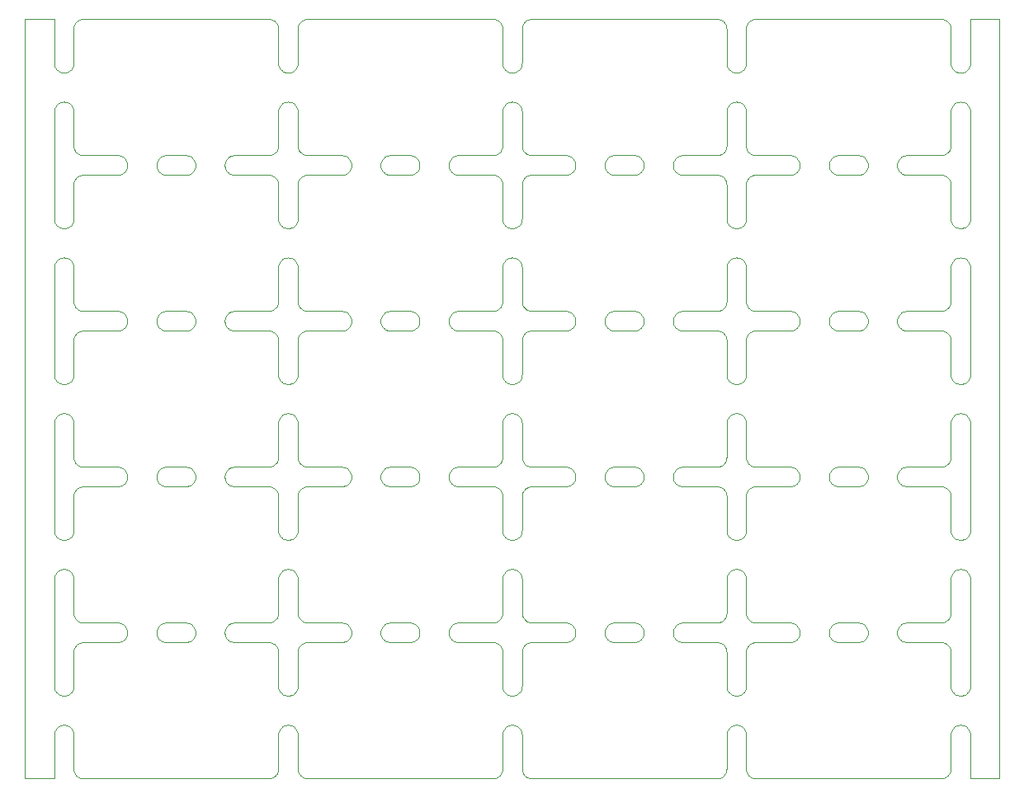
<source format=gm1>
G04 #@! TF.GenerationSoftware,KiCad,Pcbnew,(5.1.8)-1*
G04 #@! TF.CreationDate,2021-11-13T10:16:22+08:00*
G04 #@! TF.ProjectId,haptic-cloth-panelized-small,68617074-6963-42d6-936c-6f74682d7061,rev?*
G04 #@! TF.SameCoordinates,Original*
G04 #@! TF.FileFunction,Profile,NP*
%FSLAX46Y46*%
G04 Gerber Fmt 4.6, Leading zero omitted, Abs format (unit mm)*
G04 Created by KiCad (PCBNEW (5.1.8)-1) date 2021-11-13 10:16:22*
%MOMM*%
%LPD*%
G01*
G04 APERTURE LIST*
G04 #@! TA.AperFunction,Profile*
%ADD10C,0.100000*%
G04 #@! TD*
G04 APERTURE END LIST*
D10*
X47999000Y-70508800D02*
X47999000Y-59491200D01*
X48003800Y-70606000D02*
X47999000Y-70508800D01*
X48018000Y-70702200D02*
X48003800Y-70606000D01*
X48041600Y-70796400D02*
X48018000Y-70702200D01*
X48074400Y-70887900D02*
X48041600Y-70796400D01*
X48115900Y-70975700D02*
X48074400Y-70887900D01*
X48165900Y-71059000D02*
X48115900Y-70975700D01*
X48223700Y-71137100D02*
X48165900Y-71059000D01*
X48289000Y-71209000D02*
X48223700Y-71137100D01*
X48361000Y-71274300D02*
X48289000Y-71209000D01*
X48439000Y-71332200D02*
X48361000Y-71274300D01*
X48522300Y-71382100D02*
X48439000Y-71332200D01*
X48610100Y-71423600D02*
X48522300Y-71382100D01*
X48701600Y-71456400D02*
X48610100Y-71423600D01*
X48795900Y-71480000D02*
X48701600Y-71456400D01*
X48892000Y-71494200D02*
X48795900Y-71480000D01*
X48989200Y-71499000D02*
X48892000Y-71494200D01*
X49106000Y-71494200D02*
X48989200Y-71499000D01*
X49202100Y-71480000D02*
X49106000Y-71494200D01*
X49296400Y-71456400D02*
X49202100Y-71480000D01*
X49387900Y-71423600D02*
X49296400Y-71456400D01*
X49475700Y-71382100D02*
X49387900Y-71423600D01*
X49559000Y-71332200D02*
X49475700Y-71382100D01*
X49637000Y-71274300D02*
X49559000Y-71332200D01*
X49709000Y-71209000D02*
X49637000Y-71274300D01*
X49774300Y-71137100D02*
X49709000Y-71209000D01*
X49832100Y-71059000D02*
X49774300Y-71137100D01*
X49882100Y-70975700D02*
X49832100Y-71059000D01*
X49923600Y-70887900D02*
X49882100Y-70975700D01*
X49956400Y-70796400D02*
X49923600Y-70887900D01*
X49980000Y-70702200D02*
X49956400Y-70796400D01*
X49994200Y-70606000D02*
X49980000Y-70702200D01*
X49999000Y-70508800D02*
X49994200Y-70606000D01*
X49999000Y-67006600D02*
X49999000Y-70508800D01*
X50003800Y-66908500D02*
X49999000Y-67006600D01*
X50006500Y-66882400D02*
X50003800Y-66908500D01*
X50018900Y-66804600D02*
X50006500Y-66882400D01*
X50024300Y-66779200D02*
X50018900Y-66804600D01*
X50048400Y-66690500D02*
X50024300Y-66779200D01*
X50085800Y-66593200D02*
X50048400Y-66690500D01*
X50133300Y-66499900D02*
X50085800Y-66593200D01*
X50183000Y-66422700D02*
X50133300Y-66499900D01*
X50198400Y-66401400D02*
X50183000Y-66422700D01*
X50247800Y-66340400D02*
X50198400Y-66401400D01*
X50265200Y-66321100D02*
X50247800Y-66340400D01*
X50330600Y-66256200D02*
X50265200Y-66321100D01*
X50411600Y-66190600D02*
X50330600Y-66256200D01*
X50499500Y-66133500D02*
X50411600Y-66190600D01*
X50581100Y-66091500D02*
X50499500Y-66133500D01*
X50605100Y-66080800D02*
X50581100Y-66091500D01*
X50678600Y-66052600D02*
X50605100Y-66080800D01*
X50703400Y-66044600D02*
X50678600Y-66052600D01*
X50792200Y-66021200D02*
X50703400Y-66044600D01*
X50895700Y-66004800D02*
X50792200Y-66021200D01*
X51006600Y-65999000D02*
X50895700Y-66004800D01*
X54508800Y-65999000D02*
X51006600Y-65999000D01*
X54606000Y-65994200D02*
X54508800Y-65999000D01*
X54702100Y-65980000D02*
X54606000Y-65994200D01*
X54796400Y-65956400D02*
X54702100Y-65980000D01*
X54887900Y-65923600D02*
X54796400Y-65956400D01*
X54975700Y-65882100D02*
X54887900Y-65923600D01*
X55059000Y-65832100D02*
X54975700Y-65882100D01*
X55137000Y-65774300D02*
X55059000Y-65832100D01*
X55209000Y-65709000D02*
X55137000Y-65774300D01*
X55274300Y-65637000D02*
X55209000Y-65709000D01*
X55332100Y-65559000D02*
X55274300Y-65637000D01*
X55382100Y-65475700D02*
X55332100Y-65559000D01*
X55423600Y-65387900D02*
X55382100Y-65475700D01*
X55456400Y-65296400D02*
X55423600Y-65387900D01*
X55480000Y-65202100D02*
X55456400Y-65296400D01*
X55494200Y-65106000D02*
X55480000Y-65202100D01*
X55499000Y-65008800D02*
X55494200Y-65106000D01*
X55494200Y-64894000D02*
X55499000Y-65008800D01*
X55480000Y-64797900D02*
X55494200Y-64894000D01*
X55456400Y-64703600D02*
X55480000Y-64797900D01*
X55423600Y-64612100D02*
X55456400Y-64703600D01*
X55382100Y-64524300D02*
X55423600Y-64612100D01*
X55332100Y-64441000D02*
X55382100Y-64524300D01*
X55274300Y-64363000D02*
X55332100Y-64441000D01*
X55209000Y-64291000D02*
X55274300Y-64363000D01*
X55137000Y-64225700D02*
X55209000Y-64291000D01*
X55059000Y-64167900D02*
X55137000Y-64225700D01*
X54975700Y-64117900D02*
X55059000Y-64167900D01*
X54887900Y-64076400D02*
X54975700Y-64117900D01*
X54796400Y-64043600D02*
X54887900Y-64076400D01*
X54702100Y-64020000D02*
X54796400Y-64043600D01*
X54606000Y-64005800D02*
X54702100Y-64020000D01*
X54508800Y-64001000D02*
X54606000Y-64005800D01*
X50993400Y-64000700D02*
X54508800Y-64001000D01*
X50895600Y-63995200D02*
X50993400Y-64000700D01*
X50804900Y-63981200D02*
X50895600Y-63995200D01*
X50779200Y-63975700D02*
X50804900Y-63981200D01*
X50690500Y-63951600D02*
X50779200Y-63975700D01*
X50593200Y-63914200D02*
X50690500Y-63951600D01*
X50511200Y-63872900D02*
X50593200Y-63914200D01*
X50488500Y-63859700D02*
X50511200Y-63872900D01*
X50412000Y-63809700D02*
X50488500Y-63859700D01*
X50330600Y-63743800D02*
X50412000Y-63809700D01*
X50256500Y-63669700D02*
X50330600Y-63743800D01*
X50190600Y-63588400D02*
X50256500Y-63669700D01*
X50133500Y-63500500D02*
X50190600Y-63588400D01*
X50086000Y-63407200D02*
X50133500Y-63500500D01*
X50048400Y-63309400D02*
X50086000Y-63407200D01*
X50021300Y-63208300D02*
X50048400Y-63309400D01*
X50004900Y-63104800D02*
X50021300Y-63208300D01*
X49999000Y-62993500D02*
X50004900Y-63104800D01*
X49999000Y-59491200D02*
X49999000Y-62993500D01*
X49994200Y-59394000D02*
X49999000Y-59491200D01*
X49980000Y-59297900D02*
X49994200Y-59394000D01*
X49956400Y-59203600D02*
X49980000Y-59297900D01*
X49923600Y-59112200D02*
X49956400Y-59203600D01*
X49882100Y-59024300D02*
X49923600Y-59112200D01*
X49832100Y-58941000D02*
X49882100Y-59024300D01*
X49774300Y-58863000D02*
X49832100Y-58941000D01*
X49709000Y-58791000D02*
X49774300Y-58863000D01*
X49637000Y-58725700D02*
X49709000Y-58791000D01*
X49559000Y-58667900D02*
X49637000Y-58725700D01*
X49475700Y-58617900D02*
X49559000Y-58667900D01*
X49387900Y-58576400D02*
X49475700Y-58617900D01*
X49296400Y-58543600D02*
X49387900Y-58576400D01*
X49202100Y-58520000D02*
X49296400Y-58543600D01*
X49106000Y-58505800D02*
X49202100Y-58520000D01*
X48989200Y-58501000D02*
X49106000Y-58505800D01*
X48892000Y-58505800D02*
X48989200Y-58501000D01*
X48795900Y-58520000D02*
X48892000Y-58505800D01*
X48701600Y-58543600D02*
X48795900Y-58520000D01*
X48610100Y-58576400D02*
X48701600Y-58543600D01*
X48522300Y-58617900D02*
X48610100Y-58576400D01*
X48439000Y-58667900D02*
X48522300Y-58617900D01*
X48361000Y-58725700D02*
X48439000Y-58667900D01*
X48289000Y-58791000D02*
X48361000Y-58725700D01*
X48223700Y-58863000D02*
X48289000Y-58791000D01*
X48165900Y-58941000D02*
X48223700Y-58863000D01*
X48115900Y-59024300D02*
X48165900Y-58941000D01*
X48074400Y-59112200D02*
X48115900Y-59024300D01*
X48041600Y-59203600D02*
X48074400Y-59112200D01*
X48018000Y-59297900D02*
X48041600Y-59203600D01*
X48003800Y-59394000D02*
X48018000Y-59297900D01*
X47999000Y-59491200D02*
X48003800Y-59394000D01*
X47999000Y-86508800D02*
X47999000Y-75491300D01*
X48003800Y-86606100D02*
X47999000Y-86508800D01*
X48018000Y-86702200D02*
X48003800Y-86606100D01*
X48041600Y-86796400D02*
X48018000Y-86702200D01*
X48074400Y-86887900D02*
X48041600Y-86796400D01*
X48115900Y-86975700D02*
X48074400Y-86887900D01*
X48165900Y-87059000D02*
X48115900Y-86975700D01*
X48223700Y-87137100D02*
X48165900Y-87059000D01*
X48289000Y-87209000D02*
X48223700Y-87137100D01*
X48361000Y-87274300D02*
X48289000Y-87209000D01*
X48439000Y-87332200D02*
X48361000Y-87274300D01*
X48522300Y-87382100D02*
X48439000Y-87332200D01*
X48610100Y-87423700D02*
X48522300Y-87382100D01*
X48701600Y-87456400D02*
X48610100Y-87423700D01*
X48795900Y-87480000D02*
X48701600Y-87456400D01*
X48892000Y-87494200D02*
X48795900Y-87480000D01*
X48989200Y-87499000D02*
X48892000Y-87494200D01*
X49106000Y-87494200D02*
X48989200Y-87499000D01*
X49202100Y-87480000D02*
X49106000Y-87494200D01*
X49296400Y-87456400D02*
X49202100Y-87480000D01*
X49387900Y-87423700D02*
X49296400Y-87456400D01*
X49475700Y-87382100D02*
X49387900Y-87423700D01*
X49559000Y-87332200D02*
X49475700Y-87382100D01*
X49637000Y-87274300D02*
X49559000Y-87332200D01*
X49709000Y-87209000D02*
X49637000Y-87274300D01*
X49774300Y-87137100D02*
X49709000Y-87209000D01*
X49832100Y-87059000D02*
X49774300Y-87137100D01*
X49882100Y-86975700D02*
X49832100Y-87059000D01*
X49923600Y-86887900D02*
X49882100Y-86975700D01*
X49956400Y-86796400D02*
X49923600Y-86887900D01*
X49980000Y-86702200D02*
X49956400Y-86796400D01*
X49994200Y-86606100D02*
X49980000Y-86702200D01*
X49999000Y-86508800D02*
X49994200Y-86606100D01*
X49999000Y-83006600D02*
X49999000Y-86508800D01*
X50003800Y-82908500D02*
X49999000Y-83006600D01*
X50006500Y-82882400D02*
X50003800Y-82908500D01*
X50018900Y-82804600D02*
X50006500Y-82882400D01*
X50024300Y-82779200D02*
X50018900Y-82804600D01*
X50048400Y-82690500D02*
X50024300Y-82779200D01*
X50085800Y-82593200D02*
X50048400Y-82690500D01*
X50133300Y-82499900D02*
X50085800Y-82593200D01*
X50183000Y-82422700D02*
X50133300Y-82499900D01*
X50198400Y-82401400D02*
X50183000Y-82422700D01*
X50247800Y-82340500D02*
X50198400Y-82401400D01*
X50265200Y-82321100D02*
X50247800Y-82340500D01*
X50330600Y-82256200D02*
X50265200Y-82321100D01*
X50411600Y-82190600D02*
X50330600Y-82256200D01*
X50499500Y-82133500D02*
X50411600Y-82190600D01*
X50581100Y-82091500D02*
X50499500Y-82133500D01*
X50605100Y-82080800D02*
X50581100Y-82091500D01*
X50678600Y-82052600D02*
X50605100Y-82080800D01*
X50703400Y-82044600D02*
X50678600Y-82052600D01*
X50792200Y-82021200D02*
X50703400Y-82044600D01*
X50895700Y-82004800D02*
X50792200Y-82021200D01*
X51006600Y-81999000D02*
X50895700Y-82004800D01*
X54508800Y-81999000D02*
X51006600Y-81999000D01*
X54606000Y-81994200D02*
X54508800Y-81999000D01*
X54702100Y-81980000D02*
X54606000Y-81994200D01*
X54796400Y-81956400D02*
X54702100Y-81980000D01*
X54887900Y-81923600D02*
X54796400Y-81956400D01*
X54975700Y-81882100D02*
X54887900Y-81923600D01*
X55059000Y-81832100D02*
X54975700Y-81882100D01*
X55137000Y-81774300D02*
X55059000Y-81832100D01*
X55209000Y-81709000D02*
X55137000Y-81774300D01*
X55274300Y-81637000D02*
X55209000Y-81709000D01*
X55332100Y-81559000D02*
X55274300Y-81637000D01*
X55382100Y-81475700D02*
X55332100Y-81559000D01*
X55423600Y-81387900D02*
X55382100Y-81475700D01*
X55456400Y-81296400D02*
X55423600Y-81387900D01*
X55480000Y-81202100D02*
X55456400Y-81296400D01*
X55494200Y-81106000D02*
X55480000Y-81202100D01*
X55499000Y-81008800D02*
X55494200Y-81106000D01*
X55494200Y-80894000D02*
X55499000Y-81008800D01*
X55480000Y-80797900D02*
X55494200Y-80894000D01*
X55456400Y-80703600D02*
X55480000Y-80797900D01*
X55423600Y-80612200D02*
X55456400Y-80703600D01*
X55382100Y-80524300D02*
X55423600Y-80612200D01*
X55332100Y-80441000D02*
X55382100Y-80524300D01*
X55274300Y-80363000D02*
X55332100Y-80441000D01*
X55209000Y-80291000D02*
X55274300Y-80363000D01*
X55137000Y-80225700D02*
X55209000Y-80291000D01*
X55059000Y-80167900D02*
X55137000Y-80225700D01*
X54975700Y-80117900D02*
X55059000Y-80167900D01*
X54887900Y-80076400D02*
X54975700Y-80117900D01*
X54796400Y-80043600D02*
X54887900Y-80076400D01*
X54702100Y-80020000D02*
X54796400Y-80043600D01*
X54606000Y-80005800D02*
X54702100Y-80020000D01*
X54508800Y-80001000D02*
X54606000Y-80005800D01*
X50993400Y-80000700D02*
X54508800Y-80001000D01*
X50895600Y-79995200D02*
X50993400Y-80000700D01*
X50804900Y-79981200D02*
X50895600Y-79995200D01*
X50779200Y-79975700D02*
X50804900Y-79981200D01*
X50690500Y-79951600D02*
X50779200Y-79975700D01*
X50593200Y-79914200D02*
X50690500Y-79951600D01*
X50511200Y-79872900D02*
X50593200Y-79914200D01*
X50488500Y-79859700D02*
X50511200Y-79872900D01*
X50412000Y-79809700D02*
X50488500Y-79859700D01*
X50330600Y-79743800D02*
X50412000Y-79809700D01*
X50256500Y-79669800D02*
X50330600Y-79743800D01*
X50190600Y-79588400D02*
X50256500Y-79669800D01*
X50133500Y-79500500D02*
X50190600Y-79588400D01*
X50086000Y-79407200D02*
X50133500Y-79500500D01*
X50048400Y-79309500D02*
X50086000Y-79407200D01*
X50021300Y-79208300D02*
X50048400Y-79309500D01*
X50004900Y-79104800D02*
X50021300Y-79208300D01*
X49999000Y-78993500D02*
X50004900Y-79104800D01*
X49999000Y-75491300D02*
X49999000Y-78993500D01*
X49994200Y-75394000D02*
X49999000Y-75491300D01*
X49980000Y-75297900D02*
X49994200Y-75394000D01*
X49956400Y-75203600D02*
X49980000Y-75297900D01*
X49923600Y-75112200D02*
X49956400Y-75203600D01*
X49882100Y-75024300D02*
X49923600Y-75112200D01*
X49832100Y-74941000D02*
X49882100Y-75024300D01*
X49774300Y-74863000D02*
X49832100Y-74941000D01*
X49709000Y-74791000D02*
X49774300Y-74863000D01*
X49637000Y-74725700D02*
X49709000Y-74791000D01*
X49559000Y-74667900D02*
X49637000Y-74725700D01*
X49475700Y-74617900D02*
X49559000Y-74667900D01*
X49387900Y-74576400D02*
X49475700Y-74617900D01*
X49296400Y-74543700D02*
X49387900Y-74576400D01*
X49202100Y-74520000D02*
X49296400Y-74543700D01*
X49106000Y-74505800D02*
X49202100Y-74520000D01*
X48989200Y-74501000D02*
X49106000Y-74505800D01*
X48892000Y-74505800D02*
X48989200Y-74501000D01*
X48795900Y-74520000D02*
X48892000Y-74505800D01*
X48701600Y-74543700D02*
X48795900Y-74520000D01*
X48610100Y-74576400D02*
X48701600Y-74543700D01*
X48522300Y-74617900D02*
X48610100Y-74576400D01*
X48439000Y-74667900D02*
X48522300Y-74617900D01*
X48361000Y-74725700D02*
X48439000Y-74667900D01*
X48289000Y-74791000D02*
X48361000Y-74725700D01*
X48223700Y-74863000D02*
X48289000Y-74791000D01*
X48165900Y-74941000D02*
X48223700Y-74863000D01*
X48115900Y-75024300D02*
X48165900Y-74941000D01*
X48074400Y-75112200D02*
X48115900Y-75024300D01*
X48041600Y-75203600D02*
X48074400Y-75112200D01*
X48018000Y-75297900D02*
X48041600Y-75203600D01*
X48003800Y-75394000D02*
X48018000Y-75297900D01*
X47999000Y-75491300D02*
X48003800Y-75394000D01*
X47999000Y-102508800D02*
X47999000Y-91491300D01*
X48003800Y-102606100D02*
X47999000Y-102508800D01*
X48018000Y-102702200D02*
X48003800Y-102606100D01*
X48041600Y-102796400D02*
X48018000Y-102702200D01*
X48074400Y-102887900D02*
X48041600Y-102796400D01*
X48115900Y-102975700D02*
X48074400Y-102887900D01*
X48165900Y-103059000D02*
X48115900Y-102975700D01*
X48223700Y-103137100D02*
X48165900Y-103059000D01*
X48289000Y-103209100D02*
X48223700Y-103137100D01*
X48361000Y-103274300D02*
X48289000Y-103209100D01*
X48439000Y-103332200D02*
X48361000Y-103274300D01*
X48522300Y-103382100D02*
X48439000Y-103332200D01*
X48610100Y-103423700D02*
X48522300Y-103382100D01*
X48701600Y-103456400D02*
X48610100Y-103423700D01*
X48795900Y-103480000D02*
X48701600Y-103456400D01*
X48892000Y-103494300D02*
X48795900Y-103480000D01*
X48989200Y-103499000D02*
X48892000Y-103494300D01*
X49106000Y-103494300D02*
X48989200Y-103499000D01*
X49202100Y-103480000D02*
X49106000Y-103494300D01*
X49296400Y-103456400D02*
X49202100Y-103480000D01*
X49387900Y-103423700D02*
X49296400Y-103456400D01*
X49475700Y-103382100D02*
X49387900Y-103423700D01*
X49559000Y-103332200D02*
X49475700Y-103382100D01*
X49637000Y-103274300D02*
X49559000Y-103332200D01*
X49709000Y-103209100D02*
X49637000Y-103274300D01*
X49774300Y-103137100D02*
X49709000Y-103209100D01*
X49832100Y-103059000D02*
X49774300Y-103137100D01*
X49882100Y-102975700D02*
X49832100Y-103059000D01*
X49923600Y-102887900D02*
X49882100Y-102975700D01*
X49956400Y-102796400D02*
X49923600Y-102887900D01*
X49980000Y-102702200D02*
X49956400Y-102796400D01*
X49994200Y-102606100D02*
X49980000Y-102702200D01*
X49999000Y-102508800D02*
X49994200Y-102606100D01*
X49999000Y-99006600D02*
X49999000Y-102508800D01*
X50003800Y-98908500D02*
X49999000Y-99006600D01*
X50006500Y-98882400D02*
X50003800Y-98908500D01*
X50018900Y-98804700D02*
X50006500Y-98882400D01*
X50024300Y-98779200D02*
X50018900Y-98804700D01*
X50048400Y-98690500D02*
X50024300Y-98779200D01*
X50085800Y-98593200D02*
X50048400Y-98690500D01*
X50133300Y-98499900D02*
X50085800Y-98593200D01*
X50183000Y-98422700D02*
X50133300Y-98499900D01*
X50198400Y-98401400D02*
X50183000Y-98422700D01*
X50247800Y-98340500D02*
X50198400Y-98401400D01*
X50265200Y-98321100D02*
X50247800Y-98340500D01*
X50330600Y-98256200D02*
X50265200Y-98321100D01*
X50411600Y-98190600D02*
X50330600Y-98256200D01*
X50499500Y-98133600D02*
X50411600Y-98190600D01*
X50581100Y-98091500D02*
X50499500Y-98133600D01*
X50605100Y-98080900D02*
X50581100Y-98091500D01*
X50678600Y-98052600D02*
X50605100Y-98080900D01*
X50703400Y-98044600D02*
X50678600Y-98052600D01*
X50792200Y-98021200D02*
X50703400Y-98044600D01*
X50895700Y-98004800D02*
X50792200Y-98021200D01*
X51006600Y-97999000D02*
X50895700Y-98004800D01*
X54508800Y-97999000D02*
X51006600Y-97999000D01*
X54606000Y-97994200D02*
X54508800Y-97999000D01*
X54702100Y-97980000D02*
X54606000Y-97994200D01*
X54796400Y-97956400D02*
X54702100Y-97980000D01*
X54887900Y-97923600D02*
X54796400Y-97956400D01*
X54975700Y-97882100D02*
X54887900Y-97923600D01*
X55059000Y-97832200D02*
X54975700Y-97882100D01*
X55137000Y-97774300D02*
X55059000Y-97832200D01*
X55209000Y-97709000D02*
X55137000Y-97774300D01*
X55274300Y-97637000D02*
X55209000Y-97709000D01*
X55332100Y-97559000D02*
X55274300Y-97637000D01*
X55382100Y-97475700D02*
X55332100Y-97559000D01*
X55423600Y-97387900D02*
X55382100Y-97475700D01*
X55456400Y-97296400D02*
X55423600Y-97387900D01*
X55480000Y-97202100D02*
X55456400Y-97296400D01*
X55494200Y-97106000D02*
X55480000Y-97202100D01*
X55499000Y-97008800D02*
X55494200Y-97106000D01*
X55494200Y-96894000D02*
X55499000Y-97008800D01*
X55480000Y-96797900D02*
X55494200Y-96894000D01*
X55456400Y-96703600D02*
X55480000Y-96797900D01*
X55423600Y-96612200D02*
X55456400Y-96703600D01*
X55382100Y-96524300D02*
X55423600Y-96612200D01*
X55332100Y-96441000D02*
X55382100Y-96524300D01*
X55274300Y-96363000D02*
X55332100Y-96441000D01*
X55209000Y-96291000D02*
X55274300Y-96363000D01*
X55137000Y-96225700D02*
X55209000Y-96291000D01*
X55059000Y-96167900D02*
X55137000Y-96225700D01*
X54975700Y-96117900D02*
X55059000Y-96167900D01*
X54887900Y-96076400D02*
X54975700Y-96117900D01*
X54796400Y-96043700D02*
X54887900Y-96076400D01*
X54702100Y-96020000D02*
X54796400Y-96043700D01*
X54606000Y-96005800D02*
X54702100Y-96020000D01*
X54508800Y-96001000D02*
X54606000Y-96005800D01*
X50993400Y-96000700D02*
X54508800Y-96001000D01*
X50895600Y-95995200D02*
X50993400Y-96000700D01*
X50804900Y-95981200D02*
X50895600Y-95995200D01*
X50779200Y-95975700D02*
X50804900Y-95981200D01*
X50690500Y-95951600D02*
X50779200Y-95975700D01*
X50593200Y-95914300D02*
X50690500Y-95951600D01*
X50511200Y-95872900D02*
X50593200Y-95914300D01*
X50488500Y-95859800D02*
X50511200Y-95872900D01*
X50412000Y-95809700D02*
X50488500Y-95859800D01*
X50330600Y-95743800D02*
X50412000Y-95809700D01*
X50256500Y-95669800D02*
X50330600Y-95743800D01*
X50190600Y-95588400D02*
X50256500Y-95669800D01*
X50133500Y-95500500D02*
X50190600Y-95588400D01*
X50086000Y-95407200D02*
X50133500Y-95500500D01*
X50048400Y-95309500D02*
X50086000Y-95407200D01*
X50021300Y-95208300D02*
X50048400Y-95309500D01*
X50004900Y-95104800D02*
X50021300Y-95208300D01*
X49999000Y-94993500D02*
X50004900Y-95104800D01*
X49999000Y-91491300D02*
X49999000Y-94993500D01*
X49994200Y-91394000D02*
X49999000Y-91491300D01*
X49980000Y-91297900D02*
X49994200Y-91394000D01*
X49956400Y-91203600D02*
X49980000Y-91297900D01*
X49923600Y-91112200D02*
X49956400Y-91203600D01*
X49882100Y-91024300D02*
X49923600Y-91112200D01*
X49832100Y-90941000D02*
X49882100Y-91024300D01*
X49774300Y-90863000D02*
X49832100Y-90941000D01*
X49709000Y-90791000D02*
X49774300Y-90863000D01*
X49637000Y-90725800D02*
X49709000Y-90791000D01*
X49559000Y-90667900D02*
X49637000Y-90725800D01*
X49475700Y-90617900D02*
X49559000Y-90667900D01*
X49387900Y-90576400D02*
X49475700Y-90617900D01*
X49296400Y-90543700D02*
X49387900Y-90576400D01*
X49202100Y-90520100D02*
X49296400Y-90543700D01*
X49106000Y-90505800D02*
X49202100Y-90520100D01*
X48989200Y-90501000D02*
X49106000Y-90505800D01*
X48892000Y-90505800D02*
X48989200Y-90501000D01*
X48795900Y-90520100D02*
X48892000Y-90505800D01*
X48701600Y-90543700D02*
X48795900Y-90520100D01*
X48610100Y-90576400D02*
X48701600Y-90543700D01*
X48522300Y-90617900D02*
X48610100Y-90576400D01*
X48439000Y-90667900D02*
X48522300Y-90617900D01*
X48361000Y-90725800D02*
X48439000Y-90667900D01*
X48289000Y-90791000D02*
X48361000Y-90725800D01*
X48223700Y-90863000D02*
X48289000Y-90791000D01*
X48165900Y-90941000D02*
X48223700Y-90863000D01*
X48115900Y-91024300D02*
X48165900Y-90941000D01*
X48074400Y-91112200D02*
X48115900Y-91024300D01*
X48041600Y-91203600D02*
X48074400Y-91112200D01*
X48018000Y-91297900D02*
X48041600Y-91203600D01*
X48003800Y-91394000D02*
X48018000Y-91297900D01*
X47999000Y-91491300D02*
X48003800Y-91394000D01*
X47999000Y-118508800D02*
X47999000Y-107491300D01*
X48003800Y-118606100D02*
X47999000Y-118508800D01*
X48018000Y-118702200D02*
X48003800Y-118606100D01*
X48041600Y-118796400D02*
X48018000Y-118702200D01*
X48074400Y-118887900D02*
X48041600Y-118796400D01*
X48115900Y-118975700D02*
X48074400Y-118887900D01*
X48165900Y-119059000D02*
X48115900Y-118975700D01*
X48223700Y-119137100D02*
X48165900Y-119059000D01*
X48289000Y-119209100D02*
X48223700Y-119137100D01*
X48361000Y-119274300D02*
X48289000Y-119209100D01*
X48439000Y-119332200D02*
X48361000Y-119274300D01*
X48522300Y-119382100D02*
X48439000Y-119332200D01*
X48610100Y-119423700D02*
X48522300Y-119382100D01*
X48701600Y-119456400D02*
X48610100Y-119423700D01*
X48795900Y-119480000D02*
X48701600Y-119456400D01*
X48892000Y-119494300D02*
X48795900Y-119480000D01*
X48989200Y-119499000D02*
X48892000Y-119494300D01*
X49106000Y-119494300D02*
X48989200Y-119499000D01*
X49202100Y-119480000D02*
X49106000Y-119494300D01*
X49296400Y-119456400D02*
X49202100Y-119480000D01*
X49387900Y-119423700D02*
X49296400Y-119456400D01*
X49475700Y-119382100D02*
X49387900Y-119423700D01*
X49559000Y-119332200D02*
X49475700Y-119382100D01*
X49637000Y-119274300D02*
X49559000Y-119332200D01*
X49709000Y-119209100D02*
X49637000Y-119274300D01*
X49774300Y-119137100D02*
X49709000Y-119209100D01*
X49832100Y-119059000D02*
X49774300Y-119137100D01*
X49882100Y-118975700D02*
X49832100Y-119059000D01*
X49923600Y-118887900D02*
X49882100Y-118975700D01*
X49956400Y-118796400D02*
X49923600Y-118887900D01*
X49980000Y-118702200D02*
X49956400Y-118796400D01*
X49994200Y-118606100D02*
X49980000Y-118702200D01*
X49999000Y-118508800D02*
X49994200Y-118606100D01*
X49999000Y-115006600D02*
X49999000Y-118508800D01*
X50003800Y-114908600D02*
X49999000Y-115006600D01*
X50006500Y-114882400D02*
X50003800Y-114908600D01*
X50018900Y-114804700D02*
X50006500Y-114882400D01*
X50024300Y-114779200D02*
X50018900Y-114804700D01*
X50048400Y-114690500D02*
X50024300Y-114779200D01*
X50085800Y-114593200D02*
X50048400Y-114690500D01*
X50133300Y-114499900D02*
X50085800Y-114593200D01*
X50183000Y-114422700D02*
X50133300Y-114499900D01*
X50198400Y-114401400D02*
X50183000Y-114422700D01*
X50247800Y-114340500D02*
X50198400Y-114401400D01*
X50265200Y-114321100D02*
X50247800Y-114340500D01*
X50330600Y-114256200D02*
X50265200Y-114321100D01*
X50411600Y-114190600D02*
X50330600Y-114256200D01*
X50499500Y-114133600D02*
X50411600Y-114190600D01*
X50581100Y-114091600D02*
X50499500Y-114133600D01*
X50605100Y-114080900D02*
X50581100Y-114091600D01*
X50678600Y-114052700D02*
X50605100Y-114080900D01*
X50703400Y-114044600D02*
X50678600Y-114052700D01*
X50792200Y-114021200D02*
X50703400Y-114044600D01*
X50895700Y-114004800D02*
X50792200Y-114021200D01*
X51006600Y-113999000D02*
X50895700Y-114004800D01*
X54508800Y-113999000D02*
X51006600Y-113999000D01*
X54606000Y-113994200D02*
X54508800Y-113999000D01*
X54702100Y-113980000D02*
X54606000Y-113994200D01*
X54796400Y-113956400D02*
X54702100Y-113980000D01*
X54887900Y-113923600D02*
X54796400Y-113956400D01*
X54975700Y-113882100D02*
X54887900Y-113923600D01*
X55059000Y-113832200D02*
X54975700Y-113882100D01*
X55137000Y-113774300D02*
X55059000Y-113832200D01*
X55209000Y-113709000D02*
X55137000Y-113774300D01*
X55274300Y-113637000D02*
X55209000Y-113709000D01*
X55332100Y-113559000D02*
X55274300Y-113637000D01*
X55382100Y-113475700D02*
X55332100Y-113559000D01*
X55423600Y-113387900D02*
X55382100Y-113475700D01*
X55456400Y-113296400D02*
X55423600Y-113387900D01*
X55480000Y-113202100D02*
X55456400Y-113296400D01*
X55494200Y-113106000D02*
X55480000Y-113202100D01*
X55499000Y-113008800D02*
X55494200Y-113106000D01*
X55494200Y-112894000D02*
X55499000Y-113008800D01*
X55480000Y-112797900D02*
X55494200Y-112894000D01*
X55456400Y-112703600D02*
X55480000Y-112797900D01*
X55423600Y-112612200D02*
X55456400Y-112703600D01*
X55382100Y-112524300D02*
X55423600Y-112612200D01*
X55332100Y-112441000D02*
X55382100Y-112524300D01*
X55274300Y-112363000D02*
X55332100Y-112441000D01*
X55209000Y-112291000D02*
X55274300Y-112363000D01*
X55137000Y-112225800D02*
X55209000Y-112291000D01*
X55059000Y-112167900D02*
X55137000Y-112225800D01*
X54975700Y-112117900D02*
X55059000Y-112167900D01*
X54887900Y-112076400D02*
X54975700Y-112117900D01*
X54796400Y-112043700D02*
X54887900Y-112076400D01*
X54702100Y-112020100D02*
X54796400Y-112043700D01*
X54606000Y-112005800D02*
X54702100Y-112020100D01*
X54508800Y-112001000D02*
X54606000Y-112005800D01*
X50993400Y-112000700D02*
X54508800Y-112001000D01*
X50895600Y-111995200D02*
X50993400Y-112000700D01*
X50804900Y-111981200D02*
X50895600Y-111995200D01*
X50779200Y-111975800D02*
X50804900Y-111981200D01*
X50690500Y-111951600D02*
X50779200Y-111975800D01*
X50593200Y-111914300D02*
X50690500Y-111951600D01*
X50511200Y-111872900D02*
X50593200Y-111914300D01*
X50488500Y-111859800D02*
X50511200Y-111872900D01*
X50412000Y-111809700D02*
X50488500Y-111859800D01*
X50330600Y-111743800D02*
X50412000Y-111809700D01*
X50256500Y-111669800D02*
X50330600Y-111743800D01*
X50190600Y-111588400D02*
X50256500Y-111669800D01*
X50133500Y-111500600D02*
X50190600Y-111588400D01*
X50086000Y-111407200D02*
X50133500Y-111500600D01*
X50048400Y-111309500D02*
X50086000Y-111407200D01*
X50021300Y-111208300D02*
X50048400Y-111309500D01*
X50004900Y-111104900D02*
X50021300Y-111208300D01*
X49999000Y-110993500D02*
X50004900Y-111104900D01*
X49999000Y-107491300D02*
X49999000Y-110993500D01*
X49994200Y-107394000D02*
X49999000Y-107491300D01*
X49980000Y-107297900D02*
X49994200Y-107394000D01*
X49956400Y-107203700D02*
X49980000Y-107297900D01*
X49923600Y-107112200D02*
X49956400Y-107203700D01*
X49882100Y-107024400D02*
X49923600Y-107112200D01*
X49832100Y-106941000D02*
X49882100Y-107024400D01*
X49774300Y-106863000D02*
X49832100Y-106941000D01*
X49709000Y-106791000D02*
X49774300Y-106863000D01*
X49637000Y-106725800D02*
X49709000Y-106791000D01*
X49559000Y-106667900D02*
X49637000Y-106725800D01*
X49475700Y-106617900D02*
X49559000Y-106667900D01*
X49387900Y-106576400D02*
X49475700Y-106617900D01*
X49296400Y-106543700D02*
X49387900Y-106576400D01*
X49202100Y-106520100D02*
X49296400Y-106543700D01*
X49106000Y-106505800D02*
X49202100Y-106520100D01*
X48989200Y-106501000D02*
X49106000Y-106505800D01*
X48892000Y-106505800D02*
X48989200Y-106501000D01*
X48795900Y-106520100D02*
X48892000Y-106505800D01*
X48701600Y-106543700D02*
X48795900Y-106520100D01*
X48610100Y-106576400D02*
X48701600Y-106543700D01*
X48522300Y-106617900D02*
X48610100Y-106576400D01*
X48439000Y-106667900D02*
X48522300Y-106617900D01*
X48361000Y-106725800D02*
X48439000Y-106667900D01*
X48289000Y-106791000D02*
X48361000Y-106725800D01*
X48223700Y-106863000D02*
X48289000Y-106791000D01*
X48165900Y-106941000D02*
X48223700Y-106863000D01*
X48115900Y-107024400D02*
X48165900Y-106941000D01*
X48074400Y-107112200D02*
X48115900Y-107024400D01*
X48041600Y-107203700D02*
X48074400Y-107112200D01*
X48018000Y-107297900D02*
X48041600Y-107203700D01*
X48003800Y-107394000D02*
X48018000Y-107297900D01*
X47999000Y-107491300D02*
X48003800Y-107394000D01*
X58505800Y-65106000D02*
X58501000Y-64991200D01*
X58520000Y-65202100D02*
X58505800Y-65106000D01*
X58543600Y-65296400D02*
X58520000Y-65202100D01*
X58576400Y-65387900D02*
X58543600Y-65296400D01*
X58617900Y-65475700D02*
X58576400Y-65387900D01*
X58667900Y-65559000D02*
X58617900Y-65475700D01*
X58725700Y-65637000D02*
X58667900Y-65559000D01*
X58791000Y-65709000D02*
X58725700Y-65637000D01*
X58863000Y-65774300D02*
X58791000Y-65709000D01*
X58941000Y-65832100D02*
X58863000Y-65774300D01*
X59024300Y-65882100D02*
X58941000Y-65832100D01*
X59112200Y-65923600D02*
X59024300Y-65882100D01*
X59203600Y-65956400D02*
X59112200Y-65923600D01*
X59297900Y-65980000D02*
X59203600Y-65956400D01*
X59394000Y-65994200D02*
X59297900Y-65980000D01*
X59491200Y-65999000D02*
X59394000Y-65994200D01*
X61508800Y-65999000D02*
X59491200Y-65999000D01*
X61606000Y-65994200D02*
X61508800Y-65999000D01*
X61702100Y-65980000D02*
X61606000Y-65994200D01*
X61796400Y-65956400D02*
X61702100Y-65980000D01*
X61887900Y-65923600D02*
X61796400Y-65956400D01*
X61975700Y-65882100D02*
X61887900Y-65923600D01*
X62059000Y-65832200D02*
X61975700Y-65882100D01*
X62137000Y-65774300D02*
X62059000Y-65832200D01*
X62209000Y-65709000D02*
X62137000Y-65774300D01*
X62274300Y-65637000D02*
X62209000Y-65709000D01*
X62332200Y-65559000D02*
X62274300Y-65637000D01*
X62382100Y-65475700D02*
X62332200Y-65559000D01*
X62423600Y-65387900D02*
X62382100Y-65475700D01*
X62456400Y-65296400D02*
X62423600Y-65387900D01*
X62480000Y-65202100D02*
X62456400Y-65296400D01*
X62494200Y-65106000D02*
X62480000Y-65202100D01*
X62499000Y-65008800D02*
X62494200Y-65106000D01*
X62494200Y-64894000D02*
X62499000Y-65008800D01*
X62480000Y-64797900D02*
X62494200Y-64894000D01*
X62456400Y-64703600D02*
X62480000Y-64797900D01*
X62423600Y-64612100D02*
X62456400Y-64703600D01*
X62382100Y-64524300D02*
X62423600Y-64612100D01*
X62332200Y-64441000D02*
X62382100Y-64524300D01*
X62274300Y-64363000D02*
X62332200Y-64441000D01*
X62209000Y-64291000D02*
X62274300Y-64363000D01*
X62137000Y-64225700D02*
X62209000Y-64291000D01*
X62059000Y-64167900D02*
X62137000Y-64225700D01*
X61975700Y-64117900D02*
X62059000Y-64167900D01*
X61887900Y-64076400D02*
X61975700Y-64117900D01*
X61796400Y-64043600D02*
X61887900Y-64076400D01*
X61702100Y-64020000D02*
X61796400Y-64043600D01*
X61606000Y-64005800D02*
X61702100Y-64020000D01*
X61508800Y-64001000D02*
X61606000Y-64005800D01*
X59491200Y-64001000D02*
X61508800Y-64001000D01*
X59394000Y-64005800D02*
X59491200Y-64001000D01*
X59297900Y-64020000D02*
X59394000Y-64005800D01*
X59203600Y-64043600D02*
X59297900Y-64020000D01*
X59112200Y-64076400D02*
X59203600Y-64043600D01*
X59024300Y-64117900D02*
X59112200Y-64076400D01*
X58941000Y-64167900D02*
X59024300Y-64117900D01*
X58863000Y-64225700D02*
X58941000Y-64167900D01*
X58791000Y-64291000D02*
X58863000Y-64225700D01*
X58725700Y-64363000D02*
X58791000Y-64291000D01*
X58667900Y-64441000D02*
X58725700Y-64363000D01*
X58617900Y-64524300D02*
X58667900Y-64441000D01*
X58576400Y-64612100D02*
X58617900Y-64524300D01*
X58543600Y-64703600D02*
X58576400Y-64612100D01*
X58520000Y-64797900D02*
X58543600Y-64703600D01*
X58505800Y-64894000D02*
X58520000Y-64797900D01*
X58501000Y-64991200D02*
X58505800Y-64894000D01*
X58505800Y-81106000D02*
X58501000Y-80991300D01*
X58520000Y-81202100D02*
X58505800Y-81106000D01*
X58543600Y-81296400D02*
X58520000Y-81202100D01*
X58576400Y-81387900D02*
X58543600Y-81296400D01*
X58617900Y-81475700D02*
X58576400Y-81387900D01*
X58667900Y-81559000D02*
X58617900Y-81475700D01*
X58725700Y-81637000D02*
X58667900Y-81559000D01*
X58791000Y-81709000D02*
X58725700Y-81637000D01*
X58863000Y-81774300D02*
X58791000Y-81709000D01*
X58941000Y-81832200D02*
X58863000Y-81774300D01*
X59024300Y-81882100D02*
X58941000Y-81832200D01*
X59112200Y-81923600D02*
X59024300Y-81882100D01*
X59203600Y-81956400D02*
X59112200Y-81923600D01*
X59297900Y-81980000D02*
X59203600Y-81956400D01*
X59394000Y-81994200D02*
X59297900Y-81980000D01*
X59491200Y-81999000D02*
X59394000Y-81994200D01*
X61508800Y-81999000D02*
X59491200Y-81999000D01*
X61606000Y-81994200D02*
X61508800Y-81999000D01*
X61702100Y-81980000D02*
X61606000Y-81994200D01*
X61796400Y-81956400D02*
X61702100Y-81980000D01*
X61887900Y-81923600D02*
X61796400Y-81956400D01*
X61975700Y-81882100D02*
X61887900Y-81923600D01*
X62059000Y-81832200D02*
X61975700Y-81882100D01*
X62137000Y-81774300D02*
X62059000Y-81832200D01*
X62209000Y-81709000D02*
X62137000Y-81774300D01*
X62274300Y-81637100D02*
X62209000Y-81709000D01*
X62332200Y-81559000D02*
X62274300Y-81637100D01*
X62382100Y-81475700D02*
X62332200Y-81559000D01*
X62423600Y-81387900D02*
X62382100Y-81475700D01*
X62456400Y-81296400D02*
X62423600Y-81387900D01*
X62480000Y-81202100D02*
X62456400Y-81296400D01*
X62494200Y-81106000D02*
X62480000Y-81202100D01*
X62499000Y-81008800D02*
X62494200Y-81106000D01*
X62494200Y-80894000D02*
X62499000Y-81008800D01*
X62480000Y-80797900D02*
X62494200Y-80894000D01*
X62456400Y-80703600D02*
X62480000Y-80797900D01*
X62423600Y-80612200D02*
X62456400Y-80703600D01*
X62382100Y-80524300D02*
X62423600Y-80612200D01*
X62332200Y-80441000D02*
X62382100Y-80524300D01*
X62274300Y-80363000D02*
X62332200Y-80441000D01*
X62209000Y-80291000D02*
X62274300Y-80363000D01*
X62137000Y-80225700D02*
X62209000Y-80291000D01*
X62059000Y-80167900D02*
X62137000Y-80225700D01*
X61975700Y-80117900D02*
X62059000Y-80167900D01*
X61887900Y-80076400D02*
X61975700Y-80117900D01*
X61796400Y-80043600D02*
X61887900Y-80076400D01*
X61702100Y-80020000D02*
X61796400Y-80043600D01*
X61606000Y-80005800D02*
X61702100Y-80020000D01*
X61508800Y-80001000D02*
X61606000Y-80005800D01*
X59491200Y-80001000D02*
X61508800Y-80001000D01*
X59394000Y-80005800D02*
X59491200Y-80001000D01*
X59297900Y-80020000D02*
X59394000Y-80005800D01*
X59203600Y-80043600D02*
X59297900Y-80020000D01*
X59112200Y-80076400D02*
X59203600Y-80043600D01*
X59024300Y-80117900D02*
X59112200Y-80076400D01*
X58941000Y-80167900D02*
X59024300Y-80117900D01*
X58863000Y-80225700D02*
X58941000Y-80167900D01*
X58791000Y-80291000D02*
X58863000Y-80225700D01*
X58725700Y-80363000D02*
X58791000Y-80291000D01*
X58667900Y-80441000D02*
X58725700Y-80363000D01*
X58617900Y-80524300D02*
X58667900Y-80441000D01*
X58576400Y-80612200D02*
X58617900Y-80524300D01*
X58543600Y-80703600D02*
X58576400Y-80612200D01*
X58520000Y-80797900D02*
X58543600Y-80703600D01*
X58505800Y-80894000D02*
X58520000Y-80797900D01*
X58501000Y-80991300D02*
X58505800Y-80894000D01*
X58505800Y-97106000D02*
X58501000Y-96991300D01*
X58520000Y-97202100D02*
X58505800Y-97106000D01*
X58543600Y-97296400D02*
X58520000Y-97202100D01*
X58576400Y-97387900D02*
X58543600Y-97296400D01*
X58617900Y-97475700D02*
X58576400Y-97387900D01*
X58667900Y-97559000D02*
X58617900Y-97475700D01*
X58725700Y-97637100D02*
X58667900Y-97559000D01*
X58791000Y-97709000D02*
X58725700Y-97637100D01*
X58863000Y-97774300D02*
X58791000Y-97709000D01*
X58941000Y-97832200D02*
X58863000Y-97774300D01*
X59024300Y-97882100D02*
X58941000Y-97832200D01*
X59112200Y-97923600D02*
X59024300Y-97882100D01*
X59203600Y-97956400D02*
X59112200Y-97923600D01*
X59297900Y-97980000D02*
X59203600Y-97956400D01*
X59394000Y-97994200D02*
X59297900Y-97980000D01*
X59491200Y-97999000D02*
X59394000Y-97994200D01*
X61508800Y-97999000D02*
X59491200Y-97999000D01*
X61606000Y-97994200D02*
X61508800Y-97999000D01*
X61702100Y-97980000D02*
X61606000Y-97994200D01*
X61796400Y-97956400D02*
X61702100Y-97980000D01*
X61887900Y-97923600D02*
X61796400Y-97956400D01*
X61975700Y-97882100D02*
X61887900Y-97923600D01*
X62059000Y-97832200D02*
X61975700Y-97882100D01*
X62137000Y-97774300D02*
X62059000Y-97832200D01*
X62209000Y-97709000D02*
X62137000Y-97774300D01*
X62274300Y-97637100D02*
X62209000Y-97709000D01*
X62332200Y-97559000D02*
X62274300Y-97637100D01*
X62382100Y-97475700D02*
X62332200Y-97559000D01*
X62423600Y-97387900D02*
X62382100Y-97475700D01*
X62456400Y-97296400D02*
X62423600Y-97387900D01*
X62480000Y-97202200D02*
X62456400Y-97296400D01*
X62494200Y-97106100D02*
X62480000Y-97202200D01*
X62499000Y-97008800D02*
X62494200Y-97106100D01*
X62494200Y-96894000D02*
X62499000Y-97008800D01*
X62480000Y-96797900D02*
X62494200Y-96894000D01*
X62456400Y-96703600D02*
X62480000Y-96797900D01*
X62423600Y-96612200D02*
X62456400Y-96703600D01*
X62382100Y-96524300D02*
X62423600Y-96612200D01*
X62332200Y-96441000D02*
X62382100Y-96524300D01*
X62274300Y-96363000D02*
X62332200Y-96441000D01*
X62209000Y-96291000D02*
X62274300Y-96363000D01*
X62137000Y-96225700D02*
X62209000Y-96291000D01*
X62059000Y-96167900D02*
X62137000Y-96225700D01*
X61975700Y-96117900D02*
X62059000Y-96167900D01*
X61887900Y-96076400D02*
X61975700Y-96117900D01*
X61796400Y-96043600D02*
X61887900Y-96076400D01*
X61702100Y-96020000D02*
X61796400Y-96043600D01*
X61606000Y-96005800D02*
X61702100Y-96020000D01*
X61508800Y-96001000D02*
X61606000Y-96005800D01*
X59491200Y-96001000D02*
X61508800Y-96001000D01*
X59394000Y-96005800D02*
X59491200Y-96001000D01*
X59297900Y-96020000D02*
X59394000Y-96005800D01*
X59203600Y-96043700D02*
X59297900Y-96020000D01*
X59112200Y-96076400D02*
X59203600Y-96043700D01*
X59024300Y-96117900D02*
X59112200Y-96076400D01*
X58941000Y-96167900D02*
X59024300Y-96117900D01*
X58863000Y-96225700D02*
X58941000Y-96167900D01*
X58791000Y-96291000D02*
X58863000Y-96225700D01*
X58725700Y-96363000D02*
X58791000Y-96291000D01*
X58667900Y-96441000D02*
X58725700Y-96363000D01*
X58617900Y-96524300D02*
X58667900Y-96441000D01*
X58576400Y-96612200D02*
X58617900Y-96524300D01*
X58543600Y-96703600D02*
X58576400Y-96612200D01*
X58520000Y-96797900D02*
X58543600Y-96703600D01*
X58505800Y-96894000D02*
X58520000Y-96797900D01*
X58501000Y-96991300D02*
X58505800Y-96894000D01*
X58505800Y-113106100D02*
X58501000Y-112991300D01*
X58520000Y-113202200D02*
X58505800Y-113106100D01*
X58543600Y-113296400D02*
X58520000Y-113202200D01*
X58576400Y-113387900D02*
X58543600Y-113296400D01*
X58617900Y-113475700D02*
X58576400Y-113387900D01*
X58667900Y-113559000D02*
X58617900Y-113475700D01*
X58725700Y-113637100D02*
X58667900Y-113559000D01*
X58791000Y-113709000D02*
X58725700Y-113637100D01*
X58863000Y-113774300D02*
X58791000Y-113709000D01*
X58941000Y-113832200D02*
X58863000Y-113774300D01*
X59024300Y-113882100D02*
X58941000Y-113832200D01*
X59112100Y-113923600D02*
X59024300Y-113882100D01*
X59203600Y-113956400D02*
X59112100Y-113923600D01*
X59297900Y-113980000D02*
X59203600Y-113956400D01*
X59394000Y-113994200D02*
X59297900Y-113980000D01*
X59491200Y-113999000D02*
X59394000Y-113994200D01*
X61508800Y-113999000D02*
X59491200Y-113999000D01*
X61606000Y-113994200D02*
X61508800Y-113999000D01*
X61702100Y-113980000D02*
X61606000Y-113994200D01*
X61796400Y-113956400D02*
X61702100Y-113980000D01*
X61887900Y-113923700D02*
X61796400Y-113956400D01*
X61975700Y-113882100D02*
X61887900Y-113923700D01*
X62059000Y-113832200D02*
X61975700Y-113882100D01*
X62137000Y-113774300D02*
X62059000Y-113832200D01*
X62209000Y-113709000D02*
X62137000Y-113774300D01*
X62274300Y-113637100D02*
X62209000Y-113709000D01*
X62332200Y-113559000D02*
X62274300Y-113637100D01*
X62382100Y-113475700D02*
X62332200Y-113559000D01*
X62423600Y-113387900D02*
X62382100Y-113475700D01*
X62456400Y-113296400D02*
X62423600Y-113387900D01*
X62480000Y-113202200D02*
X62456400Y-113296400D01*
X62494200Y-113106100D02*
X62480000Y-113202200D01*
X62499000Y-113008800D02*
X62494200Y-113106100D01*
X62494200Y-112894000D02*
X62499000Y-113008800D01*
X62480000Y-112797900D02*
X62494200Y-112894000D01*
X62456400Y-112703600D02*
X62480000Y-112797900D01*
X62423600Y-112612200D02*
X62456400Y-112703600D01*
X62382100Y-112524300D02*
X62423600Y-112612200D01*
X62332200Y-112441000D02*
X62382100Y-112524300D01*
X62274300Y-112363000D02*
X62332200Y-112441000D01*
X62209000Y-112291000D02*
X62274300Y-112363000D01*
X62137000Y-112225700D02*
X62209000Y-112291000D01*
X62059000Y-112167900D02*
X62137000Y-112225700D01*
X61975700Y-112117900D02*
X62059000Y-112167900D01*
X61887900Y-112076400D02*
X61975700Y-112117900D01*
X61796400Y-112043700D02*
X61887900Y-112076400D01*
X61702100Y-112020000D02*
X61796400Y-112043700D01*
X61606000Y-112005800D02*
X61702100Y-112020000D01*
X61508800Y-112001000D02*
X61606000Y-112005800D01*
X59491200Y-112001000D02*
X61508800Y-112001000D01*
X59394000Y-112005800D02*
X59491200Y-112001000D01*
X59297900Y-112020100D02*
X59394000Y-112005800D01*
X59203600Y-112043700D02*
X59297900Y-112020100D01*
X59112200Y-112076400D02*
X59203600Y-112043700D01*
X59024300Y-112117900D02*
X59112200Y-112076400D01*
X58941000Y-112167900D02*
X59024300Y-112117900D01*
X58863000Y-112225700D02*
X58941000Y-112167900D01*
X58791000Y-112291000D02*
X58863000Y-112225700D01*
X58725700Y-112363000D02*
X58791000Y-112291000D01*
X58667900Y-112441000D02*
X58725700Y-112363000D01*
X58617900Y-112524300D02*
X58667900Y-112441000D01*
X58576400Y-112612200D02*
X58617900Y-112524300D01*
X58543600Y-112703600D02*
X58576400Y-112612200D01*
X58520000Y-112797900D02*
X58543600Y-112703600D01*
X58505800Y-112894000D02*
X58520000Y-112797900D01*
X58501000Y-112991300D02*
X58505800Y-112894000D01*
X72106000Y-87494200D02*
X71991200Y-87499000D01*
X72202100Y-87480000D02*
X72106000Y-87494200D01*
X72296400Y-87456400D02*
X72202100Y-87480000D01*
X72387900Y-87423700D02*
X72296400Y-87456400D01*
X72475700Y-87382100D02*
X72387900Y-87423700D01*
X72559000Y-87332200D02*
X72475700Y-87382100D01*
X72637000Y-87274300D02*
X72559000Y-87332200D01*
X72709000Y-87209000D02*
X72637000Y-87274300D01*
X72774300Y-87137100D02*
X72709000Y-87209000D01*
X72832200Y-87059000D02*
X72774300Y-87137100D01*
X72882100Y-86975700D02*
X72832200Y-87059000D01*
X72923600Y-86887900D02*
X72882100Y-86975700D01*
X72956400Y-86796400D02*
X72923600Y-86887900D01*
X72980000Y-86702200D02*
X72956400Y-86796400D01*
X72994200Y-86606100D02*
X72980000Y-86702200D01*
X72999000Y-86508800D02*
X72994200Y-86606100D01*
X72999000Y-83006600D02*
X72999000Y-86508800D01*
X73004800Y-82895700D02*
X72999000Y-83006600D01*
X73021200Y-82792200D02*
X73004800Y-82895700D01*
X73044600Y-82703400D02*
X73021200Y-82792200D01*
X73052700Y-82678400D02*
X73044600Y-82703400D01*
X73080900Y-82604900D02*
X73052700Y-82678400D01*
X73091500Y-82581200D02*
X73080900Y-82604900D01*
X73133600Y-82499400D02*
X73091500Y-82581200D01*
X73190300Y-82412000D02*
X73133600Y-82499400D01*
X73256200Y-82330600D02*
X73190300Y-82412000D01*
X73320900Y-82265400D02*
X73256200Y-82330600D01*
X73340400Y-82247900D02*
X73320900Y-82265400D01*
X73401600Y-82198300D02*
X73340400Y-82247900D01*
X73422700Y-82183000D02*
X73401600Y-82198300D01*
X73499900Y-82133300D02*
X73422700Y-82183000D01*
X73592800Y-82086000D02*
X73499900Y-82133300D01*
X73690600Y-82048400D02*
X73592800Y-82086000D01*
X73779200Y-82024300D02*
X73690600Y-82048400D01*
X73804900Y-82018800D02*
X73779200Y-82024300D01*
X73882400Y-82006600D02*
X73804900Y-82018800D01*
X73908500Y-82003800D02*
X73882400Y-82006600D01*
X74006600Y-81999000D02*
X73908500Y-82003800D01*
X77508800Y-81999000D02*
X74006600Y-81999000D01*
X77606000Y-81994200D02*
X77508800Y-81999000D01*
X77702100Y-81980000D02*
X77606000Y-81994200D01*
X77796400Y-81956400D02*
X77702100Y-81980000D01*
X77887900Y-81923600D02*
X77796400Y-81956400D01*
X77975700Y-81882100D02*
X77887900Y-81923600D01*
X78059000Y-81832100D02*
X77975700Y-81882100D01*
X78137100Y-81774300D02*
X78059000Y-81832100D01*
X78209000Y-81709000D02*
X78137100Y-81774300D01*
X78274300Y-81637000D02*
X78209000Y-81709000D01*
X78332200Y-81559000D02*
X78274300Y-81637000D01*
X78382100Y-81475700D02*
X78332200Y-81559000D01*
X78423600Y-81387900D02*
X78382100Y-81475700D01*
X78456400Y-81296400D02*
X78423600Y-81387900D01*
X78480000Y-81202100D02*
X78456400Y-81296400D01*
X78494200Y-81106000D02*
X78480000Y-81202100D01*
X78499000Y-81008800D02*
X78494200Y-81106000D01*
X78494200Y-80894000D02*
X78499000Y-81008800D01*
X78480000Y-80797900D02*
X78494200Y-80894000D01*
X78456400Y-80703600D02*
X78480000Y-80797900D01*
X78423600Y-80612200D02*
X78456400Y-80703600D01*
X78382100Y-80524300D02*
X78423600Y-80612200D01*
X78332200Y-80441000D02*
X78382100Y-80524300D01*
X78274300Y-80363000D02*
X78332200Y-80441000D01*
X78209000Y-80291000D02*
X78274300Y-80363000D01*
X78137100Y-80225700D02*
X78209000Y-80291000D01*
X78059000Y-80167900D02*
X78137100Y-80225700D01*
X77975700Y-80117900D02*
X78059000Y-80167900D01*
X77887900Y-80076400D02*
X77975700Y-80117900D01*
X77796400Y-80043600D02*
X77887900Y-80076400D01*
X77702100Y-80020000D02*
X77796400Y-80043600D01*
X77606000Y-80005800D02*
X77702100Y-80020000D01*
X77508800Y-80001000D02*
X77606000Y-80005800D01*
X74006600Y-80001000D02*
X77508800Y-80001000D01*
X73895600Y-79995200D02*
X74006600Y-80001000D01*
X73792200Y-79978800D02*
X73895600Y-79995200D01*
X73703400Y-79955400D02*
X73792200Y-79978800D01*
X73678400Y-79947300D02*
X73703400Y-79955400D01*
X73604900Y-79919100D02*
X73678400Y-79947300D01*
X73581200Y-79908500D02*
X73604900Y-79919100D01*
X73499400Y-79866500D02*
X73581200Y-79908500D01*
X73412000Y-79809700D02*
X73499400Y-79866500D01*
X73330600Y-79743800D02*
X73412000Y-79809700D01*
X73265400Y-79679100D02*
X73330600Y-79743800D01*
X73247800Y-79659600D02*
X73265400Y-79679100D01*
X73198300Y-79598400D02*
X73247800Y-79659600D01*
X73183000Y-79577400D02*
X73198300Y-79598400D01*
X73133300Y-79500100D02*
X73183000Y-79577400D01*
X73086000Y-79407200D02*
X73133300Y-79500100D01*
X73048400Y-79309500D02*
X73086000Y-79407200D01*
X73024300Y-79220900D02*
X73048400Y-79309500D01*
X73018800Y-79195100D02*
X73024300Y-79220900D01*
X73006600Y-79117600D02*
X73018800Y-79195100D01*
X73003800Y-79091500D02*
X73006600Y-79117600D01*
X72999000Y-78993400D02*
X73003800Y-79091500D01*
X72999000Y-75491300D02*
X72999000Y-78993400D01*
X72994200Y-75394000D02*
X72999000Y-75491300D01*
X72980000Y-75297900D02*
X72994200Y-75394000D01*
X72956400Y-75203600D02*
X72980000Y-75297900D01*
X72923600Y-75112200D02*
X72956400Y-75203600D01*
X72882100Y-75024300D02*
X72923600Y-75112200D01*
X72832100Y-74941000D02*
X72882100Y-75024300D01*
X72774300Y-74863000D02*
X72832100Y-74941000D01*
X72709000Y-74791000D02*
X72774300Y-74863000D01*
X72637000Y-74725700D02*
X72709000Y-74791000D01*
X72559000Y-74667900D02*
X72637000Y-74725700D01*
X72475700Y-74617900D02*
X72559000Y-74667900D01*
X72387900Y-74576400D02*
X72475700Y-74617900D01*
X72296400Y-74543700D02*
X72387900Y-74576400D01*
X72202100Y-74520000D02*
X72296400Y-74543700D01*
X72106000Y-74505800D02*
X72202100Y-74520000D01*
X72008800Y-74501000D02*
X72106000Y-74505800D01*
X71894000Y-74505800D02*
X72008800Y-74501000D01*
X71797900Y-74520000D02*
X71894000Y-74505800D01*
X71703600Y-74543700D02*
X71797900Y-74520000D01*
X71612100Y-74576400D02*
X71703600Y-74543700D01*
X71524300Y-74617900D02*
X71612100Y-74576400D01*
X71441000Y-74667900D02*
X71524300Y-74617900D01*
X71363000Y-74725700D02*
X71441000Y-74667900D01*
X71291000Y-74791000D02*
X71363000Y-74725700D01*
X71225700Y-74863000D02*
X71291000Y-74791000D01*
X71167900Y-74941000D02*
X71225700Y-74863000D01*
X71117900Y-75024300D02*
X71167900Y-74941000D01*
X71076400Y-75112200D02*
X71117900Y-75024300D01*
X71043600Y-75203600D02*
X71076400Y-75112200D01*
X71020000Y-75297900D02*
X71043600Y-75203600D01*
X71005800Y-75394000D02*
X71020000Y-75297900D01*
X71001000Y-75491300D02*
X71005800Y-75394000D01*
X71001000Y-78993500D02*
X71001000Y-75491300D01*
X70995200Y-79104400D02*
X71001000Y-78993500D01*
X70978800Y-79207800D02*
X70995200Y-79104400D01*
X70955400Y-79296600D02*
X70978800Y-79207800D01*
X70947300Y-79321600D02*
X70955400Y-79296600D01*
X70919100Y-79395100D02*
X70947300Y-79321600D01*
X70908500Y-79418900D02*
X70919100Y-79395100D01*
X70866400Y-79500600D02*
X70908500Y-79418900D01*
X70809700Y-79588000D02*
X70866400Y-79500600D01*
X70743800Y-79669400D02*
X70809700Y-79588000D01*
X70679100Y-79734600D02*
X70743800Y-79669400D01*
X70659600Y-79752200D02*
X70679100Y-79734600D01*
X70598400Y-79801700D02*
X70659600Y-79752200D01*
X70577400Y-79817000D02*
X70598400Y-79801700D01*
X70500100Y-79866700D02*
X70577400Y-79817000D01*
X70407200Y-79914100D02*
X70500100Y-79866700D01*
X70309400Y-79951600D02*
X70407200Y-79914100D01*
X70220800Y-79975700D02*
X70309400Y-79951600D01*
X70195100Y-79981200D02*
X70220800Y-79975700D01*
X70117400Y-79993500D02*
X70195100Y-79981200D01*
X70091500Y-79996200D02*
X70117400Y-79993500D01*
X69993500Y-80001000D02*
X70091500Y-79996200D01*
X66491300Y-80001000D02*
X69993500Y-80001000D01*
X66394000Y-80005800D02*
X66491300Y-80001000D01*
X66297900Y-80020000D02*
X66394000Y-80005800D01*
X66203600Y-80043600D02*
X66297900Y-80020000D01*
X66112200Y-80076400D02*
X66203600Y-80043600D01*
X66024300Y-80117900D02*
X66112200Y-80076400D01*
X65941000Y-80167900D02*
X66024300Y-80117900D01*
X65863000Y-80225700D02*
X65941000Y-80167900D01*
X65791000Y-80291000D02*
X65863000Y-80225700D01*
X65725700Y-80363000D02*
X65791000Y-80291000D01*
X65667900Y-80441000D02*
X65725700Y-80363000D01*
X65617900Y-80524300D02*
X65667900Y-80441000D01*
X65576400Y-80612100D02*
X65617900Y-80524300D01*
X65543600Y-80703600D02*
X65576400Y-80612100D01*
X65520000Y-80797900D02*
X65543600Y-80703600D01*
X65505800Y-80894000D02*
X65520000Y-80797900D01*
X65501000Y-80991200D02*
X65505800Y-80894000D01*
X65505800Y-81106100D02*
X65501000Y-80991200D01*
X65520000Y-81202200D02*
X65505800Y-81106100D01*
X65543600Y-81296400D02*
X65520000Y-81202200D01*
X65576400Y-81387900D02*
X65543600Y-81296400D01*
X65617900Y-81475700D02*
X65576400Y-81387900D01*
X65667900Y-81559000D02*
X65617900Y-81475700D01*
X65725700Y-81637100D02*
X65667900Y-81559000D01*
X65791000Y-81709000D02*
X65725700Y-81637100D01*
X65863000Y-81774300D02*
X65791000Y-81709000D01*
X65941000Y-81832200D02*
X65863000Y-81774300D01*
X66024300Y-81882100D02*
X65941000Y-81832200D01*
X66112200Y-81923600D02*
X66024300Y-81882100D01*
X66203600Y-81956400D02*
X66112200Y-81923600D01*
X66297900Y-81980000D02*
X66203600Y-81956400D01*
X66394000Y-81994200D02*
X66297900Y-81980000D01*
X66491300Y-81999000D02*
X66394000Y-81994200D01*
X69993400Y-81999000D02*
X66491300Y-81999000D01*
X70104400Y-82004800D02*
X69993400Y-81999000D01*
X70207800Y-82021200D02*
X70104400Y-82004800D01*
X70296600Y-82044600D02*
X70207800Y-82021200D01*
X70321600Y-82052700D02*
X70296600Y-82044600D01*
X70395100Y-82080900D02*
X70321600Y-82052700D01*
X70418900Y-82091500D02*
X70395100Y-82080900D01*
X70500600Y-82133600D02*
X70418900Y-82091500D01*
X70588000Y-82190300D02*
X70500600Y-82133600D01*
X70669400Y-82256200D02*
X70588000Y-82190300D01*
X70734600Y-82320900D02*
X70669400Y-82256200D01*
X70752200Y-82340400D02*
X70734600Y-82320900D01*
X70801700Y-82401600D02*
X70752200Y-82340400D01*
X70817000Y-82422700D02*
X70801700Y-82401600D01*
X70866700Y-82499900D02*
X70817000Y-82422700D01*
X70914000Y-82592800D02*
X70866700Y-82499900D01*
X70951600Y-82690600D02*
X70914000Y-82592800D01*
X70975700Y-82779200D02*
X70951600Y-82690600D01*
X70981200Y-82804900D02*
X70975700Y-82779200D01*
X70993500Y-82882600D02*
X70981200Y-82804900D01*
X70996200Y-82908500D02*
X70993500Y-82882600D01*
X71001000Y-83006500D02*
X70996200Y-82908500D01*
X71001000Y-86508800D02*
X71001000Y-83006500D01*
X71005800Y-86606100D02*
X71001000Y-86508800D01*
X71020000Y-86702200D02*
X71005800Y-86606100D01*
X71043600Y-86796400D02*
X71020000Y-86702200D01*
X71076400Y-86887900D02*
X71043600Y-86796400D01*
X71117900Y-86975700D02*
X71076400Y-86887900D01*
X71167900Y-87059000D02*
X71117900Y-86975700D01*
X71225700Y-87137100D02*
X71167900Y-87059000D01*
X71291000Y-87209000D02*
X71225700Y-87137100D01*
X71363000Y-87274300D02*
X71291000Y-87209000D01*
X71441000Y-87332200D02*
X71363000Y-87274300D01*
X71524300Y-87382100D02*
X71441000Y-87332200D01*
X71612100Y-87423700D02*
X71524300Y-87382100D01*
X71703600Y-87456400D02*
X71612100Y-87423700D01*
X71797900Y-87480000D02*
X71703600Y-87456400D01*
X71894000Y-87494200D02*
X71797900Y-87480000D01*
X71991200Y-87499000D02*
X71894000Y-87494200D01*
X72106000Y-71494200D02*
X71991200Y-71499000D01*
X72202100Y-71480000D02*
X72106000Y-71494200D01*
X72296400Y-71456400D02*
X72202100Y-71480000D01*
X72387900Y-71423600D02*
X72296400Y-71456400D01*
X72475700Y-71382100D02*
X72387900Y-71423600D01*
X72559000Y-71332200D02*
X72475700Y-71382100D01*
X72637000Y-71274300D02*
X72559000Y-71332200D01*
X72709000Y-71209000D02*
X72637000Y-71274300D01*
X72774300Y-71137100D02*
X72709000Y-71209000D01*
X72832200Y-71059000D02*
X72774300Y-71137100D01*
X72882100Y-70975700D02*
X72832200Y-71059000D01*
X72923600Y-70887900D02*
X72882100Y-70975700D01*
X72956400Y-70796400D02*
X72923600Y-70887900D01*
X72980000Y-70702200D02*
X72956400Y-70796400D01*
X72994200Y-70606000D02*
X72980000Y-70702200D01*
X72999000Y-70508800D02*
X72994200Y-70606000D01*
X72999000Y-67006600D02*
X72999000Y-70508800D01*
X73004800Y-66895600D02*
X72999000Y-67006600D01*
X73021200Y-66792200D02*
X73004800Y-66895600D01*
X73044600Y-66703400D02*
X73021200Y-66792200D01*
X73052700Y-66678400D02*
X73044600Y-66703400D01*
X73080900Y-66604900D02*
X73052700Y-66678400D01*
X73091500Y-66581200D02*
X73080900Y-66604900D01*
X73133600Y-66499400D02*
X73091500Y-66581200D01*
X73190300Y-66412000D02*
X73133600Y-66499400D01*
X73256200Y-66330600D02*
X73190300Y-66412000D01*
X73320900Y-66265400D02*
X73256200Y-66330600D01*
X73340400Y-66247800D02*
X73320900Y-66265400D01*
X73401600Y-66198300D02*
X73340400Y-66247800D01*
X73422700Y-66183000D02*
X73401600Y-66198300D01*
X73499900Y-66133300D02*
X73422700Y-66183000D01*
X73592800Y-66086000D02*
X73499900Y-66133300D01*
X73690600Y-66048400D02*
X73592800Y-66086000D01*
X73779200Y-66024300D02*
X73690600Y-66048400D01*
X73804900Y-66018800D02*
X73779200Y-66024300D01*
X73882400Y-66006600D02*
X73804900Y-66018800D01*
X73908500Y-66003800D02*
X73882400Y-66006600D01*
X74006600Y-65999000D02*
X73908500Y-66003800D01*
X77508800Y-65999000D02*
X74006600Y-65999000D01*
X77606000Y-65994200D02*
X77508800Y-65999000D01*
X77702100Y-65980000D02*
X77606000Y-65994200D01*
X77796400Y-65956400D02*
X77702100Y-65980000D01*
X77887900Y-65923600D02*
X77796400Y-65956400D01*
X77975700Y-65882100D02*
X77887900Y-65923600D01*
X78059000Y-65832100D02*
X77975700Y-65882100D01*
X78137100Y-65774300D02*
X78059000Y-65832100D01*
X78209000Y-65709000D02*
X78137100Y-65774300D01*
X78274300Y-65637000D02*
X78209000Y-65709000D01*
X78332200Y-65559000D02*
X78274300Y-65637000D01*
X78382100Y-65475700D02*
X78332200Y-65559000D01*
X78423600Y-65387900D02*
X78382100Y-65475700D01*
X78456400Y-65296400D02*
X78423600Y-65387900D01*
X78480000Y-65202100D02*
X78456400Y-65296400D01*
X78494200Y-65106000D02*
X78480000Y-65202100D01*
X78499000Y-65008800D02*
X78494200Y-65106000D01*
X78494200Y-64894000D02*
X78499000Y-65008800D01*
X78480000Y-64797900D02*
X78494200Y-64894000D01*
X78456400Y-64703600D02*
X78480000Y-64797900D01*
X78423600Y-64612100D02*
X78456400Y-64703600D01*
X78382100Y-64524300D02*
X78423600Y-64612100D01*
X78332200Y-64441000D02*
X78382100Y-64524300D01*
X78274300Y-64363000D02*
X78332200Y-64441000D01*
X78209000Y-64291000D02*
X78274300Y-64363000D01*
X78137100Y-64225700D02*
X78209000Y-64291000D01*
X78059000Y-64167900D02*
X78137100Y-64225700D01*
X77975700Y-64117900D02*
X78059000Y-64167900D01*
X77887900Y-64076400D02*
X77975700Y-64117900D01*
X77796400Y-64043600D02*
X77887900Y-64076400D01*
X77702100Y-64020000D02*
X77796400Y-64043600D01*
X77606000Y-64005800D02*
X77702100Y-64020000D01*
X77508800Y-64001000D02*
X77606000Y-64005800D01*
X74006600Y-64001000D02*
X77508800Y-64001000D01*
X73895600Y-63995200D02*
X74006600Y-64001000D01*
X73792200Y-63978800D02*
X73895600Y-63995200D01*
X73703400Y-63955400D02*
X73792200Y-63978800D01*
X73678400Y-63947300D02*
X73703400Y-63955400D01*
X73604900Y-63919100D02*
X73678400Y-63947300D01*
X73581200Y-63908500D02*
X73604900Y-63919100D01*
X73499400Y-63866400D02*
X73581200Y-63908500D01*
X73412000Y-63809700D02*
X73499400Y-63866400D01*
X73330600Y-63743800D02*
X73412000Y-63809700D01*
X73265400Y-63679100D02*
X73330600Y-63743800D01*
X73247800Y-63659600D02*
X73265400Y-63679100D01*
X73198300Y-63598400D02*
X73247800Y-63659600D01*
X73183000Y-63577400D02*
X73198300Y-63598400D01*
X73133300Y-63500100D02*
X73183000Y-63577400D01*
X73086000Y-63407200D02*
X73133300Y-63500100D01*
X73048400Y-63309400D02*
X73086000Y-63407200D01*
X73024300Y-63220800D02*
X73048400Y-63309400D01*
X73018800Y-63195100D02*
X73024300Y-63220800D01*
X73006600Y-63117600D02*
X73018800Y-63195100D01*
X73003800Y-63091500D02*
X73006600Y-63117600D01*
X72999000Y-62993400D02*
X73003800Y-63091500D01*
X72999000Y-59491300D02*
X72999000Y-62993400D01*
X72994200Y-59394000D02*
X72999000Y-59491300D01*
X72980000Y-59297900D02*
X72994200Y-59394000D01*
X72956400Y-59203600D02*
X72980000Y-59297900D01*
X72923600Y-59112200D02*
X72956400Y-59203600D01*
X72882100Y-59024300D02*
X72923600Y-59112200D01*
X72832100Y-58941000D02*
X72882100Y-59024300D01*
X72774300Y-58863000D02*
X72832100Y-58941000D01*
X72709000Y-58791000D02*
X72774300Y-58863000D01*
X72637000Y-58725700D02*
X72709000Y-58791000D01*
X72559000Y-58667900D02*
X72637000Y-58725700D01*
X72475700Y-58617900D02*
X72559000Y-58667900D01*
X72387900Y-58576400D02*
X72475700Y-58617900D01*
X72296400Y-58543600D02*
X72387900Y-58576400D01*
X72202100Y-58520000D02*
X72296400Y-58543600D01*
X72106000Y-58505800D02*
X72202100Y-58520000D01*
X72008800Y-58501000D02*
X72106000Y-58505800D01*
X71894000Y-58505800D02*
X72008800Y-58501000D01*
X71797900Y-58520000D02*
X71894000Y-58505800D01*
X71703600Y-58543600D02*
X71797900Y-58520000D01*
X71612100Y-58576400D02*
X71703600Y-58543600D01*
X71524300Y-58617900D02*
X71612100Y-58576400D01*
X71441000Y-58667900D02*
X71524300Y-58617900D01*
X71363000Y-58725700D02*
X71441000Y-58667900D01*
X71291000Y-58791000D02*
X71363000Y-58725700D01*
X71225700Y-58863000D02*
X71291000Y-58791000D01*
X71167900Y-58941000D02*
X71225700Y-58863000D01*
X71117900Y-59024300D02*
X71167900Y-58941000D01*
X71076400Y-59112200D02*
X71117900Y-59024300D01*
X71043600Y-59203600D02*
X71076400Y-59112200D01*
X71020000Y-59297900D02*
X71043600Y-59203600D01*
X71005800Y-59394000D02*
X71020000Y-59297900D01*
X71001000Y-59491200D02*
X71005800Y-59394000D01*
X71001000Y-62993400D02*
X71001000Y-59491200D01*
X70995200Y-63104400D02*
X71001000Y-62993400D01*
X70978800Y-63207800D02*
X70995200Y-63104400D01*
X70955400Y-63296600D02*
X70978800Y-63207800D01*
X70947300Y-63321600D02*
X70955400Y-63296600D01*
X70919100Y-63395100D02*
X70947300Y-63321600D01*
X70908500Y-63418900D02*
X70919100Y-63395100D01*
X70866400Y-63500600D02*
X70908500Y-63418900D01*
X70809700Y-63588000D02*
X70866400Y-63500600D01*
X70743800Y-63669400D02*
X70809700Y-63588000D01*
X70679100Y-63734600D02*
X70743800Y-63669400D01*
X70659600Y-63752200D02*
X70679100Y-63734600D01*
X70598400Y-63801700D02*
X70659600Y-63752200D01*
X70577400Y-63817000D02*
X70598400Y-63801700D01*
X70500100Y-63866700D02*
X70577400Y-63817000D01*
X70407200Y-63914000D02*
X70500100Y-63866700D01*
X70309400Y-63951600D02*
X70407200Y-63914000D01*
X70220800Y-63975700D02*
X70309400Y-63951600D01*
X70195100Y-63981200D02*
X70220800Y-63975700D01*
X70117400Y-63993500D02*
X70195100Y-63981200D01*
X70091500Y-63996200D02*
X70117400Y-63993500D01*
X69993500Y-64001000D02*
X70091500Y-63996200D01*
X66491300Y-64001000D02*
X69993500Y-64001000D01*
X66394000Y-64005800D02*
X66491300Y-64001000D01*
X66297900Y-64020000D02*
X66394000Y-64005800D01*
X66203600Y-64043600D02*
X66297900Y-64020000D01*
X66112200Y-64076400D02*
X66203600Y-64043600D01*
X66024300Y-64117900D02*
X66112200Y-64076400D01*
X65941000Y-64167900D02*
X66024300Y-64117900D01*
X65863000Y-64225700D02*
X65941000Y-64167900D01*
X65791000Y-64291000D02*
X65863000Y-64225700D01*
X65725700Y-64363000D02*
X65791000Y-64291000D01*
X65667900Y-64441000D02*
X65725700Y-64363000D01*
X65617900Y-64524300D02*
X65667900Y-64441000D01*
X65576400Y-64612100D02*
X65617900Y-64524300D01*
X65543600Y-64703600D02*
X65576400Y-64612100D01*
X65520000Y-64797900D02*
X65543600Y-64703600D01*
X65505800Y-64894000D02*
X65520000Y-64797900D01*
X65501000Y-64991200D02*
X65505800Y-64894000D01*
X65505800Y-65106000D02*
X65501000Y-64991200D01*
X65520000Y-65202100D02*
X65505800Y-65106000D01*
X65543600Y-65296400D02*
X65520000Y-65202100D01*
X65576400Y-65387900D02*
X65543600Y-65296400D01*
X65617900Y-65475700D02*
X65576400Y-65387900D01*
X65667900Y-65559000D02*
X65617900Y-65475700D01*
X65725700Y-65637000D02*
X65667900Y-65559000D01*
X65791000Y-65709000D02*
X65725700Y-65637000D01*
X65863000Y-65774300D02*
X65791000Y-65709000D01*
X65941000Y-65832200D02*
X65863000Y-65774300D01*
X66024300Y-65882100D02*
X65941000Y-65832200D01*
X66112200Y-65923600D02*
X66024300Y-65882100D01*
X66203600Y-65956400D02*
X66112200Y-65923600D01*
X66297900Y-65980000D02*
X66203600Y-65956400D01*
X66394000Y-65994200D02*
X66297900Y-65980000D01*
X66491300Y-65999000D02*
X66394000Y-65994200D01*
X69993400Y-65999000D02*
X66491300Y-65999000D01*
X70104400Y-66004800D02*
X69993400Y-65999000D01*
X70207800Y-66021200D02*
X70104400Y-66004800D01*
X70296600Y-66044600D02*
X70207800Y-66021200D01*
X70321600Y-66052700D02*
X70296600Y-66044600D01*
X70395100Y-66080900D02*
X70321600Y-66052700D01*
X70418900Y-66091500D02*
X70395100Y-66080900D01*
X70500600Y-66133600D02*
X70418900Y-66091500D01*
X70588000Y-66190300D02*
X70500600Y-66133600D01*
X70669400Y-66256200D02*
X70588000Y-66190300D01*
X70734600Y-66320900D02*
X70669400Y-66256200D01*
X70752200Y-66340400D02*
X70734600Y-66320900D01*
X70801700Y-66401600D02*
X70752200Y-66340400D01*
X70817000Y-66422700D02*
X70801700Y-66401600D01*
X70866700Y-66499900D02*
X70817000Y-66422700D01*
X70914000Y-66592800D02*
X70866700Y-66499900D01*
X70951600Y-66690600D02*
X70914000Y-66592800D01*
X70975700Y-66779200D02*
X70951600Y-66690600D01*
X70981200Y-66804900D02*
X70975700Y-66779200D01*
X70993500Y-66882600D02*
X70981200Y-66804900D01*
X70996200Y-66908500D02*
X70993500Y-66882600D01*
X71001000Y-67006500D02*
X70996200Y-66908500D01*
X71001000Y-70508800D02*
X71001000Y-67006500D01*
X71005800Y-70606000D02*
X71001000Y-70508800D01*
X71020000Y-70702200D02*
X71005800Y-70606000D01*
X71043600Y-70796400D02*
X71020000Y-70702200D01*
X71076400Y-70887900D02*
X71043600Y-70796400D01*
X71117900Y-70975700D02*
X71076400Y-70887900D01*
X71167900Y-71059000D02*
X71117900Y-70975700D01*
X71225700Y-71137100D02*
X71167900Y-71059000D01*
X71291000Y-71209000D02*
X71225700Y-71137100D01*
X71363000Y-71274300D02*
X71291000Y-71209000D01*
X71441000Y-71332200D02*
X71363000Y-71274300D01*
X71524300Y-71382100D02*
X71441000Y-71332200D01*
X71612100Y-71423600D02*
X71524300Y-71382100D01*
X71703600Y-71456400D02*
X71612100Y-71423600D01*
X71797900Y-71480000D02*
X71703600Y-71456400D01*
X71894000Y-71494200D02*
X71797900Y-71480000D01*
X71991200Y-71499000D02*
X71894000Y-71494200D01*
X69993400Y-113999000D02*
X66491200Y-113999000D01*
X70091500Y-114003800D02*
X69993400Y-113999000D01*
X70117600Y-114006600D02*
X70091500Y-114003800D01*
X70195400Y-114018900D02*
X70117600Y-114006600D01*
X70220800Y-114024300D02*
X70195400Y-114018900D01*
X70309500Y-114048400D02*
X70220800Y-114024300D01*
X70406800Y-114085800D02*
X70309500Y-114048400D01*
X70500100Y-114133300D02*
X70406800Y-114085800D01*
X70577300Y-114183000D02*
X70500100Y-114133300D01*
X70598600Y-114198500D02*
X70577300Y-114183000D01*
X70659800Y-114248000D02*
X70598600Y-114198500D01*
X70679100Y-114265400D02*
X70659800Y-114248000D01*
X70743800Y-114330700D02*
X70679100Y-114265400D01*
X70809400Y-114411700D02*
X70743800Y-114330700D01*
X70866500Y-114499500D02*
X70809400Y-114411700D01*
X70908500Y-114581200D02*
X70866500Y-114499500D01*
X70919200Y-114605200D02*
X70908500Y-114581200D01*
X70947400Y-114678700D02*
X70919200Y-114605200D01*
X70955400Y-114703400D02*
X70947400Y-114678700D01*
X70978800Y-114792300D02*
X70955400Y-114703400D01*
X70995200Y-114895700D02*
X70978800Y-114792300D01*
X71001000Y-115006500D02*
X70995200Y-114895700D01*
X71001000Y-118508800D02*
X71001000Y-115006500D01*
X71005800Y-118606100D02*
X71001000Y-118508800D01*
X71020000Y-118702200D02*
X71005800Y-118606100D01*
X71043600Y-118796400D02*
X71020000Y-118702200D01*
X71076400Y-118887900D02*
X71043600Y-118796400D01*
X71117900Y-118975700D02*
X71076400Y-118887900D01*
X71167900Y-119059000D02*
X71117900Y-118975700D01*
X71225700Y-119137100D02*
X71167900Y-119059000D01*
X71291000Y-119209100D02*
X71225700Y-119137100D01*
X71363000Y-119274300D02*
X71291000Y-119209100D01*
X71441000Y-119332200D02*
X71363000Y-119274300D01*
X71524300Y-119382100D02*
X71441000Y-119332200D01*
X71612100Y-119423700D02*
X71524300Y-119382100D01*
X71703600Y-119456400D02*
X71612100Y-119423700D01*
X71797900Y-119480000D02*
X71703600Y-119456400D01*
X71894000Y-119494300D02*
X71797900Y-119480000D01*
X71991200Y-119499000D02*
X71894000Y-119494300D01*
X72106000Y-119494300D02*
X71991200Y-119499000D01*
X72202100Y-119480000D02*
X72106000Y-119494300D01*
X72296400Y-119456400D02*
X72202100Y-119480000D01*
X72387900Y-119423700D02*
X72296400Y-119456400D01*
X72475700Y-119382100D02*
X72387900Y-119423700D01*
X72559000Y-119332200D02*
X72475700Y-119382100D01*
X72637000Y-119274300D02*
X72559000Y-119332200D01*
X72709000Y-119209100D02*
X72637000Y-119274300D01*
X72774300Y-119137100D02*
X72709000Y-119209100D01*
X72832200Y-119059000D02*
X72774300Y-119137100D01*
X72882100Y-118975700D02*
X72832200Y-119059000D01*
X72923600Y-118887900D02*
X72882100Y-118975700D01*
X72956400Y-118796400D02*
X72923600Y-118887900D01*
X72980000Y-118702200D02*
X72956400Y-118796400D01*
X72994200Y-118606100D02*
X72980000Y-118702200D01*
X72999000Y-118508800D02*
X72994200Y-118606100D01*
X72999000Y-115006600D02*
X72999000Y-118508800D01*
X73003800Y-114908600D02*
X72999000Y-115006600D01*
X73006500Y-114882400D02*
X73003800Y-114908600D01*
X73018900Y-114804700D02*
X73006500Y-114882400D01*
X73024300Y-114779200D02*
X73018900Y-114804700D01*
X73048400Y-114690500D02*
X73024300Y-114779200D01*
X73085800Y-114593200D02*
X73048400Y-114690500D01*
X73133300Y-114499900D02*
X73085800Y-114593200D01*
X73183000Y-114422700D02*
X73133300Y-114499900D01*
X73198500Y-114401400D02*
X73183000Y-114422700D01*
X73247800Y-114340500D02*
X73198500Y-114401400D01*
X73265200Y-114321100D02*
X73247800Y-114340500D01*
X73330700Y-114256200D02*
X73265200Y-114321100D01*
X73411700Y-114190600D02*
X73330700Y-114256200D01*
X73499500Y-114133600D02*
X73411700Y-114190600D01*
X73581100Y-114091600D02*
X73499500Y-114133600D01*
X73605100Y-114080900D02*
X73581100Y-114091600D01*
X73678600Y-114052700D02*
X73605100Y-114080900D01*
X73703400Y-114044600D02*
X73678600Y-114052700D01*
X73792200Y-114021200D02*
X73703400Y-114044600D01*
X73895700Y-114004800D02*
X73792200Y-114021200D01*
X74006600Y-113999000D02*
X73895700Y-114004800D01*
X77508800Y-113999000D02*
X74006600Y-113999000D01*
X77606000Y-113994200D02*
X77508800Y-113999000D01*
X77702100Y-113980000D02*
X77606000Y-113994200D01*
X77796400Y-113956400D02*
X77702100Y-113980000D01*
X77887900Y-113923600D02*
X77796400Y-113956400D01*
X77975700Y-113882100D02*
X77887900Y-113923600D01*
X78059000Y-113832200D02*
X77975700Y-113882100D01*
X78137100Y-113774300D02*
X78059000Y-113832200D01*
X78209000Y-113709000D02*
X78137100Y-113774300D01*
X78274300Y-113637000D02*
X78209000Y-113709000D01*
X78332200Y-113559000D02*
X78274300Y-113637000D01*
X78382100Y-113475700D02*
X78332200Y-113559000D01*
X78423600Y-113387900D02*
X78382100Y-113475700D01*
X78456400Y-113296400D02*
X78423600Y-113387900D01*
X78480000Y-113202100D02*
X78456400Y-113296400D01*
X78494200Y-113106000D02*
X78480000Y-113202100D01*
X78499000Y-113008800D02*
X78494200Y-113106000D01*
X78494200Y-112894000D02*
X78499000Y-113008800D01*
X78480000Y-112797900D02*
X78494200Y-112894000D01*
X78456400Y-112703600D02*
X78480000Y-112797900D01*
X78423600Y-112612200D02*
X78456400Y-112703600D01*
X78382100Y-112524300D02*
X78423600Y-112612200D01*
X78332200Y-112441000D02*
X78382100Y-112524300D01*
X78274300Y-112363000D02*
X78332200Y-112441000D01*
X78209000Y-112291000D02*
X78274300Y-112363000D01*
X78137100Y-112225800D02*
X78209000Y-112291000D01*
X78059000Y-112167900D02*
X78137100Y-112225800D01*
X77975700Y-112117900D02*
X78059000Y-112167900D01*
X77887900Y-112076400D02*
X77975700Y-112117900D01*
X77796400Y-112043700D02*
X77887900Y-112076400D01*
X77702100Y-112020100D02*
X77796400Y-112043700D01*
X77606000Y-112005800D02*
X77702100Y-112020100D01*
X77508800Y-112001000D02*
X77606000Y-112005800D01*
X74006600Y-112001000D02*
X77508800Y-112001000D01*
X73908500Y-111996200D02*
X74006600Y-112001000D01*
X73882400Y-111993500D02*
X73908500Y-111996200D01*
X73804600Y-111981200D02*
X73882400Y-111993500D01*
X73779200Y-111975800D02*
X73804600Y-111981200D01*
X73690500Y-111951600D02*
X73779200Y-111975800D01*
X73593200Y-111914300D02*
X73690500Y-111951600D01*
X73499900Y-111866700D02*
X73593200Y-111914300D01*
X73422700Y-111817000D02*
X73499900Y-111866700D01*
X73401400Y-111801600D02*
X73422700Y-111817000D01*
X73340400Y-111752200D02*
X73401400Y-111801600D01*
X73321100Y-111734800D02*
X73340400Y-111752200D01*
X73256200Y-111669400D02*
X73321100Y-111734800D01*
X73190600Y-111588400D02*
X73256200Y-111669400D01*
X73133500Y-111500600D02*
X73190600Y-111588400D01*
X73091500Y-111418900D02*
X73133500Y-111500600D01*
X73080800Y-111394900D02*
X73091500Y-111418900D01*
X73052600Y-111321400D02*
X73080800Y-111394900D01*
X73044600Y-111296700D02*
X73052600Y-111321400D01*
X73021200Y-111207800D02*
X73044600Y-111296700D01*
X73004800Y-111104300D02*
X73021200Y-111207800D01*
X72999000Y-110993400D02*
X73004800Y-111104300D01*
X72999000Y-107491300D02*
X72999000Y-110993400D01*
X72994200Y-107394000D02*
X72999000Y-107491300D01*
X72980000Y-107297900D02*
X72994200Y-107394000D01*
X72956400Y-107203700D02*
X72980000Y-107297900D01*
X72923600Y-107112200D02*
X72956400Y-107203700D01*
X72882100Y-107024400D02*
X72923600Y-107112200D01*
X72832100Y-106941000D02*
X72882100Y-107024400D01*
X72774300Y-106863000D02*
X72832100Y-106941000D01*
X72709000Y-106791000D02*
X72774300Y-106863000D01*
X72637000Y-106725800D02*
X72709000Y-106791000D01*
X72559000Y-106667900D02*
X72637000Y-106725800D01*
X72475700Y-106617900D02*
X72559000Y-106667900D01*
X72387900Y-106576400D02*
X72475700Y-106617900D01*
X72296400Y-106543700D02*
X72387900Y-106576400D01*
X72202100Y-106520100D02*
X72296400Y-106543700D01*
X72106000Y-106505800D02*
X72202100Y-106520100D01*
X72008800Y-106501000D02*
X72106000Y-106505800D01*
X71894000Y-106505800D02*
X72008800Y-106501000D01*
X71797900Y-106520100D02*
X71894000Y-106505800D01*
X71703600Y-106543700D02*
X71797900Y-106520100D01*
X71612100Y-106576400D02*
X71703600Y-106543700D01*
X71524300Y-106617900D02*
X71612100Y-106576400D01*
X71441000Y-106667900D02*
X71524300Y-106617900D01*
X71363000Y-106725800D02*
X71441000Y-106667900D01*
X71291000Y-106791000D02*
X71363000Y-106725800D01*
X71225700Y-106863000D02*
X71291000Y-106791000D01*
X71167900Y-106941000D02*
X71225700Y-106863000D01*
X71117900Y-107024400D02*
X71167900Y-106941000D01*
X71076400Y-107112200D02*
X71117900Y-107024400D01*
X71043600Y-107203700D02*
X71076400Y-107112200D01*
X71020000Y-107297900D02*
X71043600Y-107203700D01*
X71005800Y-107394000D02*
X71020000Y-107297900D01*
X71001000Y-107491300D02*
X71005800Y-107394000D01*
X71000700Y-111006600D02*
X71001000Y-107491300D01*
X70995200Y-111104400D02*
X71000700Y-111006600D01*
X70981200Y-111195100D02*
X70995200Y-111104400D01*
X70975700Y-111220800D02*
X70981200Y-111195100D01*
X70951600Y-111309500D02*
X70975700Y-111220800D01*
X70914200Y-111406800D02*
X70951600Y-111309500D01*
X70872900Y-111488800D02*
X70914200Y-111406800D01*
X70859700Y-111511600D02*
X70872900Y-111488800D01*
X70809700Y-111588000D02*
X70859700Y-111511600D01*
X70743800Y-111669400D02*
X70809700Y-111588000D01*
X70669700Y-111743500D02*
X70743800Y-111669400D01*
X70588400Y-111809400D02*
X70669700Y-111743500D01*
X70500500Y-111866500D02*
X70588400Y-111809400D01*
X70407200Y-111914100D02*
X70500500Y-111866500D01*
X70309400Y-111951600D02*
X70407200Y-111914100D01*
X70208300Y-111978800D02*
X70309400Y-111951600D01*
X70104800Y-111995200D02*
X70208300Y-111978800D01*
X69993500Y-112001000D02*
X70104800Y-111995200D01*
X66491300Y-112001000D02*
X69993500Y-112001000D01*
X66394000Y-112005800D02*
X66491300Y-112001000D01*
X66297900Y-112020000D02*
X66394000Y-112005800D01*
X66203600Y-112043600D02*
X66297900Y-112020000D01*
X66112200Y-112076400D02*
X66203600Y-112043600D01*
X66024300Y-112117900D02*
X66112200Y-112076400D01*
X65941000Y-112167900D02*
X66024300Y-112117900D01*
X65863000Y-112225700D02*
X65941000Y-112167900D01*
X65791000Y-112291000D02*
X65863000Y-112225700D01*
X65725700Y-112363000D02*
X65791000Y-112291000D01*
X65667900Y-112441000D02*
X65725700Y-112363000D01*
X65617900Y-112524300D02*
X65667900Y-112441000D01*
X65576400Y-112612200D02*
X65617900Y-112524300D01*
X65543600Y-112703600D02*
X65576400Y-112612200D01*
X65520000Y-112797900D02*
X65543600Y-112703600D01*
X65505800Y-112894000D02*
X65520000Y-112797900D01*
X65501000Y-113008800D02*
X65505800Y-112894000D01*
X65505800Y-113106100D02*
X65501000Y-113008800D01*
X65520000Y-113202200D02*
X65505800Y-113106100D01*
X65543600Y-113296400D02*
X65520000Y-113202200D01*
X65576400Y-113387900D02*
X65543600Y-113296400D01*
X65617900Y-113475700D02*
X65576400Y-113387900D01*
X65667900Y-113559000D02*
X65617900Y-113475700D01*
X65725700Y-113637100D02*
X65667900Y-113559000D01*
X65791000Y-113709100D02*
X65725700Y-113637100D01*
X65863000Y-113774300D02*
X65791000Y-113709100D01*
X65941000Y-113832200D02*
X65863000Y-113774300D01*
X66024300Y-113882100D02*
X65941000Y-113832200D01*
X66112200Y-113923700D02*
X66024300Y-113882100D01*
X66203600Y-113956400D02*
X66112200Y-113923700D01*
X66297900Y-113980000D02*
X66203600Y-113956400D01*
X66394000Y-113994300D02*
X66297900Y-113980000D01*
X66491200Y-113999000D02*
X66394000Y-113994300D01*
X65505800Y-97106100D02*
X65501000Y-96991200D01*
X65520000Y-97202200D02*
X65505800Y-97106100D01*
X65543600Y-97296400D02*
X65520000Y-97202200D01*
X65576400Y-97387900D02*
X65543600Y-97296400D01*
X65617900Y-97475700D02*
X65576400Y-97387900D01*
X65667900Y-97559000D02*
X65617900Y-97475700D01*
X65725700Y-97637100D02*
X65667900Y-97559000D01*
X65791000Y-97709000D02*
X65725700Y-97637100D01*
X65863000Y-97774300D02*
X65791000Y-97709000D01*
X65941000Y-97832200D02*
X65863000Y-97774300D01*
X66024300Y-97882100D02*
X65941000Y-97832200D01*
X66112200Y-97923700D02*
X66024300Y-97882100D01*
X66203600Y-97956400D02*
X66112200Y-97923700D01*
X66297900Y-97980000D02*
X66203600Y-97956400D01*
X66394000Y-97994200D02*
X66297900Y-97980000D01*
X66491300Y-97999000D02*
X66394000Y-97994200D01*
X69993400Y-97999000D02*
X66491300Y-97999000D01*
X70104400Y-98004800D02*
X69993400Y-97999000D01*
X70207800Y-98021200D02*
X70104400Y-98004800D01*
X70296600Y-98044600D02*
X70207800Y-98021200D01*
X70321600Y-98052700D02*
X70296600Y-98044600D01*
X70395100Y-98080900D02*
X70321600Y-98052700D01*
X70418900Y-98091500D02*
X70395100Y-98080900D01*
X70500600Y-98133600D02*
X70418900Y-98091500D01*
X70588000Y-98190300D02*
X70500600Y-98133600D01*
X70669400Y-98256200D02*
X70588000Y-98190300D01*
X70734600Y-98320900D02*
X70669400Y-98256200D01*
X70752200Y-98340400D02*
X70734600Y-98320900D01*
X70801700Y-98401600D02*
X70752200Y-98340400D01*
X70817000Y-98422700D02*
X70801700Y-98401600D01*
X70866700Y-98500000D02*
X70817000Y-98422700D01*
X70914000Y-98592800D02*
X70866700Y-98500000D01*
X70951600Y-98690600D02*
X70914000Y-98592800D01*
X70975700Y-98779200D02*
X70951600Y-98690600D01*
X70981200Y-98804900D02*
X70975700Y-98779200D01*
X70993500Y-98882600D02*
X70981200Y-98804900D01*
X70996200Y-98908500D02*
X70993500Y-98882600D01*
X71001000Y-99006500D02*
X70996200Y-98908500D01*
X71001000Y-102508800D02*
X71001000Y-99006500D01*
X71005800Y-102606100D02*
X71001000Y-102508800D01*
X71020000Y-102702200D02*
X71005800Y-102606100D01*
X71043600Y-102796400D02*
X71020000Y-102702200D01*
X71076400Y-102887900D02*
X71043600Y-102796400D01*
X71117900Y-102975700D02*
X71076400Y-102887900D01*
X71167900Y-103059000D02*
X71117900Y-102975700D01*
X71225700Y-103137100D02*
X71167900Y-103059000D01*
X71291000Y-103209100D02*
X71225700Y-103137100D01*
X71363000Y-103274300D02*
X71291000Y-103209100D01*
X71441000Y-103332200D02*
X71363000Y-103274300D01*
X71524300Y-103382100D02*
X71441000Y-103332200D01*
X71612100Y-103423700D02*
X71524300Y-103382100D01*
X71703600Y-103456400D02*
X71612100Y-103423700D01*
X71797900Y-103480000D02*
X71703600Y-103456400D01*
X71894000Y-103494300D02*
X71797900Y-103480000D01*
X71991200Y-103499000D02*
X71894000Y-103494300D01*
X72106000Y-103494300D02*
X71991200Y-103499000D01*
X72202100Y-103480000D02*
X72106000Y-103494300D01*
X72296400Y-103456400D02*
X72202100Y-103480000D01*
X72387900Y-103423700D02*
X72296400Y-103456400D01*
X72475700Y-103382100D02*
X72387900Y-103423700D01*
X72559000Y-103332200D02*
X72475700Y-103382100D01*
X72637000Y-103274300D02*
X72559000Y-103332200D01*
X72709000Y-103209100D02*
X72637000Y-103274300D01*
X72774300Y-103137100D02*
X72709000Y-103209100D01*
X72832200Y-103059000D02*
X72774300Y-103137100D01*
X72882100Y-102975700D02*
X72832200Y-103059000D01*
X72923600Y-102887900D02*
X72882100Y-102975700D01*
X72956400Y-102796400D02*
X72923600Y-102887900D01*
X72980000Y-102702200D02*
X72956400Y-102796400D01*
X72994200Y-102606100D02*
X72980000Y-102702200D01*
X72999000Y-102508800D02*
X72994200Y-102606100D01*
X72999000Y-99006600D02*
X72999000Y-102508800D01*
X73004800Y-98895700D02*
X72999000Y-99006600D01*
X73021200Y-98792200D02*
X73004800Y-98895700D01*
X73044600Y-98703400D02*
X73021200Y-98792200D01*
X73052700Y-98678400D02*
X73044600Y-98703400D01*
X73080900Y-98604900D02*
X73052700Y-98678400D01*
X73091500Y-98581200D02*
X73080900Y-98604900D01*
X73133600Y-98499500D02*
X73091500Y-98581200D01*
X73190300Y-98412000D02*
X73133600Y-98499500D01*
X73256200Y-98330600D02*
X73190300Y-98412000D01*
X73320900Y-98265500D02*
X73256200Y-98330600D01*
X73340400Y-98247900D02*
X73320900Y-98265500D01*
X73401600Y-98198300D02*
X73340400Y-98247900D01*
X73422700Y-98183000D02*
X73401600Y-98198300D01*
X73499900Y-98133300D02*
X73422700Y-98183000D01*
X73592800Y-98086000D02*
X73499900Y-98133300D01*
X73690600Y-98048400D02*
X73592800Y-98086000D01*
X73779200Y-98024300D02*
X73690600Y-98048400D01*
X73804900Y-98018800D02*
X73779200Y-98024300D01*
X73882400Y-98006600D02*
X73804900Y-98018800D01*
X73908500Y-98003800D02*
X73882400Y-98006600D01*
X74006600Y-97999000D02*
X73908500Y-98003800D01*
X77508800Y-97999000D02*
X74006600Y-97999000D01*
X77606000Y-97994200D02*
X77508800Y-97999000D01*
X77702100Y-97980000D02*
X77606000Y-97994200D01*
X77796400Y-97956400D02*
X77702100Y-97980000D01*
X77887900Y-97923600D02*
X77796400Y-97956400D01*
X77975700Y-97882100D02*
X77887900Y-97923600D01*
X78059000Y-97832200D02*
X77975700Y-97882100D01*
X78137100Y-97774300D02*
X78059000Y-97832200D01*
X78209000Y-97709000D02*
X78137100Y-97774300D01*
X78274300Y-97637000D02*
X78209000Y-97709000D01*
X78332200Y-97559000D02*
X78274300Y-97637000D01*
X78382100Y-97475700D02*
X78332200Y-97559000D01*
X78423600Y-97387900D02*
X78382100Y-97475700D01*
X78456400Y-97296400D02*
X78423600Y-97387900D01*
X78480000Y-97202100D02*
X78456400Y-97296400D01*
X78494200Y-97106000D02*
X78480000Y-97202100D01*
X78499000Y-97008800D02*
X78494200Y-97106000D01*
X78494200Y-96894000D02*
X78499000Y-97008800D01*
X78480000Y-96797900D02*
X78494200Y-96894000D01*
X78456400Y-96703600D02*
X78480000Y-96797900D01*
X78423600Y-96612200D02*
X78456400Y-96703600D01*
X78382100Y-96524300D02*
X78423600Y-96612200D01*
X78332200Y-96441000D02*
X78382100Y-96524300D01*
X78274300Y-96363000D02*
X78332200Y-96441000D01*
X78209000Y-96291000D02*
X78274300Y-96363000D01*
X78137100Y-96225700D02*
X78209000Y-96291000D01*
X78059000Y-96167900D02*
X78137100Y-96225700D01*
X77975700Y-96117900D02*
X78059000Y-96167900D01*
X77887900Y-96076400D02*
X77975700Y-96117900D01*
X77796400Y-96043700D02*
X77887900Y-96076400D01*
X77702100Y-96020000D02*
X77796400Y-96043700D01*
X77606000Y-96005800D02*
X77702100Y-96020000D01*
X77508800Y-96001000D02*
X77606000Y-96005800D01*
X74006600Y-96001000D02*
X77508800Y-96001000D01*
X73895600Y-95995200D02*
X74006600Y-96001000D01*
X73792200Y-95978900D02*
X73895600Y-95995200D01*
X73703400Y-95955400D02*
X73792200Y-95978900D01*
X73678400Y-95947300D02*
X73703400Y-95955400D01*
X73604900Y-95919100D02*
X73678400Y-95947300D01*
X73581200Y-95908500D02*
X73604900Y-95919100D01*
X73499400Y-95866500D02*
X73581200Y-95908500D01*
X73412000Y-95809700D02*
X73499400Y-95866500D01*
X73330600Y-95743800D02*
X73412000Y-95809700D01*
X73265400Y-95679100D02*
X73330600Y-95743800D01*
X73247800Y-95659600D02*
X73265400Y-95679100D01*
X73198300Y-95598400D02*
X73247800Y-95659600D01*
X73183000Y-95577400D02*
X73198300Y-95598400D01*
X73133300Y-95500100D02*
X73183000Y-95577400D01*
X73086000Y-95407200D02*
X73133300Y-95500100D01*
X73048400Y-95309500D02*
X73086000Y-95407200D01*
X73024300Y-95220900D02*
X73048400Y-95309500D01*
X73018800Y-95195200D02*
X73024300Y-95220900D01*
X73006600Y-95117600D02*
X73018800Y-95195200D01*
X73003800Y-95091500D02*
X73006600Y-95117600D01*
X72999000Y-94993400D02*
X73003800Y-95091500D01*
X72999000Y-91491300D02*
X72999000Y-94993400D01*
X72994200Y-91394000D02*
X72999000Y-91491300D01*
X72980000Y-91297900D02*
X72994200Y-91394000D01*
X72956400Y-91203600D02*
X72980000Y-91297900D01*
X72923600Y-91112200D02*
X72956400Y-91203600D01*
X72882100Y-91024300D02*
X72923600Y-91112200D01*
X72832100Y-90941000D02*
X72882100Y-91024300D01*
X72774300Y-90863000D02*
X72832100Y-90941000D01*
X72709000Y-90791000D02*
X72774300Y-90863000D01*
X72637000Y-90725800D02*
X72709000Y-90791000D01*
X72559000Y-90667900D02*
X72637000Y-90725800D01*
X72475700Y-90617900D02*
X72559000Y-90667900D01*
X72387900Y-90576400D02*
X72475700Y-90617900D01*
X72296400Y-90543700D02*
X72387900Y-90576400D01*
X72202100Y-90520100D02*
X72296400Y-90543700D01*
X72106000Y-90505800D02*
X72202100Y-90520100D01*
X72008800Y-90501000D02*
X72106000Y-90505800D01*
X71894000Y-90505800D02*
X72008800Y-90501000D01*
X71797900Y-90520100D02*
X71894000Y-90505800D01*
X71703600Y-90543700D02*
X71797900Y-90520100D01*
X71612100Y-90576400D02*
X71703600Y-90543700D01*
X71524300Y-90617900D02*
X71612100Y-90576400D01*
X71441000Y-90667900D02*
X71524300Y-90617900D01*
X71363000Y-90725800D02*
X71441000Y-90667900D01*
X71291000Y-90791000D02*
X71363000Y-90725800D01*
X71225700Y-90863000D02*
X71291000Y-90791000D01*
X71167900Y-90941000D02*
X71225700Y-90863000D01*
X71117900Y-91024300D02*
X71167900Y-90941000D01*
X71076400Y-91112200D02*
X71117900Y-91024300D01*
X71043600Y-91203600D02*
X71076400Y-91112200D01*
X71020000Y-91297900D02*
X71043600Y-91203600D01*
X71005800Y-91394000D02*
X71020000Y-91297900D01*
X71001000Y-91491300D02*
X71005800Y-91394000D01*
X71001000Y-94993500D02*
X71001000Y-91491300D01*
X70995200Y-95104400D02*
X71001000Y-94993500D01*
X70978800Y-95207800D02*
X70995200Y-95104400D01*
X70955400Y-95296600D02*
X70978800Y-95207800D01*
X70947300Y-95321600D02*
X70955400Y-95296600D01*
X70919100Y-95395100D02*
X70947300Y-95321600D01*
X70908500Y-95418900D02*
X70919100Y-95395100D01*
X70866400Y-95500600D02*
X70908500Y-95418900D01*
X70809700Y-95588000D02*
X70866400Y-95500600D01*
X70743800Y-95669400D02*
X70809700Y-95588000D01*
X70679100Y-95734600D02*
X70743800Y-95669400D01*
X70659600Y-95752200D02*
X70679100Y-95734600D01*
X70598400Y-95801700D02*
X70659600Y-95752200D01*
X70577400Y-95817000D02*
X70598400Y-95801700D01*
X70500100Y-95866800D02*
X70577400Y-95817000D01*
X70407200Y-95914100D02*
X70500100Y-95866800D01*
X70309400Y-95951600D02*
X70407200Y-95914100D01*
X70220800Y-95975700D02*
X70309400Y-95951600D01*
X70195400Y-95981200D02*
X70220800Y-95975700D01*
X70117700Y-95993500D02*
X70195400Y-95981200D01*
X70091500Y-95996200D02*
X70117700Y-95993500D01*
X69993500Y-96001000D02*
X70091500Y-95996200D01*
X66491300Y-96001000D02*
X69993500Y-96001000D01*
X66394000Y-96005800D02*
X66491300Y-96001000D01*
X66297900Y-96020000D02*
X66394000Y-96005800D01*
X66203600Y-96043600D02*
X66297900Y-96020000D01*
X66112200Y-96076400D02*
X66203600Y-96043600D01*
X66024300Y-96117900D02*
X66112200Y-96076400D01*
X65941000Y-96167900D02*
X66024300Y-96117900D01*
X65863000Y-96225700D02*
X65941000Y-96167900D01*
X65791000Y-96291000D02*
X65863000Y-96225700D01*
X65725700Y-96363000D02*
X65791000Y-96291000D01*
X65667900Y-96441000D02*
X65725700Y-96363000D01*
X65617900Y-96524300D02*
X65667900Y-96441000D01*
X65576400Y-96612200D02*
X65617900Y-96524300D01*
X65543600Y-96703600D02*
X65576400Y-96612200D01*
X65520000Y-96797900D02*
X65543600Y-96703600D01*
X65505800Y-96894000D02*
X65520000Y-96797900D01*
X65501000Y-96991200D02*
X65505800Y-96894000D01*
X81505800Y-97106000D02*
X81501000Y-96991300D01*
X81520000Y-97202100D02*
X81505800Y-97106000D01*
X81543700Y-97296400D02*
X81520000Y-97202100D01*
X81576400Y-97387900D02*
X81543700Y-97296400D01*
X81617900Y-97475700D02*
X81576400Y-97387900D01*
X81667900Y-97559000D02*
X81617900Y-97475700D01*
X81725700Y-97637100D02*
X81667900Y-97559000D01*
X81791000Y-97709000D02*
X81725700Y-97637100D01*
X81863000Y-97774300D02*
X81791000Y-97709000D01*
X81941000Y-97832200D02*
X81863000Y-97774300D01*
X82024300Y-97882100D02*
X81941000Y-97832200D01*
X82112200Y-97923600D02*
X82024300Y-97882100D01*
X82203600Y-97956400D02*
X82112200Y-97923600D01*
X82297900Y-97980000D02*
X82203600Y-97956400D01*
X82394000Y-97994200D02*
X82297900Y-97980000D01*
X82491300Y-97999000D02*
X82394000Y-97994200D01*
X84508800Y-97999000D02*
X82491300Y-97999000D01*
X84606000Y-97994200D02*
X84508800Y-97999000D01*
X84702200Y-97980000D02*
X84606000Y-97994200D01*
X84796400Y-97956400D02*
X84702200Y-97980000D01*
X84887900Y-97923600D02*
X84796400Y-97956400D01*
X84975700Y-97882100D02*
X84887900Y-97923600D01*
X85059000Y-97832200D02*
X84975700Y-97882100D01*
X85137100Y-97774300D02*
X85059000Y-97832200D01*
X85209000Y-97709000D02*
X85137100Y-97774300D01*
X85274300Y-97637100D02*
X85209000Y-97709000D01*
X85332200Y-97559000D02*
X85274300Y-97637100D01*
X85382100Y-97475700D02*
X85332200Y-97559000D01*
X85423600Y-97387900D02*
X85382100Y-97475700D01*
X85456400Y-97296400D02*
X85423600Y-97387900D01*
X85480000Y-97202200D02*
X85456400Y-97296400D01*
X85494200Y-97106100D02*
X85480000Y-97202200D01*
X85499000Y-97008800D02*
X85494200Y-97106100D01*
X85494200Y-96894000D02*
X85499000Y-97008800D01*
X85480000Y-96797900D02*
X85494200Y-96894000D01*
X85456400Y-96703600D02*
X85480000Y-96797900D01*
X85423600Y-96612200D02*
X85456400Y-96703600D01*
X85382100Y-96524300D02*
X85423600Y-96612200D01*
X85332200Y-96441000D02*
X85382100Y-96524300D01*
X85274300Y-96363000D02*
X85332200Y-96441000D01*
X85209000Y-96291000D02*
X85274300Y-96363000D01*
X85137100Y-96225700D02*
X85209000Y-96291000D01*
X85059000Y-96167900D02*
X85137100Y-96225700D01*
X84975700Y-96117900D02*
X85059000Y-96167900D01*
X84887900Y-96076400D02*
X84975700Y-96117900D01*
X84796400Y-96043600D02*
X84887900Y-96076400D01*
X84702200Y-96020000D02*
X84796400Y-96043600D01*
X84606000Y-96005800D02*
X84702200Y-96020000D01*
X84508800Y-96001000D02*
X84606000Y-96005800D01*
X82491300Y-96001000D02*
X84508800Y-96001000D01*
X82394000Y-96005800D02*
X82491300Y-96001000D01*
X82297900Y-96020000D02*
X82394000Y-96005800D01*
X82203600Y-96043700D02*
X82297900Y-96020000D01*
X82112200Y-96076400D02*
X82203600Y-96043700D01*
X82024300Y-96117900D02*
X82112200Y-96076400D01*
X81941000Y-96167900D02*
X82024300Y-96117900D01*
X81863000Y-96225700D02*
X81941000Y-96167900D01*
X81791000Y-96291000D02*
X81863000Y-96225700D01*
X81725700Y-96363000D02*
X81791000Y-96291000D01*
X81667900Y-96441000D02*
X81725700Y-96363000D01*
X81617900Y-96524300D02*
X81667900Y-96441000D01*
X81576400Y-96612200D02*
X81617900Y-96524300D01*
X81543700Y-96703600D02*
X81576400Y-96612200D01*
X81520000Y-96797900D02*
X81543700Y-96703600D01*
X81505800Y-96894000D02*
X81520000Y-96797900D01*
X81501000Y-96991300D02*
X81505800Y-96894000D01*
X81505800Y-113106100D02*
X81501000Y-112991300D01*
X81520000Y-113202200D02*
X81505800Y-113106100D01*
X81543700Y-113296400D02*
X81520000Y-113202200D01*
X81576400Y-113387900D02*
X81543700Y-113296400D01*
X81617900Y-113475700D02*
X81576400Y-113387900D01*
X81667900Y-113559000D02*
X81617900Y-113475700D01*
X81725700Y-113637100D02*
X81667900Y-113559000D01*
X81791000Y-113709000D02*
X81725700Y-113637100D01*
X81863000Y-113774300D02*
X81791000Y-113709000D01*
X81941000Y-113832200D02*
X81863000Y-113774300D01*
X82024300Y-113882100D02*
X81941000Y-113832200D01*
X82112200Y-113923600D02*
X82024300Y-113882100D01*
X82203600Y-113956400D02*
X82112200Y-113923600D01*
X82297900Y-113980000D02*
X82203600Y-113956400D01*
X82394000Y-113994200D02*
X82297900Y-113980000D01*
X82491300Y-113999000D02*
X82394000Y-113994200D01*
X84508800Y-113999000D02*
X82491300Y-113999000D01*
X84606000Y-113994200D02*
X84508800Y-113999000D01*
X84702200Y-113980000D02*
X84606000Y-113994200D01*
X84796400Y-113956400D02*
X84702200Y-113980000D01*
X84887900Y-113923700D02*
X84796400Y-113956400D01*
X84975700Y-113882100D02*
X84887900Y-113923700D01*
X85059000Y-113832200D02*
X84975700Y-113882100D01*
X85137100Y-113774300D02*
X85059000Y-113832200D01*
X85209000Y-113709000D02*
X85137100Y-113774300D01*
X85274300Y-113637100D02*
X85209000Y-113709000D01*
X85332200Y-113559000D02*
X85274300Y-113637100D01*
X85382100Y-113475700D02*
X85332200Y-113559000D01*
X85423600Y-113387900D02*
X85382100Y-113475700D01*
X85456400Y-113296400D02*
X85423600Y-113387900D01*
X85480000Y-113202200D02*
X85456400Y-113296400D01*
X85494200Y-113106100D02*
X85480000Y-113202200D01*
X85499000Y-113008800D02*
X85494200Y-113106100D01*
X85494200Y-112894000D02*
X85499000Y-113008800D01*
X85480000Y-112797900D02*
X85494200Y-112894000D01*
X85456400Y-112703600D02*
X85480000Y-112797900D01*
X85423600Y-112612200D02*
X85456400Y-112703600D01*
X85382100Y-112524300D02*
X85423600Y-112612200D01*
X85332200Y-112441000D02*
X85382100Y-112524300D01*
X85274300Y-112363000D02*
X85332200Y-112441000D01*
X85209000Y-112291000D02*
X85274300Y-112363000D01*
X85137100Y-112225700D02*
X85209000Y-112291000D01*
X85059000Y-112167900D02*
X85137100Y-112225700D01*
X84975700Y-112117900D02*
X85059000Y-112167900D01*
X84887900Y-112076400D02*
X84975700Y-112117900D01*
X84796400Y-112043700D02*
X84887900Y-112076400D01*
X84702200Y-112020000D02*
X84796400Y-112043700D01*
X84606000Y-112005800D02*
X84702200Y-112020000D01*
X84508800Y-112001000D02*
X84606000Y-112005800D01*
X82491300Y-112001000D02*
X84508800Y-112001000D01*
X82394000Y-112005800D02*
X82491300Y-112001000D01*
X82297900Y-112020100D02*
X82394000Y-112005800D01*
X82203600Y-112043700D02*
X82297900Y-112020100D01*
X82112200Y-112076400D02*
X82203600Y-112043700D01*
X82024300Y-112117900D02*
X82112200Y-112076400D01*
X81941000Y-112167900D02*
X82024300Y-112117900D01*
X81863000Y-112225700D02*
X81941000Y-112167900D01*
X81791000Y-112291000D02*
X81863000Y-112225700D01*
X81725700Y-112363000D02*
X81791000Y-112291000D01*
X81667900Y-112441000D02*
X81725700Y-112363000D01*
X81617900Y-112524300D02*
X81667900Y-112441000D01*
X81576400Y-112612200D02*
X81617900Y-112524300D01*
X81543700Y-112703600D02*
X81576400Y-112612200D01*
X81520000Y-112797900D02*
X81543700Y-112703600D01*
X81505800Y-112894000D02*
X81520000Y-112797900D01*
X81501000Y-112991300D02*
X81505800Y-112894000D01*
X84508800Y-81999000D02*
X82491300Y-81999000D01*
X84606000Y-81994200D02*
X84508800Y-81999000D01*
X84702200Y-81980000D02*
X84606000Y-81994200D01*
X84796400Y-81956400D02*
X84702200Y-81980000D01*
X84887900Y-81923600D02*
X84796400Y-81956400D01*
X84975700Y-81882100D02*
X84887900Y-81923600D01*
X85059000Y-81832200D02*
X84975700Y-81882100D01*
X85137100Y-81774300D02*
X85059000Y-81832200D01*
X85209000Y-81709000D02*
X85137100Y-81774300D01*
X85274300Y-81637100D02*
X85209000Y-81709000D01*
X85332200Y-81559000D02*
X85274300Y-81637100D01*
X85382100Y-81475700D02*
X85332200Y-81559000D01*
X85423600Y-81387900D02*
X85382100Y-81475700D01*
X85456400Y-81296400D02*
X85423600Y-81387900D01*
X85480000Y-81202100D02*
X85456400Y-81296400D01*
X85494200Y-81106000D02*
X85480000Y-81202100D01*
X85499000Y-81008800D02*
X85494200Y-81106000D01*
X85494200Y-80894000D02*
X85499000Y-81008800D01*
X85480000Y-80797900D02*
X85494200Y-80894000D01*
X85456400Y-80703600D02*
X85480000Y-80797900D01*
X85423600Y-80612200D02*
X85456400Y-80703600D01*
X85382100Y-80524300D02*
X85423600Y-80612200D01*
X85332200Y-80441000D02*
X85382100Y-80524300D01*
X85274300Y-80363000D02*
X85332200Y-80441000D01*
X85209000Y-80291000D02*
X85274300Y-80363000D01*
X85137100Y-80225700D02*
X85209000Y-80291000D01*
X85059000Y-80167900D02*
X85137100Y-80225700D01*
X84975700Y-80117900D02*
X85059000Y-80167900D01*
X84887900Y-80076400D02*
X84975700Y-80117900D01*
X84796400Y-80043600D02*
X84887900Y-80076400D01*
X84702200Y-80020000D02*
X84796400Y-80043600D01*
X84606100Y-80005800D02*
X84702200Y-80020000D01*
X84508800Y-80001000D02*
X84606100Y-80005800D01*
X82491300Y-80001000D02*
X84508800Y-80001000D01*
X82394000Y-80005800D02*
X82491300Y-80001000D01*
X82297900Y-80020000D02*
X82394000Y-80005800D01*
X82203600Y-80043600D02*
X82297900Y-80020000D01*
X82112200Y-80076400D02*
X82203600Y-80043600D01*
X82024300Y-80117900D02*
X82112200Y-80076400D01*
X81941000Y-80167900D02*
X82024300Y-80117900D01*
X81863000Y-80225700D02*
X81941000Y-80167900D01*
X81791000Y-80291000D02*
X81863000Y-80225700D01*
X81725700Y-80363000D02*
X81791000Y-80291000D01*
X81667900Y-80441000D02*
X81725700Y-80363000D01*
X81617900Y-80524300D02*
X81667900Y-80441000D01*
X81576400Y-80612200D02*
X81617900Y-80524300D01*
X81543700Y-80703600D02*
X81576400Y-80612200D01*
X81520000Y-80797900D02*
X81543700Y-80703600D01*
X81505800Y-80894000D02*
X81520000Y-80797900D01*
X81501000Y-81008800D02*
X81505800Y-80894000D01*
X81505800Y-81106000D02*
X81501000Y-81008800D01*
X81520000Y-81202100D02*
X81505800Y-81106000D01*
X81543700Y-81296400D02*
X81520000Y-81202100D01*
X81576400Y-81387900D02*
X81543700Y-81296400D01*
X81617900Y-81475700D02*
X81576400Y-81387900D01*
X81667900Y-81559000D02*
X81617900Y-81475700D01*
X81725700Y-81637000D02*
X81667900Y-81559000D01*
X81791000Y-81709000D02*
X81725700Y-81637000D01*
X81863000Y-81774300D02*
X81791000Y-81709000D01*
X81941000Y-81832200D02*
X81863000Y-81774300D01*
X82024300Y-81882100D02*
X81941000Y-81832200D01*
X82112200Y-81923600D02*
X82024300Y-81882100D01*
X82203600Y-81956400D02*
X82112200Y-81923600D01*
X82297900Y-81980000D02*
X82203600Y-81956400D01*
X82394000Y-81994200D02*
X82297900Y-81980000D01*
X82491300Y-81999000D02*
X82394000Y-81994200D01*
X84508800Y-65999000D02*
X82491300Y-65999000D01*
X84606100Y-65994200D02*
X84508800Y-65999000D01*
X84702200Y-65980000D02*
X84606100Y-65994200D01*
X84796400Y-65956400D02*
X84702200Y-65980000D01*
X84887900Y-65923600D02*
X84796400Y-65956400D01*
X84975700Y-65882100D02*
X84887900Y-65923600D01*
X85059000Y-65832200D02*
X84975700Y-65882100D01*
X85137100Y-65774300D02*
X85059000Y-65832200D01*
X85209000Y-65709000D02*
X85137100Y-65774300D01*
X85274300Y-65637000D02*
X85209000Y-65709000D01*
X85332200Y-65559000D02*
X85274300Y-65637000D01*
X85382100Y-65475700D02*
X85332200Y-65559000D01*
X85423600Y-65387900D02*
X85382100Y-65475700D01*
X85456400Y-65296400D02*
X85423600Y-65387900D01*
X85480000Y-65202100D02*
X85456400Y-65296400D01*
X85494200Y-65106000D02*
X85480000Y-65202100D01*
X85499000Y-65008800D02*
X85494200Y-65106000D01*
X85494200Y-64894000D02*
X85499000Y-65008800D01*
X85480000Y-64797900D02*
X85494200Y-64894000D01*
X85456400Y-64703600D02*
X85480000Y-64797900D01*
X85423600Y-64612100D02*
X85456400Y-64703600D01*
X85382100Y-64524300D02*
X85423600Y-64612100D01*
X85332200Y-64441000D02*
X85382100Y-64524300D01*
X85274300Y-64363000D02*
X85332200Y-64441000D01*
X85209000Y-64291000D02*
X85274300Y-64363000D01*
X85137100Y-64225700D02*
X85209000Y-64291000D01*
X85059000Y-64167900D02*
X85137100Y-64225700D01*
X84975700Y-64117900D02*
X85059000Y-64167900D01*
X84887900Y-64076400D02*
X84975700Y-64117900D01*
X84796400Y-64043600D02*
X84887900Y-64076400D01*
X84702200Y-64020000D02*
X84796400Y-64043600D01*
X84606100Y-64005800D02*
X84702200Y-64020000D01*
X84508800Y-64001000D02*
X84606100Y-64005800D01*
X82491300Y-64001000D02*
X84508800Y-64001000D01*
X82394000Y-64005800D02*
X82491300Y-64001000D01*
X82297900Y-64020000D02*
X82394000Y-64005800D01*
X82203600Y-64043600D02*
X82297900Y-64020000D01*
X82112200Y-64076400D02*
X82203600Y-64043600D01*
X82024300Y-64117900D02*
X82112200Y-64076400D01*
X81941000Y-64167900D02*
X82024300Y-64117900D01*
X81863000Y-64225700D02*
X81941000Y-64167900D01*
X81791000Y-64291000D02*
X81863000Y-64225700D01*
X81725700Y-64363000D02*
X81791000Y-64291000D01*
X81667900Y-64441000D02*
X81725700Y-64363000D01*
X81617900Y-64524300D02*
X81667900Y-64441000D01*
X81576400Y-64612100D02*
X81617900Y-64524300D01*
X81543700Y-64703600D02*
X81576400Y-64612100D01*
X81520000Y-64797900D02*
X81543700Y-64703600D01*
X81505800Y-64894000D02*
X81520000Y-64797900D01*
X81501000Y-65008800D02*
X81505800Y-64894000D01*
X81505800Y-65106000D02*
X81501000Y-65008800D01*
X81520000Y-65202100D02*
X81505800Y-65106000D01*
X81543700Y-65296400D02*
X81520000Y-65202100D01*
X81576400Y-65387900D02*
X81543700Y-65296400D01*
X81617900Y-65475700D02*
X81576400Y-65387900D01*
X81667900Y-65559000D02*
X81617900Y-65475700D01*
X81725700Y-65637000D02*
X81667900Y-65559000D01*
X81791000Y-65709000D02*
X81725700Y-65637000D01*
X81863000Y-65774300D02*
X81791000Y-65709000D01*
X81941000Y-65832100D02*
X81863000Y-65774300D01*
X82024300Y-65882100D02*
X81941000Y-65832100D01*
X82112200Y-65923600D02*
X82024300Y-65882100D01*
X82203600Y-65956400D02*
X82112200Y-65923600D01*
X82297900Y-65980000D02*
X82203600Y-65956400D01*
X82394000Y-65994200D02*
X82297900Y-65980000D01*
X82491300Y-65999000D02*
X82394000Y-65994200D01*
X92993500Y-65999000D02*
X89491300Y-65999000D01*
X93091500Y-66003800D02*
X92993500Y-65999000D01*
X93117600Y-66006500D02*
X93091500Y-66003800D01*
X93195400Y-66018900D02*
X93117600Y-66006500D01*
X93220800Y-66024300D02*
X93195400Y-66018900D01*
X93309500Y-66048400D02*
X93220800Y-66024300D01*
X93406800Y-66085800D02*
X93309500Y-66048400D01*
X93500100Y-66133300D02*
X93406800Y-66085800D01*
X93577300Y-66183000D02*
X93500100Y-66133300D01*
X93598600Y-66198500D02*
X93577300Y-66183000D01*
X93659800Y-66248000D02*
X93598600Y-66198500D01*
X93679100Y-66265400D02*
X93659800Y-66248000D01*
X93743800Y-66330700D02*
X93679100Y-66265400D01*
X93809400Y-66411700D02*
X93743800Y-66330700D01*
X93866500Y-66499500D02*
X93809400Y-66411700D01*
X93908500Y-66581100D02*
X93866500Y-66499500D01*
X93919200Y-66605100D02*
X93908500Y-66581100D01*
X93947400Y-66678600D02*
X93919200Y-66605100D01*
X93955400Y-66703400D02*
X93947400Y-66678600D01*
X93978900Y-66792200D02*
X93955400Y-66703400D01*
X93995200Y-66895700D02*
X93978900Y-66792200D01*
X94001000Y-67006500D02*
X93995200Y-66895700D01*
X94001000Y-70508800D02*
X94001000Y-67006500D01*
X94005800Y-70606000D02*
X94001000Y-70508800D01*
X94020000Y-70702200D02*
X94005800Y-70606000D01*
X94043600Y-70796400D02*
X94020000Y-70702200D01*
X94076400Y-70887900D02*
X94043600Y-70796400D01*
X94117900Y-70975700D02*
X94076400Y-70887900D01*
X94167900Y-71059000D02*
X94117900Y-70975700D01*
X94225700Y-71137100D02*
X94167900Y-71059000D01*
X94291000Y-71209000D02*
X94225700Y-71137100D01*
X94363000Y-71274300D02*
X94291000Y-71209000D01*
X94441000Y-71332200D02*
X94363000Y-71274300D01*
X94524300Y-71382100D02*
X94441000Y-71332200D01*
X94612200Y-71423600D02*
X94524300Y-71382100D01*
X94703600Y-71456400D02*
X94612200Y-71423600D01*
X94797900Y-71480000D02*
X94703600Y-71456400D01*
X94894000Y-71494200D02*
X94797900Y-71480000D01*
X94991200Y-71499000D02*
X94894000Y-71494200D01*
X95106000Y-71494200D02*
X94991200Y-71499000D01*
X95202200Y-71480000D02*
X95106000Y-71494200D01*
X95296400Y-71456400D02*
X95202200Y-71480000D01*
X95387900Y-71423600D02*
X95296400Y-71456400D01*
X95475700Y-71382100D02*
X95387900Y-71423600D01*
X95559000Y-71332200D02*
X95475700Y-71382100D01*
X95637100Y-71274300D02*
X95559000Y-71332200D01*
X95709000Y-71209000D02*
X95637100Y-71274300D01*
X95774300Y-71137100D02*
X95709000Y-71209000D01*
X95832200Y-71059000D02*
X95774300Y-71137100D01*
X95882100Y-70975700D02*
X95832200Y-71059000D01*
X95923600Y-70887900D02*
X95882100Y-70975700D01*
X95956400Y-70796400D02*
X95923600Y-70887900D01*
X95980000Y-70702200D02*
X95956400Y-70796400D01*
X95994200Y-70606100D02*
X95980000Y-70702200D01*
X95999000Y-70508800D02*
X95994200Y-70606100D01*
X95999000Y-67006600D02*
X95999000Y-70508800D01*
X96003800Y-66908500D02*
X95999000Y-67006600D01*
X96006600Y-66882400D02*
X96003800Y-66908500D01*
X96018900Y-66804600D02*
X96006600Y-66882400D01*
X96024300Y-66779200D02*
X96018900Y-66804600D01*
X96048400Y-66690500D02*
X96024300Y-66779200D01*
X96085800Y-66593200D02*
X96048400Y-66690500D01*
X96133300Y-66499900D02*
X96085800Y-66593200D01*
X96183000Y-66422700D02*
X96133300Y-66499900D01*
X96198500Y-66401400D02*
X96183000Y-66422700D01*
X96247800Y-66340400D02*
X96198500Y-66401400D01*
X96265200Y-66321100D02*
X96247800Y-66340400D01*
X96330700Y-66256200D02*
X96265200Y-66321100D01*
X96411700Y-66190600D02*
X96330700Y-66256200D01*
X96499500Y-66133500D02*
X96411700Y-66190600D01*
X96581100Y-66091500D02*
X96499500Y-66133500D01*
X96605100Y-66080800D02*
X96581100Y-66091500D01*
X96678600Y-66052600D02*
X96605100Y-66080800D01*
X96703400Y-66044600D02*
X96678600Y-66052600D01*
X96792300Y-66021200D02*
X96703400Y-66044600D01*
X96895700Y-66004800D02*
X96792300Y-66021200D01*
X97006600Y-65999000D02*
X96895700Y-66004800D01*
X100508800Y-65999000D02*
X97006600Y-65999000D01*
X100606100Y-65994200D02*
X100508800Y-65999000D01*
X100702200Y-65980000D02*
X100606100Y-65994200D01*
X100796400Y-65956400D02*
X100702200Y-65980000D01*
X100887900Y-65923600D02*
X100796400Y-65956400D01*
X100975700Y-65882100D02*
X100887900Y-65923600D01*
X101059000Y-65832100D02*
X100975700Y-65882100D01*
X101137100Y-65774300D02*
X101059000Y-65832100D01*
X101209000Y-65709000D02*
X101137100Y-65774300D01*
X101274300Y-65637000D02*
X101209000Y-65709000D01*
X101332200Y-65559000D02*
X101274300Y-65637000D01*
X101382100Y-65475700D02*
X101332200Y-65559000D01*
X101423700Y-65387900D02*
X101382100Y-65475700D01*
X101456400Y-65296400D02*
X101423700Y-65387900D01*
X101480000Y-65202100D02*
X101456400Y-65296400D01*
X101494200Y-65106000D02*
X101480000Y-65202100D01*
X101499000Y-65008800D02*
X101494200Y-65106000D01*
X101494200Y-64894000D02*
X101499000Y-65008800D01*
X101480000Y-64797900D02*
X101494200Y-64894000D01*
X101456400Y-64703600D02*
X101480000Y-64797900D01*
X101423700Y-64612100D02*
X101456400Y-64703600D01*
X101382100Y-64524300D02*
X101423700Y-64612100D01*
X101332200Y-64441000D02*
X101382100Y-64524300D01*
X101274300Y-64363000D02*
X101332200Y-64441000D01*
X101209000Y-64291000D02*
X101274300Y-64363000D01*
X101137100Y-64225700D02*
X101209000Y-64291000D01*
X101059000Y-64167900D02*
X101137100Y-64225700D01*
X100975700Y-64117900D02*
X101059000Y-64167900D01*
X100887900Y-64076400D02*
X100975700Y-64117900D01*
X100796400Y-64043600D02*
X100887900Y-64076400D01*
X100702200Y-64020000D02*
X100796400Y-64043600D01*
X100606100Y-64005800D02*
X100702200Y-64020000D01*
X100508800Y-64001000D02*
X100606100Y-64005800D01*
X97006600Y-64001000D02*
X100508800Y-64001000D01*
X96908500Y-63996200D02*
X97006600Y-64001000D01*
X96882400Y-63993500D02*
X96908500Y-63996200D01*
X96804600Y-63981100D02*
X96882400Y-63993500D01*
X96779200Y-63975700D02*
X96804600Y-63981100D01*
X96690500Y-63951600D02*
X96779200Y-63975700D01*
X96593200Y-63914200D02*
X96690500Y-63951600D01*
X96499900Y-63866700D02*
X96593200Y-63914200D01*
X96422700Y-63817000D02*
X96499900Y-63866700D01*
X96401400Y-63801600D02*
X96422700Y-63817000D01*
X96340500Y-63752200D02*
X96401400Y-63801600D01*
X96321100Y-63734800D02*
X96340500Y-63752200D01*
X96256200Y-63669400D02*
X96321100Y-63734800D01*
X96190600Y-63588400D02*
X96256200Y-63669400D01*
X96133500Y-63500500D02*
X96190600Y-63588400D01*
X96091500Y-63418900D02*
X96133500Y-63500500D01*
X96080800Y-63394900D02*
X96091500Y-63418900D01*
X96052600Y-63321400D02*
X96080800Y-63394900D01*
X96044600Y-63296600D02*
X96052600Y-63321400D01*
X96021200Y-63207800D02*
X96044600Y-63296600D01*
X96004800Y-63104300D02*
X96021200Y-63207800D01*
X95999000Y-62993400D02*
X96004800Y-63104300D01*
X95999000Y-59491300D02*
X95999000Y-62993400D01*
X95994200Y-59394000D02*
X95999000Y-59491300D01*
X95980000Y-59297900D02*
X95994200Y-59394000D01*
X95956400Y-59203600D02*
X95980000Y-59297900D01*
X95923600Y-59112200D02*
X95956400Y-59203600D01*
X95882100Y-59024300D02*
X95923600Y-59112200D01*
X95832200Y-58941000D02*
X95882100Y-59024300D01*
X95774300Y-58863000D02*
X95832200Y-58941000D01*
X95709000Y-58791000D02*
X95774300Y-58863000D01*
X95637000Y-58725700D02*
X95709000Y-58791000D01*
X95559000Y-58667900D02*
X95637000Y-58725700D01*
X95475700Y-58617900D02*
X95559000Y-58667900D01*
X95387900Y-58576400D02*
X95475700Y-58617900D01*
X95296400Y-58543600D02*
X95387900Y-58576400D01*
X95202100Y-58520000D02*
X95296400Y-58543600D01*
X95106000Y-58505800D02*
X95202100Y-58520000D01*
X95008800Y-58501000D02*
X95106000Y-58505800D01*
X94894000Y-58505800D02*
X95008800Y-58501000D01*
X94797900Y-58520000D02*
X94894000Y-58505800D01*
X94703600Y-58543600D02*
X94797900Y-58520000D01*
X94612200Y-58576400D02*
X94703600Y-58543600D01*
X94524300Y-58617900D02*
X94612200Y-58576400D01*
X94441000Y-58667900D02*
X94524300Y-58617900D01*
X94363000Y-58725700D02*
X94441000Y-58667900D01*
X94291000Y-58791000D02*
X94363000Y-58725700D01*
X94225700Y-58863000D02*
X94291000Y-58791000D01*
X94167900Y-58941000D02*
X94225700Y-58863000D01*
X94117900Y-59024300D02*
X94167900Y-58941000D01*
X94076400Y-59112200D02*
X94117900Y-59024300D01*
X94043600Y-59203600D02*
X94076400Y-59112200D01*
X94020000Y-59297900D02*
X94043600Y-59203600D01*
X94005800Y-59394000D02*
X94020000Y-59297900D01*
X94001000Y-59491300D02*
X94005800Y-59394000D01*
X94000700Y-63006600D02*
X94001000Y-59491300D01*
X93995200Y-63104400D02*
X94000700Y-63006600D01*
X93981200Y-63195100D02*
X93995200Y-63104400D01*
X93975700Y-63220800D02*
X93981200Y-63195100D01*
X93951600Y-63309500D02*
X93975700Y-63220800D01*
X93914200Y-63406800D02*
X93951600Y-63309500D01*
X93872900Y-63488800D02*
X93914200Y-63406800D01*
X93859700Y-63511500D02*
X93872900Y-63488800D01*
X93809700Y-63588000D02*
X93859700Y-63511500D01*
X93743800Y-63669400D02*
X93809700Y-63588000D01*
X93669800Y-63743500D02*
X93743800Y-63669400D01*
X93588400Y-63809400D02*
X93669800Y-63743500D01*
X93500500Y-63866500D02*
X93588400Y-63809400D01*
X93407200Y-63914000D02*
X93500500Y-63866500D01*
X93309500Y-63951600D02*
X93407200Y-63914000D01*
X93208300Y-63978700D02*
X93309500Y-63951600D01*
X93104800Y-63995100D02*
X93208300Y-63978700D01*
X92993500Y-64001000D02*
X93104800Y-63995100D01*
X89491300Y-64001000D02*
X92993500Y-64001000D01*
X89394000Y-64005800D02*
X89491300Y-64001000D01*
X89297900Y-64020000D02*
X89394000Y-64005800D01*
X89203600Y-64043600D02*
X89297900Y-64020000D01*
X89112200Y-64076400D02*
X89203600Y-64043600D01*
X89024300Y-64117900D02*
X89112200Y-64076400D01*
X88941000Y-64167900D02*
X89024300Y-64117900D01*
X88863000Y-64225700D02*
X88941000Y-64167900D01*
X88791000Y-64291000D02*
X88863000Y-64225700D01*
X88725700Y-64363000D02*
X88791000Y-64291000D01*
X88667900Y-64441000D02*
X88725700Y-64363000D01*
X88617900Y-64524300D02*
X88667900Y-64441000D01*
X88576400Y-64612100D02*
X88617900Y-64524300D01*
X88543700Y-64703600D02*
X88576400Y-64612100D01*
X88520000Y-64797900D02*
X88543700Y-64703600D01*
X88505800Y-64894000D02*
X88520000Y-64797900D01*
X88501000Y-65008800D02*
X88505800Y-64894000D01*
X88505800Y-65106000D02*
X88501000Y-65008800D01*
X88520000Y-65202100D02*
X88505800Y-65106000D01*
X88543700Y-65296400D02*
X88520000Y-65202100D01*
X88576400Y-65387900D02*
X88543700Y-65296400D01*
X88617900Y-65475700D02*
X88576400Y-65387900D01*
X88667900Y-65559000D02*
X88617900Y-65475700D01*
X88725700Y-65637000D02*
X88667900Y-65559000D01*
X88791000Y-65709000D02*
X88725700Y-65637000D01*
X88863000Y-65774300D02*
X88791000Y-65709000D01*
X88941000Y-65832200D02*
X88863000Y-65774300D01*
X89024300Y-65882100D02*
X88941000Y-65832200D01*
X89112200Y-65923600D02*
X89024300Y-65882100D01*
X89203600Y-65956400D02*
X89112200Y-65923600D01*
X89297900Y-65980000D02*
X89203600Y-65956400D01*
X89394000Y-65994200D02*
X89297900Y-65980000D01*
X89491300Y-65999000D02*
X89394000Y-65994200D01*
X92993500Y-113999000D02*
X89491300Y-113999000D01*
X93091500Y-114003800D02*
X92993500Y-113999000D01*
X93117600Y-114006600D02*
X93091500Y-114003800D01*
X93195400Y-114018900D02*
X93117600Y-114006600D01*
X93220800Y-114024300D02*
X93195400Y-114018900D01*
X93309500Y-114048400D02*
X93220800Y-114024300D01*
X93406800Y-114085800D02*
X93309500Y-114048400D01*
X93500100Y-114133300D02*
X93406800Y-114085800D01*
X93577300Y-114183000D02*
X93500100Y-114133300D01*
X93598600Y-114198500D02*
X93577300Y-114183000D01*
X93659800Y-114248000D02*
X93598600Y-114198500D01*
X93679100Y-114265400D02*
X93659800Y-114248000D01*
X93743800Y-114330700D02*
X93679100Y-114265400D01*
X93809400Y-114411700D02*
X93743800Y-114330700D01*
X93866500Y-114499500D02*
X93809400Y-114411700D01*
X93908500Y-114581200D02*
X93866500Y-114499500D01*
X93919200Y-114605200D02*
X93908500Y-114581200D01*
X93947400Y-114678700D02*
X93919200Y-114605200D01*
X93955400Y-114703400D02*
X93947400Y-114678700D01*
X93978900Y-114792300D02*
X93955400Y-114703400D01*
X93995200Y-114895700D02*
X93978900Y-114792300D01*
X94001000Y-115006500D02*
X93995200Y-114895700D01*
X94001000Y-118508800D02*
X94001000Y-115006500D01*
X94005800Y-118606100D02*
X94001000Y-118508800D01*
X94020000Y-118702200D02*
X94005800Y-118606100D01*
X94043600Y-118796400D02*
X94020000Y-118702200D01*
X94076400Y-118887900D02*
X94043600Y-118796400D01*
X94117900Y-118975700D02*
X94076400Y-118887900D01*
X94167900Y-119059000D02*
X94117900Y-118975700D01*
X94225700Y-119137100D02*
X94167900Y-119059000D01*
X94291000Y-119209100D02*
X94225700Y-119137100D01*
X94363000Y-119274300D02*
X94291000Y-119209100D01*
X94441000Y-119332200D02*
X94363000Y-119274300D01*
X94524300Y-119382100D02*
X94441000Y-119332200D01*
X94612200Y-119423700D02*
X94524300Y-119382100D01*
X94703600Y-119456400D02*
X94612200Y-119423700D01*
X94797900Y-119480000D02*
X94703600Y-119456400D01*
X94894000Y-119494300D02*
X94797900Y-119480000D01*
X94991200Y-119499000D02*
X94894000Y-119494300D01*
X95106000Y-119494300D02*
X94991200Y-119499000D01*
X95202200Y-119480000D02*
X95106000Y-119494300D01*
X95296400Y-119456400D02*
X95202200Y-119480000D01*
X95387900Y-119423700D02*
X95296400Y-119456400D01*
X95475700Y-119382100D02*
X95387900Y-119423700D01*
X95559000Y-119332200D02*
X95475700Y-119382100D01*
X95637100Y-119274300D02*
X95559000Y-119332200D01*
X95709000Y-119209100D02*
X95637100Y-119274300D01*
X95774300Y-119137100D02*
X95709000Y-119209100D01*
X95832200Y-119059000D02*
X95774300Y-119137100D01*
X95882100Y-118975700D02*
X95832200Y-119059000D01*
X95923600Y-118887900D02*
X95882100Y-118975700D01*
X95956400Y-118796400D02*
X95923600Y-118887900D01*
X95980000Y-118702200D02*
X95956400Y-118796400D01*
X95994200Y-118606100D02*
X95980000Y-118702200D01*
X95999000Y-118508800D02*
X95994200Y-118606100D01*
X95999000Y-115006600D02*
X95999000Y-118508800D01*
X96003800Y-114908600D02*
X95999000Y-115006600D01*
X96006600Y-114882400D02*
X96003800Y-114908600D01*
X96018900Y-114804700D02*
X96006600Y-114882400D01*
X96024300Y-114779200D02*
X96018900Y-114804700D01*
X96048400Y-114690500D02*
X96024300Y-114779200D01*
X96085800Y-114593200D02*
X96048400Y-114690500D01*
X96133300Y-114499900D02*
X96085800Y-114593200D01*
X96183000Y-114422700D02*
X96133300Y-114499900D01*
X96198500Y-114401400D02*
X96183000Y-114422700D01*
X96247800Y-114340500D02*
X96198500Y-114401400D01*
X96265200Y-114321100D02*
X96247800Y-114340500D01*
X96330700Y-114256200D02*
X96265200Y-114321100D01*
X96411700Y-114190600D02*
X96330700Y-114256200D01*
X96499500Y-114133600D02*
X96411700Y-114190600D01*
X96581100Y-114091600D02*
X96499500Y-114133600D01*
X96605100Y-114080900D02*
X96581100Y-114091600D01*
X96678600Y-114052700D02*
X96605100Y-114080900D01*
X96703400Y-114044600D02*
X96678600Y-114052700D01*
X96792300Y-114021200D02*
X96703400Y-114044600D01*
X96895700Y-114004800D02*
X96792300Y-114021200D01*
X97006600Y-113999000D02*
X96895700Y-114004800D01*
X100508800Y-113999000D02*
X97006600Y-113999000D01*
X100606100Y-113994200D02*
X100508800Y-113999000D01*
X100702200Y-113980000D02*
X100606100Y-113994200D01*
X100796400Y-113956400D02*
X100702200Y-113980000D01*
X100887900Y-113923600D02*
X100796400Y-113956400D01*
X100975700Y-113882100D02*
X100887900Y-113923600D01*
X101059000Y-113832200D02*
X100975700Y-113882100D01*
X101137100Y-113774300D02*
X101059000Y-113832200D01*
X101209000Y-113709000D02*
X101137100Y-113774300D01*
X101274300Y-113637000D02*
X101209000Y-113709000D01*
X101332200Y-113559000D02*
X101274300Y-113637000D01*
X101382100Y-113475700D02*
X101332200Y-113559000D01*
X101423700Y-113387900D02*
X101382100Y-113475700D01*
X101456400Y-113296400D02*
X101423700Y-113387900D01*
X101480000Y-113202100D02*
X101456400Y-113296400D01*
X101494200Y-113106000D02*
X101480000Y-113202100D01*
X101499000Y-113008800D02*
X101494200Y-113106000D01*
X101494200Y-112894000D02*
X101499000Y-113008800D01*
X101480000Y-112797900D02*
X101494200Y-112894000D01*
X101456400Y-112703600D02*
X101480000Y-112797900D01*
X101423700Y-112612200D02*
X101456400Y-112703600D01*
X101382100Y-112524300D02*
X101423700Y-112612200D01*
X101332200Y-112441000D02*
X101382100Y-112524300D01*
X101274300Y-112363000D02*
X101332200Y-112441000D01*
X101209000Y-112291000D02*
X101274300Y-112363000D01*
X101137100Y-112225800D02*
X101209000Y-112291000D01*
X101059000Y-112167900D02*
X101137100Y-112225800D01*
X100975700Y-112117900D02*
X101059000Y-112167900D01*
X100887900Y-112076400D02*
X100975700Y-112117900D01*
X100796400Y-112043700D02*
X100887900Y-112076400D01*
X100702200Y-112020100D02*
X100796400Y-112043700D01*
X100606100Y-112005800D02*
X100702200Y-112020100D01*
X100508800Y-112001000D02*
X100606100Y-112005800D01*
X97006600Y-112001000D02*
X100508800Y-112001000D01*
X96908500Y-111996200D02*
X97006600Y-112001000D01*
X96882400Y-111993500D02*
X96908500Y-111996200D01*
X96804600Y-111981200D02*
X96882400Y-111993500D01*
X96779200Y-111975800D02*
X96804600Y-111981200D01*
X96690500Y-111951600D02*
X96779200Y-111975800D01*
X96593200Y-111914300D02*
X96690500Y-111951600D01*
X96499900Y-111866700D02*
X96593200Y-111914300D01*
X96422700Y-111817000D02*
X96499900Y-111866700D01*
X96401400Y-111801600D02*
X96422700Y-111817000D01*
X96340500Y-111752200D02*
X96401400Y-111801600D01*
X96321100Y-111734800D02*
X96340500Y-111752200D01*
X96256200Y-111669400D02*
X96321100Y-111734800D01*
X96190600Y-111588400D02*
X96256200Y-111669400D01*
X96133500Y-111500600D02*
X96190600Y-111588400D01*
X96091500Y-111418900D02*
X96133500Y-111500600D01*
X96080800Y-111394900D02*
X96091500Y-111418900D01*
X96052600Y-111321400D02*
X96080800Y-111394900D01*
X96044600Y-111296700D02*
X96052600Y-111321400D01*
X96021200Y-111207800D02*
X96044600Y-111296700D01*
X96004800Y-111104300D02*
X96021200Y-111207800D01*
X95999000Y-110993400D02*
X96004800Y-111104300D01*
X95999000Y-107491300D02*
X95999000Y-110993400D01*
X95994200Y-107394000D02*
X95999000Y-107491300D01*
X95980000Y-107297900D02*
X95994200Y-107394000D01*
X95956400Y-107203700D02*
X95980000Y-107297900D01*
X95923600Y-107112200D02*
X95956400Y-107203700D01*
X95882100Y-107024400D02*
X95923600Y-107112200D01*
X95832200Y-106941000D02*
X95882100Y-107024400D01*
X95774300Y-106863000D02*
X95832200Y-106941000D01*
X95709000Y-106791000D02*
X95774300Y-106863000D01*
X95637000Y-106725800D02*
X95709000Y-106791000D01*
X95559000Y-106667900D02*
X95637000Y-106725800D01*
X95475700Y-106617900D02*
X95559000Y-106667900D01*
X95387900Y-106576400D02*
X95475700Y-106617900D01*
X95296400Y-106543700D02*
X95387900Y-106576400D01*
X95202100Y-106520100D02*
X95296400Y-106543700D01*
X95106000Y-106505800D02*
X95202100Y-106520100D01*
X95008800Y-106501000D02*
X95106000Y-106505800D01*
X94894000Y-106505800D02*
X95008800Y-106501000D01*
X94797900Y-106520100D02*
X94894000Y-106505800D01*
X94703600Y-106543700D02*
X94797900Y-106520100D01*
X94612200Y-106576400D02*
X94703600Y-106543700D01*
X94524300Y-106617900D02*
X94612200Y-106576400D01*
X94441000Y-106667900D02*
X94524300Y-106617900D01*
X94363000Y-106725800D02*
X94441000Y-106667900D01*
X94291000Y-106791000D02*
X94363000Y-106725800D01*
X94225700Y-106863000D02*
X94291000Y-106791000D01*
X94167900Y-106941000D02*
X94225700Y-106863000D01*
X94117900Y-107024400D02*
X94167900Y-106941000D01*
X94076400Y-107112200D02*
X94117900Y-107024400D01*
X94043600Y-107203700D02*
X94076400Y-107112200D01*
X94020000Y-107297900D02*
X94043600Y-107203700D01*
X94005800Y-107394000D02*
X94020000Y-107297900D01*
X94001000Y-107491300D02*
X94005800Y-107394000D01*
X94000700Y-111006600D02*
X94001000Y-107491300D01*
X93995200Y-111104400D02*
X94000700Y-111006600D01*
X93981200Y-111195100D02*
X93995200Y-111104400D01*
X93975700Y-111220800D02*
X93981200Y-111195100D01*
X93951600Y-111309500D02*
X93975700Y-111220800D01*
X93914200Y-111406800D02*
X93951600Y-111309500D01*
X93872900Y-111488800D02*
X93914200Y-111406800D01*
X93859700Y-111511600D02*
X93872900Y-111488800D01*
X93809700Y-111588000D02*
X93859700Y-111511600D01*
X93743800Y-111669400D02*
X93809700Y-111588000D01*
X93669800Y-111743500D02*
X93743800Y-111669400D01*
X93588400Y-111809400D02*
X93669800Y-111743500D01*
X93500500Y-111866500D02*
X93588400Y-111809400D01*
X93407200Y-111914100D02*
X93500500Y-111866500D01*
X93309500Y-111951600D02*
X93407200Y-111914100D01*
X93208300Y-111978800D02*
X93309500Y-111951600D01*
X93104800Y-111995200D02*
X93208300Y-111978800D01*
X92993500Y-112001000D02*
X93104800Y-111995200D01*
X89491300Y-112001000D02*
X92993500Y-112001000D01*
X89394000Y-112005800D02*
X89491300Y-112001000D01*
X89297900Y-112020000D02*
X89394000Y-112005800D01*
X89203600Y-112043600D02*
X89297900Y-112020000D01*
X89112200Y-112076400D02*
X89203600Y-112043600D01*
X89024300Y-112117900D02*
X89112200Y-112076400D01*
X88941000Y-112167900D02*
X89024300Y-112117900D01*
X88863000Y-112225700D02*
X88941000Y-112167900D01*
X88791000Y-112291000D02*
X88863000Y-112225700D01*
X88725700Y-112363000D02*
X88791000Y-112291000D01*
X88667900Y-112441000D02*
X88725700Y-112363000D01*
X88617900Y-112524300D02*
X88667900Y-112441000D01*
X88576400Y-112612200D02*
X88617900Y-112524300D01*
X88543700Y-112703600D02*
X88576400Y-112612200D01*
X88520000Y-112797900D02*
X88543700Y-112703600D01*
X88505800Y-112894000D02*
X88520000Y-112797900D01*
X88501000Y-113008800D02*
X88505800Y-112894000D01*
X88505800Y-113106100D02*
X88501000Y-113008800D01*
X88520000Y-113202200D02*
X88505800Y-113106100D01*
X88543700Y-113296400D02*
X88520000Y-113202200D01*
X88576400Y-113387900D02*
X88543700Y-113296400D01*
X88617900Y-113475700D02*
X88576400Y-113387900D01*
X88667900Y-113559000D02*
X88617900Y-113475700D01*
X88725700Y-113637100D02*
X88667900Y-113559000D01*
X88791000Y-113709100D02*
X88725700Y-113637100D01*
X88863000Y-113774300D02*
X88791000Y-113709100D01*
X88941000Y-113832200D02*
X88863000Y-113774300D01*
X89024300Y-113882100D02*
X88941000Y-113832200D01*
X89112200Y-113923700D02*
X89024300Y-113882100D01*
X89203600Y-113956400D02*
X89112200Y-113923700D01*
X89297900Y-113980000D02*
X89203600Y-113956400D01*
X89394000Y-113994300D02*
X89297900Y-113980000D01*
X89491300Y-113999000D02*
X89394000Y-113994300D01*
X92993500Y-81999000D02*
X89491300Y-81999000D01*
X93091500Y-82003800D02*
X92993500Y-81999000D01*
X93117600Y-82006600D02*
X93091500Y-82003800D01*
X93195400Y-82018900D02*
X93117600Y-82006600D01*
X93220800Y-82024300D02*
X93195400Y-82018900D01*
X93309500Y-82048400D02*
X93220800Y-82024300D01*
X93406800Y-82085800D02*
X93309500Y-82048400D01*
X93500100Y-82133300D02*
X93406800Y-82085800D01*
X93577300Y-82183000D02*
X93500100Y-82133300D01*
X93598600Y-82198500D02*
X93577300Y-82183000D01*
X93659800Y-82248000D02*
X93598600Y-82198500D01*
X93679100Y-82265400D02*
X93659800Y-82248000D01*
X93743800Y-82330700D02*
X93679100Y-82265400D01*
X93809400Y-82411700D02*
X93743800Y-82330700D01*
X93866500Y-82499500D02*
X93809400Y-82411700D01*
X93908500Y-82581100D02*
X93866500Y-82499500D01*
X93919200Y-82605100D02*
X93908500Y-82581100D01*
X93947400Y-82678600D02*
X93919200Y-82605100D01*
X93955400Y-82703400D02*
X93947400Y-82678600D01*
X93978900Y-82792300D02*
X93955400Y-82703400D01*
X93995200Y-82895700D02*
X93978900Y-82792300D01*
X94001000Y-83006500D02*
X93995200Y-82895700D01*
X94001000Y-86508800D02*
X94001000Y-83006500D01*
X94005800Y-86606100D02*
X94001000Y-86508800D01*
X94020000Y-86702200D02*
X94005800Y-86606100D01*
X94043600Y-86796400D02*
X94020000Y-86702200D01*
X94076400Y-86887900D02*
X94043600Y-86796400D01*
X94117900Y-86975700D02*
X94076400Y-86887900D01*
X94167900Y-87059000D02*
X94117900Y-86975700D01*
X94225700Y-87137100D02*
X94167900Y-87059000D01*
X94291000Y-87209000D02*
X94225700Y-87137100D01*
X94363000Y-87274300D02*
X94291000Y-87209000D01*
X94441000Y-87332200D02*
X94363000Y-87274300D01*
X94524300Y-87382100D02*
X94441000Y-87332200D01*
X94612200Y-87423700D02*
X94524300Y-87382100D01*
X94703600Y-87456400D02*
X94612200Y-87423700D01*
X94797900Y-87480000D02*
X94703600Y-87456400D01*
X94894000Y-87494200D02*
X94797900Y-87480000D01*
X94991200Y-87499000D02*
X94894000Y-87494200D01*
X95106000Y-87494200D02*
X94991200Y-87499000D01*
X95202200Y-87480000D02*
X95106000Y-87494200D01*
X95296400Y-87456400D02*
X95202200Y-87480000D01*
X95387900Y-87423700D02*
X95296400Y-87456400D01*
X95475700Y-87382100D02*
X95387900Y-87423700D01*
X95559000Y-87332200D02*
X95475700Y-87382100D01*
X95637100Y-87274300D02*
X95559000Y-87332200D01*
X95709000Y-87209000D02*
X95637100Y-87274300D01*
X95774300Y-87137100D02*
X95709000Y-87209000D01*
X95832200Y-87059000D02*
X95774300Y-87137100D01*
X95882100Y-86975700D02*
X95832200Y-87059000D01*
X95923600Y-86887900D02*
X95882100Y-86975700D01*
X95956400Y-86796400D02*
X95923600Y-86887900D01*
X95980000Y-86702200D02*
X95956400Y-86796400D01*
X95994200Y-86606100D02*
X95980000Y-86702200D01*
X95999000Y-86508800D02*
X95994200Y-86606100D01*
X95999000Y-83006600D02*
X95999000Y-86508800D01*
X96003800Y-82908500D02*
X95999000Y-83006600D01*
X96006600Y-82882400D02*
X96003800Y-82908500D01*
X96018900Y-82804600D02*
X96006600Y-82882400D01*
X96024300Y-82779200D02*
X96018900Y-82804600D01*
X96048400Y-82690500D02*
X96024300Y-82779200D01*
X96085800Y-82593200D02*
X96048400Y-82690500D01*
X96133300Y-82499900D02*
X96085800Y-82593200D01*
X96183000Y-82422700D02*
X96133300Y-82499900D01*
X96198500Y-82401400D02*
X96183000Y-82422700D01*
X96247800Y-82340500D02*
X96198500Y-82401400D01*
X96265200Y-82321100D02*
X96247800Y-82340500D01*
X96330700Y-82256200D02*
X96265200Y-82321100D01*
X96411700Y-82190600D02*
X96330700Y-82256200D01*
X96499500Y-82133500D02*
X96411700Y-82190600D01*
X96581100Y-82091500D02*
X96499500Y-82133500D01*
X96605100Y-82080800D02*
X96581100Y-82091500D01*
X96678600Y-82052600D02*
X96605100Y-82080800D01*
X96703400Y-82044600D02*
X96678600Y-82052600D01*
X96792300Y-82021200D02*
X96703400Y-82044600D01*
X96895700Y-82004800D02*
X96792300Y-82021200D01*
X97006600Y-81999000D02*
X96895700Y-82004800D01*
X100508800Y-81999000D02*
X97006600Y-81999000D01*
X100606100Y-81994200D02*
X100508800Y-81999000D01*
X100702200Y-81980000D02*
X100606100Y-81994200D01*
X100796400Y-81956400D02*
X100702200Y-81980000D01*
X100887900Y-81923600D02*
X100796400Y-81956400D01*
X100975700Y-81882100D02*
X100887900Y-81923600D01*
X101059000Y-81832100D02*
X100975700Y-81882100D01*
X101137100Y-81774300D02*
X101059000Y-81832100D01*
X101209000Y-81709000D02*
X101137100Y-81774300D01*
X101274300Y-81637000D02*
X101209000Y-81709000D01*
X101332200Y-81559000D02*
X101274300Y-81637000D01*
X101382100Y-81475700D02*
X101332200Y-81559000D01*
X101423700Y-81387900D02*
X101382100Y-81475700D01*
X101456400Y-81296400D02*
X101423700Y-81387900D01*
X101480000Y-81202100D02*
X101456400Y-81296400D01*
X101494200Y-81106000D02*
X101480000Y-81202100D01*
X101499000Y-81008800D02*
X101494200Y-81106000D01*
X101494200Y-80894000D02*
X101499000Y-81008800D01*
X101480000Y-80797900D02*
X101494200Y-80894000D01*
X101456400Y-80703600D02*
X101480000Y-80797900D01*
X101423700Y-80612200D02*
X101456400Y-80703600D01*
X101382100Y-80524300D02*
X101423700Y-80612200D01*
X101332200Y-80441000D02*
X101382100Y-80524300D01*
X101274300Y-80363000D02*
X101332200Y-80441000D01*
X101209000Y-80291000D02*
X101274300Y-80363000D01*
X101137100Y-80225700D02*
X101209000Y-80291000D01*
X101059000Y-80167900D02*
X101137100Y-80225700D01*
X100975700Y-80117900D02*
X101059000Y-80167900D01*
X100887900Y-80076400D02*
X100975700Y-80117900D01*
X100796400Y-80043600D02*
X100887900Y-80076400D01*
X100702200Y-80020000D02*
X100796400Y-80043600D01*
X100606100Y-80005800D02*
X100702200Y-80020000D01*
X100508800Y-80001000D02*
X100606100Y-80005800D01*
X97006600Y-80001000D02*
X100508800Y-80001000D01*
X96908500Y-79996200D02*
X97006600Y-80001000D01*
X96882400Y-79993500D02*
X96908500Y-79996200D01*
X96804600Y-79981200D02*
X96882400Y-79993500D01*
X96779200Y-79975700D02*
X96804600Y-79981200D01*
X96690500Y-79951600D02*
X96779200Y-79975700D01*
X96593200Y-79914200D02*
X96690500Y-79951600D01*
X96499900Y-79866700D02*
X96593200Y-79914200D01*
X96422700Y-79817000D02*
X96499900Y-79866700D01*
X96401400Y-79801600D02*
X96422700Y-79817000D01*
X96340500Y-79752200D02*
X96401400Y-79801600D01*
X96321100Y-79734800D02*
X96340500Y-79752200D01*
X96256200Y-79669400D02*
X96321100Y-79734800D01*
X96190600Y-79588400D02*
X96256200Y-79669400D01*
X96133500Y-79500500D02*
X96190600Y-79588400D01*
X96091500Y-79418900D02*
X96133500Y-79500500D01*
X96080800Y-79394900D02*
X96091500Y-79418900D01*
X96052600Y-79321400D02*
X96080800Y-79394900D01*
X96044600Y-79296600D02*
X96052600Y-79321400D01*
X96021200Y-79207800D02*
X96044600Y-79296600D01*
X96004800Y-79104300D02*
X96021200Y-79207800D01*
X95999000Y-78993400D02*
X96004800Y-79104300D01*
X95999000Y-75491300D02*
X95999000Y-78993400D01*
X95994200Y-75394000D02*
X95999000Y-75491300D01*
X95980000Y-75297900D02*
X95994200Y-75394000D01*
X95956400Y-75203600D02*
X95980000Y-75297900D01*
X95923600Y-75112200D02*
X95956400Y-75203600D01*
X95882100Y-75024300D02*
X95923600Y-75112200D01*
X95832200Y-74941000D02*
X95882100Y-75024300D01*
X95774300Y-74863000D02*
X95832200Y-74941000D01*
X95709000Y-74791000D02*
X95774300Y-74863000D01*
X95637000Y-74725700D02*
X95709000Y-74791000D01*
X95559000Y-74667900D02*
X95637000Y-74725700D01*
X95475700Y-74617900D02*
X95559000Y-74667900D01*
X95387900Y-74576400D02*
X95475700Y-74617900D01*
X95296400Y-74543700D02*
X95387900Y-74576400D01*
X95202100Y-74520000D02*
X95296400Y-74543700D01*
X95106000Y-74505800D02*
X95202100Y-74520000D01*
X95008800Y-74501000D02*
X95106000Y-74505800D01*
X94894000Y-74505800D02*
X95008800Y-74501000D01*
X94797900Y-74520000D02*
X94894000Y-74505800D01*
X94703600Y-74543700D02*
X94797900Y-74520000D01*
X94612200Y-74576400D02*
X94703600Y-74543700D01*
X94524300Y-74617900D02*
X94612200Y-74576400D01*
X94441000Y-74667900D02*
X94524300Y-74617900D01*
X94363000Y-74725700D02*
X94441000Y-74667900D01*
X94291000Y-74791000D02*
X94363000Y-74725700D01*
X94225700Y-74863000D02*
X94291000Y-74791000D01*
X94167900Y-74941000D02*
X94225700Y-74863000D01*
X94117900Y-75024300D02*
X94167900Y-74941000D01*
X94076400Y-75112200D02*
X94117900Y-75024300D01*
X94043600Y-75203600D02*
X94076400Y-75112200D01*
X94020000Y-75297900D02*
X94043600Y-75203600D01*
X94005800Y-75394000D02*
X94020000Y-75297900D01*
X94001000Y-75491300D02*
X94005800Y-75394000D01*
X94000700Y-79006600D02*
X94001000Y-75491300D01*
X93995200Y-79104400D02*
X94000700Y-79006600D01*
X93981200Y-79195100D02*
X93995200Y-79104400D01*
X93975700Y-79220800D02*
X93981200Y-79195100D01*
X93951600Y-79309500D02*
X93975700Y-79220800D01*
X93914200Y-79406800D02*
X93951600Y-79309500D01*
X93872900Y-79488800D02*
X93914200Y-79406800D01*
X93859700Y-79511500D02*
X93872900Y-79488800D01*
X93809700Y-79588000D02*
X93859700Y-79511500D01*
X93743800Y-79669400D02*
X93809700Y-79588000D01*
X93669800Y-79743500D02*
X93743800Y-79669400D01*
X93588400Y-79809400D02*
X93669800Y-79743500D01*
X93500500Y-79866500D02*
X93588400Y-79809400D01*
X93407200Y-79914100D02*
X93500500Y-79866500D01*
X93309500Y-79951600D02*
X93407200Y-79914100D01*
X93208300Y-79978700D02*
X93309500Y-79951600D01*
X93104800Y-79995200D02*
X93208300Y-79978700D01*
X92993500Y-80001000D02*
X93104800Y-79995200D01*
X89491300Y-80001000D02*
X92993500Y-80001000D01*
X89394000Y-80005800D02*
X89491300Y-80001000D01*
X89297900Y-80020000D02*
X89394000Y-80005800D01*
X89203600Y-80043600D02*
X89297900Y-80020000D01*
X89112200Y-80076400D02*
X89203600Y-80043600D01*
X89024300Y-80117900D02*
X89112200Y-80076400D01*
X88941000Y-80167900D02*
X89024300Y-80117900D01*
X88863000Y-80225700D02*
X88941000Y-80167900D01*
X88791000Y-80291000D02*
X88863000Y-80225700D01*
X88725700Y-80363000D02*
X88791000Y-80291000D01*
X88667900Y-80441000D02*
X88725700Y-80363000D01*
X88617900Y-80524300D02*
X88667900Y-80441000D01*
X88576400Y-80612100D02*
X88617900Y-80524300D01*
X88543700Y-80703600D02*
X88576400Y-80612100D01*
X88520000Y-80797900D02*
X88543700Y-80703600D01*
X88505800Y-80894000D02*
X88520000Y-80797900D01*
X88501000Y-81008800D02*
X88505800Y-80894000D01*
X88505800Y-81106100D02*
X88501000Y-81008800D01*
X88520000Y-81202200D02*
X88505800Y-81106100D01*
X88543700Y-81296400D02*
X88520000Y-81202200D01*
X88576400Y-81387900D02*
X88543700Y-81296400D01*
X88617900Y-81475700D02*
X88576400Y-81387900D01*
X88667900Y-81559000D02*
X88617900Y-81475700D01*
X88725700Y-81637100D02*
X88667900Y-81559000D01*
X88791000Y-81709000D02*
X88725700Y-81637100D01*
X88863000Y-81774300D02*
X88791000Y-81709000D01*
X88941000Y-81832200D02*
X88863000Y-81774300D01*
X89024300Y-81882100D02*
X88941000Y-81832200D01*
X89112200Y-81923600D02*
X89024300Y-81882100D01*
X89203600Y-81956400D02*
X89112200Y-81923600D01*
X89297900Y-81980000D02*
X89203600Y-81956400D01*
X89394000Y-81994200D02*
X89297900Y-81980000D01*
X89491300Y-81999000D02*
X89394000Y-81994200D01*
X94894000Y-90505800D02*
X95008800Y-90501000D01*
X94797900Y-90520100D02*
X94894000Y-90505800D01*
X94703600Y-90543700D02*
X94797900Y-90520100D01*
X94612200Y-90576400D02*
X94703600Y-90543700D01*
X94524300Y-90617900D02*
X94612200Y-90576400D01*
X94441000Y-90667900D02*
X94524300Y-90617900D01*
X94363000Y-90725800D02*
X94441000Y-90667900D01*
X94291000Y-90791000D02*
X94363000Y-90725800D01*
X94225700Y-90863000D02*
X94291000Y-90791000D01*
X94167900Y-90941000D02*
X94225700Y-90863000D01*
X94117900Y-91024300D02*
X94167900Y-90941000D01*
X94076400Y-91112200D02*
X94117900Y-91024300D01*
X94043600Y-91203600D02*
X94076400Y-91112200D01*
X94020000Y-91297900D02*
X94043600Y-91203600D01*
X94005800Y-91394000D02*
X94020000Y-91297900D01*
X94001000Y-91491300D02*
X94005800Y-91394000D01*
X94001000Y-94993500D02*
X94001000Y-91491300D01*
X93995200Y-95104400D02*
X94001000Y-94993500D01*
X93978800Y-95207800D02*
X93995200Y-95104400D01*
X93955400Y-95296600D02*
X93978800Y-95207800D01*
X93947300Y-95321600D02*
X93955400Y-95296600D01*
X93919100Y-95395100D02*
X93947300Y-95321600D01*
X93908500Y-95418900D02*
X93919100Y-95395100D01*
X93866500Y-95500600D02*
X93908500Y-95418900D01*
X93809700Y-95588000D02*
X93866500Y-95500600D01*
X93743800Y-95669400D02*
X93809700Y-95588000D01*
X93679100Y-95734600D02*
X93743800Y-95669400D01*
X93659600Y-95752200D02*
X93679100Y-95734600D01*
X93598400Y-95801700D02*
X93659600Y-95752200D01*
X93577400Y-95817000D02*
X93598400Y-95801700D01*
X93500100Y-95866800D02*
X93577400Y-95817000D01*
X93407200Y-95914100D02*
X93500100Y-95866800D01*
X93309500Y-95951600D02*
X93407200Y-95914100D01*
X93220900Y-95975700D02*
X93309500Y-95951600D01*
X93195400Y-95981200D02*
X93220900Y-95975700D01*
X93117700Y-95993500D02*
X93195400Y-95981200D01*
X93091500Y-95996200D02*
X93117700Y-95993500D01*
X92993500Y-96001000D02*
X93091500Y-95996200D01*
X89491300Y-96001000D02*
X92993500Y-96001000D01*
X89394000Y-96005800D02*
X89491300Y-96001000D01*
X89297900Y-96020000D02*
X89394000Y-96005800D01*
X89203600Y-96043600D02*
X89297900Y-96020000D01*
X89112200Y-96076400D02*
X89203600Y-96043600D01*
X89024300Y-96117900D02*
X89112200Y-96076400D01*
X88941000Y-96167900D02*
X89024300Y-96117900D01*
X88863000Y-96225700D02*
X88941000Y-96167900D01*
X88791000Y-96291000D02*
X88863000Y-96225700D01*
X88725700Y-96363000D02*
X88791000Y-96291000D01*
X88667900Y-96441000D02*
X88725700Y-96363000D01*
X88617900Y-96524300D02*
X88667900Y-96441000D01*
X88576400Y-96612200D02*
X88617900Y-96524300D01*
X88543700Y-96703600D02*
X88576400Y-96612200D01*
X88520000Y-96797900D02*
X88543700Y-96703600D01*
X88505800Y-96894000D02*
X88520000Y-96797900D01*
X88501000Y-96991200D02*
X88505800Y-96894000D01*
X88505800Y-97106100D02*
X88501000Y-96991200D01*
X88520000Y-97202200D02*
X88505800Y-97106100D01*
X88543700Y-97296400D02*
X88520000Y-97202200D01*
X88576400Y-97387900D02*
X88543700Y-97296400D01*
X88617900Y-97475700D02*
X88576400Y-97387900D01*
X88667900Y-97559000D02*
X88617900Y-97475700D01*
X88725700Y-97637100D02*
X88667900Y-97559000D01*
X88791000Y-97709000D02*
X88725700Y-97637100D01*
X88863000Y-97774300D02*
X88791000Y-97709000D01*
X88941000Y-97832200D02*
X88863000Y-97774300D01*
X89024300Y-97882100D02*
X88941000Y-97832200D01*
X89112200Y-97923700D02*
X89024300Y-97882100D01*
X89203600Y-97956400D02*
X89112200Y-97923700D01*
X89297900Y-97980000D02*
X89203600Y-97956400D01*
X89394000Y-97994200D02*
X89297900Y-97980000D01*
X89491300Y-97999000D02*
X89394000Y-97994200D01*
X92993500Y-97999000D02*
X89491300Y-97999000D01*
X93104400Y-98004800D02*
X92993500Y-97999000D01*
X93207800Y-98021200D02*
X93104400Y-98004800D01*
X93296600Y-98044600D02*
X93207800Y-98021200D01*
X93321600Y-98052700D02*
X93296600Y-98044600D01*
X93395100Y-98080900D02*
X93321600Y-98052700D01*
X93418900Y-98091500D02*
X93395100Y-98080900D01*
X93500600Y-98133600D02*
X93418900Y-98091500D01*
X93588000Y-98190300D02*
X93500600Y-98133600D01*
X93669400Y-98256200D02*
X93588000Y-98190300D01*
X93734600Y-98320900D02*
X93669400Y-98256200D01*
X93752200Y-98340400D02*
X93734600Y-98320900D01*
X93801700Y-98401600D02*
X93752200Y-98340400D01*
X93817000Y-98422700D02*
X93801700Y-98401600D01*
X93866700Y-98500000D02*
X93817000Y-98422700D01*
X93914100Y-98592800D02*
X93866700Y-98500000D01*
X93951600Y-98690600D02*
X93914100Y-98592800D01*
X93975700Y-98779200D02*
X93951600Y-98690600D01*
X93981200Y-98804900D02*
X93975700Y-98779200D01*
X93993500Y-98882600D02*
X93981200Y-98804900D01*
X93996200Y-98908500D02*
X93993500Y-98882600D01*
X94001000Y-99006500D02*
X93996200Y-98908500D01*
X94001000Y-102508800D02*
X94001000Y-99006500D01*
X94005800Y-102606100D02*
X94001000Y-102508800D01*
X94020000Y-102702200D02*
X94005800Y-102606100D01*
X94043600Y-102796400D02*
X94020000Y-102702200D01*
X94076400Y-102887900D02*
X94043600Y-102796400D01*
X94117900Y-102975700D02*
X94076400Y-102887900D01*
X94167900Y-103059000D02*
X94117900Y-102975700D01*
X94225700Y-103137100D02*
X94167900Y-103059000D01*
X94291000Y-103209100D02*
X94225700Y-103137100D01*
X94363000Y-103274300D02*
X94291000Y-103209100D01*
X94441000Y-103332200D02*
X94363000Y-103274300D01*
X94524300Y-103382100D02*
X94441000Y-103332200D01*
X94612200Y-103423700D02*
X94524300Y-103382100D01*
X94703600Y-103456400D02*
X94612200Y-103423700D01*
X94797900Y-103480000D02*
X94703600Y-103456400D01*
X94894000Y-103494300D02*
X94797900Y-103480000D01*
X94991200Y-103499000D02*
X94894000Y-103494300D01*
X95106000Y-103494300D02*
X94991200Y-103499000D01*
X95202200Y-103480000D02*
X95106000Y-103494300D01*
X95296400Y-103456400D02*
X95202200Y-103480000D01*
X95387900Y-103423700D02*
X95296400Y-103456400D01*
X95475700Y-103382100D02*
X95387900Y-103423700D01*
X95559000Y-103332200D02*
X95475700Y-103382100D01*
X95637100Y-103274300D02*
X95559000Y-103332200D01*
X95709000Y-103209100D02*
X95637100Y-103274300D01*
X95774300Y-103137100D02*
X95709000Y-103209100D01*
X95832200Y-103059000D02*
X95774300Y-103137100D01*
X95882100Y-102975700D02*
X95832200Y-103059000D01*
X95923600Y-102887900D02*
X95882100Y-102975700D01*
X95956400Y-102796400D02*
X95923600Y-102887900D01*
X95980000Y-102702200D02*
X95956400Y-102796400D01*
X95994200Y-102606100D02*
X95980000Y-102702200D01*
X95999000Y-102508800D02*
X95994200Y-102606100D01*
X95999000Y-99006600D02*
X95999000Y-102508800D01*
X96004800Y-98895700D02*
X95999000Y-99006600D01*
X96021200Y-98792200D02*
X96004800Y-98895700D01*
X96044600Y-98703400D02*
X96021200Y-98792200D01*
X96052700Y-98678400D02*
X96044600Y-98703400D01*
X96080900Y-98604900D02*
X96052700Y-98678400D01*
X96091500Y-98581200D02*
X96080900Y-98604900D01*
X96133600Y-98499500D02*
X96091500Y-98581200D01*
X96190300Y-98412000D02*
X96133600Y-98499500D01*
X96256200Y-98330600D02*
X96190300Y-98412000D01*
X96320900Y-98265500D02*
X96256200Y-98330600D01*
X96340400Y-98247900D02*
X96320900Y-98265500D01*
X96401600Y-98198300D02*
X96340400Y-98247900D01*
X96422700Y-98183000D02*
X96401600Y-98198300D01*
X96499900Y-98133300D02*
X96422700Y-98183000D01*
X96592800Y-98086000D02*
X96499900Y-98133300D01*
X96690600Y-98048400D02*
X96592800Y-98086000D01*
X96779200Y-98024300D02*
X96690600Y-98048400D01*
X96804900Y-98018800D02*
X96779200Y-98024300D01*
X96882400Y-98006600D02*
X96804900Y-98018800D01*
X96908500Y-98003800D02*
X96882400Y-98006600D01*
X97006600Y-97999000D02*
X96908500Y-98003800D01*
X100508800Y-97999000D02*
X97006600Y-97999000D01*
X100606100Y-97994200D02*
X100508800Y-97999000D01*
X100702200Y-97980000D02*
X100606100Y-97994200D01*
X100796400Y-97956400D02*
X100702200Y-97980000D01*
X100887900Y-97923600D02*
X100796400Y-97956400D01*
X100975700Y-97882100D02*
X100887900Y-97923600D01*
X101059000Y-97832200D02*
X100975700Y-97882100D01*
X101137100Y-97774300D02*
X101059000Y-97832200D01*
X101209000Y-97709000D02*
X101137100Y-97774300D01*
X101274300Y-97637000D02*
X101209000Y-97709000D01*
X101332200Y-97559000D02*
X101274300Y-97637000D01*
X101382100Y-97475700D02*
X101332200Y-97559000D01*
X101423700Y-97387900D02*
X101382100Y-97475700D01*
X101456400Y-97296400D02*
X101423700Y-97387900D01*
X101480000Y-97202100D02*
X101456400Y-97296400D01*
X101494200Y-97106000D02*
X101480000Y-97202100D01*
X101499000Y-97008800D02*
X101494200Y-97106000D01*
X101494200Y-96894000D02*
X101499000Y-97008800D01*
X101480000Y-96797900D02*
X101494200Y-96894000D01*
X101456400Y-96703600D02*
X101480000Y-96797900D01*
X101423700Y-96612200D02*
X101456400Y-96703600D01*
X101382100Y-96524300D02*
X101423700Y-96612200D01*
X101332200Y-96441000D02*
X101382100Y-96524300D01*
X101274300Y-96363000D02*
X101332200Y-96441000D01*
X101209000Y-96291000D02*
X101274300Y-96363000D01*
X101137100Y-96225700D02*
X101209000Y-96291000D01*
X101059000Y-96167900D02*
X101137100Y-96225700D01*
X100975700Y-96117900D02*
X101059000Y-96167900D01*
X100887900Y-96076400D02*
X100975700Y-96117900D01*
X100796400Y-96043700D02*
X100887900Y-96076400D01*
X100702200Y-96020000D02*
X100796400Y-96043700D01*
X100606100Y-96005800D02*
X100702200Y-96020000D01*
X100508800Y-96001000D02*
X100606100Y-96005800D01*
X97006600Y-96001000D02*
X100508800Y-96001000D01*
X96895700Y-95995200D02*
X97006600Y-96001000D01*
X96792200Y-95978900D02*
X96895700Y-95995200D01*
X96703400Y-95955400D02*
X96792200Y-95978900D01*
X96678400Y-95947300D02*
X96703400Y-95955400D01*
X96604900Y-95919100D02*
X96678400Y-95947300D01*
X96581200Y-95908500D02*
X96604900Y-95919100D01*
X96499400Y-95866500D02*
X96581200Y-95908500D01*
X96412000Y-95809700D02*
X96499400Y-95866500D01*
X96330600Y-95743800D02*
X96412000Y-95809700D01*
X96265400Y-95679100D02*
X96330600Y-95743800D01*
X96247900Y-95659600D02*
X96265400Y-95679100D01*
X96198300Y-95598400D02*
X96247900Y-95659600D01*
X96183000Y-95577400D02*
X96198300Y-95598400D01*
X96133300Y-95500100D02*
X96183000Y-95577400D01*
X96086000Y-95407200D02*
X96133300Y-95500100D01*
X96048400Y-95309500D02*
X96086000Y-95407200D01*
X96024300Y-95220900D02*
X96048400Y-95309500D01*
X96018800Y-95195200D02*
X96024300Y-95220900D01*
X96006600Y-95117600D02*
X96018800Y-95195200D01*
X96003800Y-95091500D02*
X96006600Y-95117600D01*
X95999000Y-94993400D02*
X96003800Y-95091500D01*
X95999000Y-91491300D02*
X95999000Y-94993400D01*
X95994200Y-91394000D02*
X95999000Y-91491300D01*
X95980000Y-91297900D02*
X95994200Y-91394000D01*
X95956400Y-91203600D02*
X95980000Y-91297900D01*
X95923600Y-91112200D02*
X95956400Y-91203600D01*
X95882100Y-91024300D02*
X95923600Y-91112200D01*
X95832200Y-90941000D02*
X95882100Y-91024300D01*
X95774300Y-90863000D02*
X95832200Y-90941000D01*
X95709000Y-90791000D02*
X95774300Y-90863000D01*
X95637000Y-90725800D02*
X95709000Y-90791000D01*
X95559000Y-90667900D02*
X95637000Y-90725800D01*
X95475700Y-90617900D02*
X95559000Y-90667900D01*
X95387900Y-90576400D02*
X95475700Y-90617900D01*
X95296400Y-90543700D02*
X95387900Y-90576400D01*
X95202100Y-90520100D02*
X95296400Y-90543700D01*
X95106000Y-90505800D02*
X95202100Y-90520100D01*
X95008800Y-90501000D02*
X95106000Y-90505800D01*
X104505800Y-81106000D02*
X104501000Y-80991300D01*
X104520100Y-81202100D02*
X104505800Y-81106000D01*
X104543700Y-81296400D02*
X104520100Y-81202100D01*
X104576400Y-81387900D02*
X104543700Y-81296400D01*
X104617900Y-81475700D02*
X104576400Y-81387900D01*
X104667900Y-81559000D02*
X104617900Y-81475700D01*
X104725700Y-81637000D02*
X104667900Y-81559000D01*
X104791000Y-81709000D02*
X104725700Y-81637000D01*
X104863000Y-81774300D02*
X104791000Y-81709000D01*
X104941000Y-81832200D02*
X104863000Y-81774300D01*
X105024300Y-81882100D02*
X104941000Y-81832200D01*
X105112200Y-81923600D02*
X105024300Y-81882100D01*
X105203600Y-81956400D02*
X105112200Y-81923600D01*
X105297900Y-81980000D02*
X105203600Y-81956400D01*
X105394000Y-81994200D02*
X105297900Y-81980000D01*
X105491300Y-81999000D02*
X105394000Y-81994200D01*
X107508800Y-81999000D02*
X105491300Y-81999000D01*
X107606100Y-81994200D02*
X107508800Y-81999000D01*
X107702200Y-81980000D02*
X107606100Y-81994200D01*
X107796400Y-81956400D02*
X107702200Y-81980000D01*
X107887900Y-81923600D02*
X107796400Y-81956400D01*
X107975700Y-81882100D02*
X107887900Y-81923600D01*
X108059000Y-81832200D02*
X107975700Y-81882100D01*
X108137100Y-81774300D02*
X108059000Y-81832200D01*
X108209100Y-81709000D02*
X108137100Y-81774300D01*
X108274300Y-81637100D02*
X108209100Y-81709000D01*
X108332200Y-81559000D02*
X108274300Y-81637100D01*
X108382100Y-81475700D02*
X108332200Y-81559000D01*
X108423700Y-81387900D02*
X108382100Y-81475700D01*
X108456400Y-81296400D02*
X108423700Y-81387900D01*
X108480000Y-81202100D02*
X108456400Y-81296400D01*
X108494200Y-81106000D02*
X108480000Y-81202100D01*
X108499000Y-81008800D02*
X108494200Y-81106000D01*
X108494200Y-80894000D02*
X108499000Y-81008800D01*
X108480000Y-80797900D02*
X108494200Y-80894000D01*
X108456400Y-80703600D02*
X108480000Y-80797900D01*
X108423700Y-80612200D02*
X108456400Y-80703600D01*
X108382100Y-80524300D02*
X108423700Y-80612200D01*
X108332200Y-80441000D02*
X108382100Y-80524300D01*
X108274300Y-80363000D02*
X108332200Y-80441000D01*
X108209100Y-80291000D02*
X108274300Y-80363000D01*
X108137100Y-80225700D02*
X108209100Y-80291000D01*
X108059000Y-80167900D02*
X108137100Y-80225700D01*
X107975700Y-80117900D02*
X108059000Y-80167900D01*
X107887900Y-80076400D02*
X107975700Y-80117900D01*
X107796400Y-80043600D02*
X107887900Y-80076400D01*
X107702200Y-80020000D02*
X107796400Y-80043600D01*
X107606100Y-80005800D02*
X107702200Y-80020000D01*
X107508800Y-80001000D02*
X107606100Y-80005800D01*
X105491300Y-80001000D02*
X107508800Y-80001000D01*
X105394000Y-80005800D02*
X105491300Y-80001000D01*
X105297900Y-80020000D02*
X105394000Y-80005800D01*
X105203600Y-80043600D02*
X105297900Y-80020000D01*
X105112200Y-80076400D02*
X105203600Y-80043600D01*
X105024300Y-80117900D02*
X105112200Y-80076400D01*
X104941000Y-80167900D02*
X105024300Y-80117900D01*
X104863000Y-80225700D02*
X104941000Y-80167900D01*
X104791000Y-80291000D02*
X104863000Y-80225700D01*
X104725700Y-80363000D02*
X104791000Y-80291000D01*
X104667900Y-80441000D02*
X104725700Y-80363000D01*
X104617900Y-80524300D02*
X104667900Y-80441000D01*
X104576400Y-80612200D02*
X104617900Y-80524300D01*
X104543700Y-80703600D02*
X104576400Y-80612200D01*
X104520100Y-80797900D02*
X104543700Y-80703600D01*
X104505800Y-80894000D02*
X104520100Y-80797900D01*
X104501000Y-80991300D02*
X104505800Y-80894000D01*
X104505800Y-97106000D02*
X104501000Y-96991300D01*
X104520100Y-97202100D02*
X104505800Y-97106000D01*
X104543700Y-97296400D02*
X104520100Y-97202100D01*
X104576400Y-97387900D02*
X104543700Y-97296400D01*
X104617900Y-97475700D02*
X104576400Y-97387900D01*
X104667900Y-97559000D02*
X104617900Y-97475700D01*
X104725700Y-97637100D02*
X104667900Y-97559000D01*
X104791000Y-97709000D02*
X104725700Y-97637100D01*
X104863000Y-97774300D02*
X104791000Y-97709000D01*
X104941000Y-97832200D02*
X104863000Y-97774300D01*
X105024300Y-97882100D02*
X104941000Y-97832200D01*
X105112200Y-97923600D02*
X105024300Y-97882100D01*
X105203600Y-97956400D02*
X105112200Y-97923600D01*
X105297900Y-97980000D02*
X105203600Y-97956400D01*
X105394000Y-97994200D02*
X105297900Y-97980000D01*
X105491300Y-97999000D02*
X105394000Y-97994200D01*
X107508800Y-97999000D02*
X105491300Y-97999000D01*
X107606100Y-97994200D02*
X107508800Y-97999000D01*
X107702200Y-97980000D02*
X107606100Y-97994200D01*
X107796400Y-97956400D02*
X107702200Y-97980000D01*
X107887900Y-97923600D02*
X107796400Y-97956400D01*
X107975700Y-97882100D02*
X107887900Y-97923600D01*
X108059000Y-97832200D02*
X107975700Y-97882100D01*
X108137100Y-97774300D02*
X108059000Y-97832200D01*
X108209100Y-97709000D02*
X108137100Y-97774300D01*
X108274300Y-97637100D02*
X108209100Y-97709000D01*
X108332200Y-97559000D02*
X108274300Y-97637100D01*
X108382100Y-97475700D02*
X108332200Y-97559000D01*
X108423700Y-97387900D02*
X108382100Y-97475700D01*
X108456400Y-97296400D02*
X108423700Y-97387900D01*
X108480000Y-97202200D02*
X108456400Y-97296400D01*
X108494200Y-97106100D02*
X108480000Y-97202200D01*
X108499000Y-97008800D02*
X108494200Y-97106100D01*
X108494200Y-96894000D02*
X108499000Y-97008800D01*
X108480000Y-96797900D02*
X108494200Y-96894000D01*
X108456400Y-96703600D02*
X108480000Y-96797900D01*
X108423700Y-96612200D02*
X108456400Y-96703600D01*
X108382100Y-96524300D02*
X108423700Y-96612200D01*
X108332200Y-96441000D02*
X108382100Y-96524300D01*
X108274300Y-96363000D02*
X108332200Y-96441000D01*
X108209100Y-96291000D02*
X108274300Y-96363000D01*
X108137100Y-96225700D02*
X108209100Y-96291000D01*
X108059000Y-96167900D02*
X108137100Y-96225700D01*
X107975700Y-96117900D02*
X108059000Y-96167900D01*
X107887900Y-96076400D02*
X107975700Y-96117900D01*
X107796400Y-96043600D02*
X107887900Y-96076400D01*
X107702200Y-96020000D02*
X107796400Y-96043600D01*
X107606100Y-96005800D02*
X107702200Y-96020000D01*
X107508800Y-96001000D02*
X107606100Y-96005800D01*
X105491300Y-96001000D02*
X107508800Y-96001000D01*
X105394000Y-96005800D02*
X105491300Y-96001000D01*
X105297900Y-96020000D02*
X105394000Y-96005800D01*
X105203600Y-96043700D02*
X105297900Y-96020000D01*
X105112200Y-96076400D02*
X105203600Y-96043700D01*
X105024300Y-96117900D02*
X105112200Y-96076400D01*
X104941000Y-96167900D02*
X105024300Y-96117900D01*
X104863000Y-96225700D02*
X104941000Y-96167900D01*
X104791000Y-96291000D02*
X104863000Y-96225700D01*
X104725700Y-96363000D02*
X104791000Y-96291000D01*
X104667900Y-96441000D02*
X104725700Y-96363000D01*
X104617900Y-96524300D02*
X104667900Y-96441000D01*
X104576400Y-96612200D02*
X104617900Y-96524300D01*
X104543700Y-96703600D02*
X104576400Y-96612200D01*
X104520100Y-96797900D02*
X104543700Y-96703600D01*
X104505800Y-96894000D02*
X104520100Y-96797900D01*
X104501000Y-96991300D02*
X104505800Y-96894000D01*
X104505800Y-113106100D02*
X104501000Y-112991300D01*
X104520100Y-113202200D02*
X104505800Y-113106100D01*
X104543700Y-113296400D02*
X104520100Y-113202200D01*
X104576400Y-113387900D02*
X104543700Y-113296400D01*
X104617900Y-113475700D02*
X104576400Y-113387900D01*
X104667900Y-113559000D02*
X104617900Y-113475700D01*
X104725700Y-113637100D02*
X104667900Y-113559000D01*
X104791000Y-113709000D02*
X104725700Y-113637100D01*
X104863000Y-113774300D02*
X104791000Y-113709000D01*
X104941000Y-113832200D02*
X104863000Y-113774300D01*
X105024300Y-113882100D02*
X104941000Y-113832200D01*
X105112200Y-113923600D02*
X105024300Y-113882100D01*
X105203600Y-113956400D02*
X105112200Y-113923600D01*
X105297900Y-113980000D02*
X105203600Y-113956400D01*
X105394000Y-113994200D02*
X105297900Y-113980000D01*
X105491300Y-113999000D02*
X105394000Y-113994200D01*
X107508800Y-113999000D02*
X105491300Y-113999000D01*
X107606100Y-113994200D02*
X107508800Y-113999000D01*
X107702200Y-113980000D02*
X107606100Y-113994200D01*
X107796400Y-113956400D02*
X107702200Y-113980000D01*
X107887900Y-113923700D02*
X107796400Y-113956400D01*
X107975700Y-113882100D02*
X107887900Y-113923700D01*
X108059000Y-113832200D02*
X107975700Y-113882100D01*
X108137100Y-113774300D02*
X108059000Y-113832200D01*
X108209100Y-113709000D02*
X108137100Y-113774300D01*
X108274300Y-113637100D02*
X108209100Y-113709000D01*
X108332200Y-113559000D02*
X108274300Y-113637100D01*
X108382100Y-113475700D02*
X108332200Y-113559000D01*
X108423700Y-113387900D02*
X108382100Y-113475700D01*
X108456400Y-113296400D02*
X108423700Y-113387900D01*
X108480000Y-113202200D02*
X108456400Y-113296400D01*
X108494200Y-113106100D02*
X108480000Y-113202200D01*
X108499000Y-113008800D02*
X108494200Y-113106100D01*
X108494200Y-112894000D02*
X108499000Y-113008800D01*
X108480000Y-112797900D02*
X108494200Y-112894000D01*
X108456400Y-112703600D02*
X108480000Y-112797900D01*
X108423700Y-112612200D02*
X108456400Y-112703600D01*
X108382100Y-112524300D02*
X108423700Y-112612200D01*
X108332200Y-112441000D02*
X108382100Y-112524300D01*
X108274300Y-112363000D02*
X108332200Y-112441000D01*
X108209100Y-112291000D02*
X108274300Y-112363000D01*
X108137100Y-112225700D02*
X108209100Y-112291000D01*
X108059000Y-112167900D02*
X108137100Y-112225700D01*
X107975700Y-112117900D02*
X108059000Y-112167900D01*
X107887900Y-112076400D02*
X107975700Y-112117900D01*
X107796400Y-112043700D02*
X107887900Y-112076400D01*
X107702200Y-112020000D02*
X107796400Y-112043700D01*
X107606100Y-112005800D02*
X107702200Y-112020000D01*
X107508800Y-112001000D02*
X107606100Y-112005800D01*
X105491300Y-112001000D02*
X107508800Y-112001000D01*
X105394000Y-112005800D02*
X105491300Y-112001000D01*
X105297900Y-112020100D02*
X105394000Y-112005800D01*
X105203600Y-112043700D02*
X105297900Y-112020100D01*
X105112200Y-112076400D02*
X105203600Y-112043700D01*
X105024300Y-112117900D02*
X105112200Y-112076400D01*
X104941000Y-112167900D02*
X105024300Y-112117900D01*
X104863000Y-112225700D02*
X104941000Y-112167900D01*
X104791000Y-112291000D02*
X104863000Y-112225700D01*
X104725700Y-112363000D02*
X104791000Y-112291000D01*
X104667900Y-112441000D02*
X104725700Y-112363000D01*
X104617900Y-112524300D02*
X104667900Y-112441000D01*
X104576400Y-112612200D02*
X104617900Y-112524300D01*
X104543700Y-112703600D02*
X104576400Y-112612200D01*
X104520100Y-112797900D02*
X104543700Y-112703600D01*
X104505800Y-112894000D02*
X104520100Y-112797900D01*
X104501000Y-112991300D02*
X104505800Y-112894000D01*
X107508800Y-65999000D02*
X105491300Y-65999000D01*
X107606100Y-65994200D02*
X107508800Y-65999000D01*
X107702200Y-65980000D02*
X107606100Y-65994200D01*
X107796400Y-65956400D02*
X107702200Y-65980000D01*
X107887900Y-65923600D02*
X107796400Y-65956400D01*
X107975700Y-65882100D02*
X107887900Y-65923600D01*
X108059000Y-65832200D02*
X107975700Y-65882100D01*
X108137100Y-65774300D02*
X108059000Y-65832200D01*
X108209100Y-65709000D02*
X108137100Y-65774300D01*
X108274300Y-65637000D02*
X108209100Y-65709000D01*
X108332200Y-65559000D02*
X108274300Y-65637000D01*
X108382100Y-65475700D02*
X108332200Y-65559000D01*
X108423700Y-65387900D02*
X108382100Y-65475700D01*
X108456400Y-65296400D02*
X108423700Y-65387900D01*
X108480000Y-65202100D02*
X108456400Y-65296400D01*
X108494200Y-65106000D02*
X108480000Y-65202100D01*
X108499000Y-65008800D02*
X108494200Y-65106000D01*
X108494200Y-64894000D02*
X108499000Y-65008800D01*
X108480000Y-64797900D02*
X108494200Y-64894000D01*
X108456400Y-64703600D02*
X108480000Y-64797900D01*
X108423700Y-64612100D02*
X108456400Y-64703600D01*
X108382100Y-64524300D02*
X108423700Y-64612100D01*
X108332200Y-64441000D02*
X108382100Y-64524300D01*
X108274300Y-64363000D02*
X108332200Y-64441000D01*
X108209100Y-64291000D02*
X108274300Y-64363000D01*
X108137100Y-64225700D02*
X108209100Y-64291000D01*
X108059000Y-64167900D02*
X108137100Y-64225700D01*
X107975700Y-64117900D02*
X108059000Y-64167900D01*
X107887900Y-64076400D02*
X107975700Y-64117900D01*
X107796400Y-64043600D02*
X107887900Y-64076400D01*
X107702200Y-64020000D02*
X107796400Y-64043600D01*
X107606100Y-64005800D02*
X107702200Y-64020000D01*
X107508800Y-64001000D02*
X107606100Y-64005800D01*
X105491300Y-64001000D02*
X107508800Y-64001000D01*
X105394000Y-64005800D02*
X105491300Y-64001000D01*
X105297900Y-64020000D02*
X105394000Y-64005800D01*
X105203600Y-64043600D02*
X105297900Y-64020000D01*
X105112200Y-64076400D02*
X105203600Y-64043600D01*
X105024300Y-64117900D02*
X105112200Y-64076400D01*
X104941000Y-64167900D02*
X105024300Y-64117900D01*
X104863000Y-64225700D02*
X104941000Y-64167900D01*
X104791000Y-64291000D02*
X104863000Y-64225700D01*
X104725700Y-64363000D02*
X104791000Y-64291000D01*
X104667900Y-64441000D02*
X104725700Y-64363000D01*
X104617900Y-64524300D02*
X104667900Y-64441000D01*
X104576400Y-64612100D02*
X104617900Y-64524300D01*
X104543700Y-64703600D02*
X104576400Y-64612100D01*
X104520100Y-64797900D02*
X104543700Y-64703600D01*
X104505800Y-64894000D02*
X104520100Y-64797900D01*
X104501000Y-65008800D02*
X104505800Y-64894000D01*
X104505800Y-65106000D02*
X104501000Y-65008800D01*
X104520100Y-65202100D02*
X104505800Y-65106000D01*
X104543700Y-65296400D02*
X104520100Y-65202100D01*
X104576400Y-65387900D02*
X104543700Y-65296400D01*
X104617900Y-65475700D02*
X104576400Y-65387900D01*
X104667900Y-65559000D02*
X104617900Y-65475700D01*
X104725700Y-65637000D02*
X104667900Y-65559000D01*
X104791000Y-65709000D02*
X104725700Y-65637000D01*
X104863000Y-65774300D02*
X104791000Y-65709000D01*
X104941000Y-65832100D02*
X104863000Y-65774300D01*
X105024300Y-65882100D02*
X104941000Y-65832100D01*
X105112200Y-65923600D02*
X105024300Y-65882100D01*
X105203600Y-65956400D02*
X105112200Y-65923600D01*
X105297900Y-65980000D02*
X105203600Y-65956400D01*
X105394000Y-65994200D02*
X105297900Y-65980000D01*
X105491300Y-65999000D02*
X105394000Y-65994200D01*
X111505800Y-97106100D02*
X111501000Y-96991200D01*
X111520100Y-97202200D02*
X111505800Y-97106100D01*
X111543700Y-97296400D02*
X111520100Y-97202200D01*
X111576400Y-97387900D02*
X111543700Y-97296400D01*
X111617900Y-97475700D02*
X111576400Y-97387900D01*
X111667900Y-97559000D02*
X111617900Y-97475700D01*
X111725800Y-97637100D02*
X111667900Y-97559000D01*
X111791000Y-97709000D02*
X111725800Y-97637100D01*
X111863000Y-97774300D02*
X111791000Y-97709000D01*
X111941000Y-97832200D02*
X111863000Y-97774300D01*
X112024300Y-97882100D02*
X111941000Y-97832200D01*
X112112200Y-97923700D02*
X112024300Y-97882100D01*
X112203600Y-97956400D02*
X112112200Y-97923700D01*
X112297900Y-97980000D02*
X112203600Y-97956400D01*
X112394000Y-97994200D02*
X112297900Y-97980000D01*
X112491300Y-97999000D02*
X112394000Y-97994200D01*
X115993500Y-97999000D02*
X112491300Y-97999000D01*
X116104400Y-98004800D02*
X115993500Y-97999000D01*
X116207800Y-98021200D02*
X116104400Y-98004800D01*
X116296600Y-98044600D02*
X116207800Y-98021200D01*
X116321600Y-98052700D02*
X116296600Y-98044600D01*
X116395100Y-98080900D02*
X116321600Y-98052700D01*
X116418900Y-98091500D02*
X116395100Y-98080900D01*
X116500600Y-98133600D02*
X116418900Y-98091500D01*
X116588000Y-98190300D02*
X116500600Y-98133600D01*
X116669400Y-98256200D02*
X116588000Y-98190300D01*
X116734600Y-98320900D02*
X116669400Y-98256200D01*
X116752200Y-98340400D02*
X116734600Y-98320900D01*
X116801700Y-98401600D02*
X116752200Y-98340400D01*
X116817000Y-98422700D02*
X116801700Y-98401600D01*
X116866800Y-98500000D02*
X116817000Y-98422700D01*
X116914100Y-98592800D02*
X116866800Y-98500000D01*
X116951600Y-98690600D02*
X116914100Y-98592800D01*
X116975700Y-98779200D02*
X116951600Y-98690600D01*
X116981200Y-98804600D02*
X116975700Y-98779200D01*
X116993500Y-98882400D02*
X116981200Y-98804600D01*
X116996200Y-98908500D02*
X116993500Y-98882400D01*
X117001000Y-99006500D02*
X116996200Y-98908500D01*
X117001000Y-102508800D02*
X117001000Y-99006500D01*
X117005800Y-102606100D02*
X117001000Y-102508800D01*
X117020000Y-102702200D02*
X117005800Y-102606100D01*
X117043600Y-102796400D02*
X117020000Y-102702200D01*
X117076400Y-102887900D02*
X117043600Y-102796400D01*
X117117900Y-102975700D02*
X117076400Y-102887900D01*
X117167900Y-103059000D02*
X117117900Y-102975700D01*
X117225700Y-103137100D02*
X117167900Y-103059000D01*
X117291000Y-103209100D02*
X117225700Y-103137100D01*
X117363000Y-103274300D02*
X117291000Y-103209100D01*
X117441000Y-103332200D02*
X117363000Y-103274300D01*
X117524300Y-103382100D02*
X117441000Y-103332200D01*
X117612200Y-103423700D02*
X117524300Y-103382100D01*
X117703600Y-103456400D02*
X117612200Y-103423700D01*
X117797900Y-103480000D02*
X117703600Y-103456400D01*
X117894000Y-103494300D02*
X117797900Y-103480000D01*
X117991300Y-103499000D02*
X117894000Y-103494300D01*
X118106100Y-103494300D02*
X117991300Y-103499000D01*
X118202200Y-103480000D02*
X118106100Y-103494300D01*
X118296400Y-103456400D02*
X118202200Y-103480000D01*
X118387900Y-103423700D02*
X118296400Y-103456400D01*
X118475700Y-103382100D02*
X118387900Y-103423700D01*
X118559000Y-103332200D02*
X118475700Y-103382100D01*
X118637100Y-103274300D02*
X118559000Y-103332200D01*
X118709000Y-103209100D02*
X118637100Y-103274300D01*
X118774300Y-103137100D02*
X118709000Y-103209100D01*
X118832200Y-103059000D02*
X118774300Y-103137100D01*
X118882100Y-102975700D02*
X118832200Y-103059000D01*
X118923600Y-102887900D02*
X118882100Y-102975700D01*
X118956400Y-102796400D02*
X118923600Y-102887900D01*
X118980000Y-102702200D02*
X118956400Y-102796400D01*
X118994200Y-102606100D02*
X118980000Y-102702200D01*
X118999000Y-102508800D02*
X118994200Y-102606100D01*
X118999000Y-99006600D02*
X118999000Y-102508800D01*
X119004800Y-98895700D02*
X118999000Y-99006600D01*
X119021200Y-98792200D02*
X119004800Y-98895700D01*
X119044600Y-98703400D02*
X119021200Y-98792200D01*
X119052700Y-98678400D02*
X119044600Y-98703400D01*
X119080900Y-98604900D02*
X119052700Y-98678400D01*
X119091500Y-98581200D02*
X119080900Y-98604900D01*
X119133600Y-98499500D02*
X119091500Y-98581200D01*
X119190300Y-98412000D02*
X119133600Y-98499500D01*
X119256200Y-98330600D02*
X119190300Y-98412000D01*
X119320900Y-98265500D02*
X119256200Y-98330600D01*
X119340400Y-98247900D02*
X119320900Y-98265500D01*
X119401600Y-98198300D02*
X119340400Y-98247900D01*
X119422700Y-98183000D02*
X119401600Y-98198300D01*
X119500000Y-98133300D02*
X119422700Y-98183000D01*
X119592800Y-98086000D02*
X119500000Y-98133300D01*
X119690600Y-98048400D02*
X119592800Y-98086000D01*
X119779200Y-98024300D02*
X119690600Y-98048400D01*
X119804900Y-98018800D02*
X119779200Y-98024300D01*
X119882400Y-98006600D02*
X119804900Y-98018800D01*
X119908500Y-98003800D02*
X119882400Y-98006600D01*
X120006600Y-97999000D02*
X119908500Y-98003800D01*
X123508800Y-97999000D02*
X120006600Y-97999000D01*
X123606100Y-97994200D02*
X123508800Y-97999000D01*
X123702200Y-97980000D02*
X123606100Y-97994200D01*
X123796400Y-97956400D02*
X123702200Y-97980000D01*
X123887900Y-97923600D02*
X123796400Y-97956400D01*
X123975700Y-97882100D02*
X123887900Y-97923600D01*
X124059000Y-97832200D02*
X123975700Y-97882100D01*
X124137100Y-97774300D02*
X124059000Y-97832200D01*
X124209100Y-97709000D02*
X124137100Y-97774300D01*
X124274300Y-97637000D02*
X124209100Y-97709000D01*
X124332200Y-97559000D02*
X124274300Y-97637000D01*
X124382100Y-97475700D02*
X124332200Y-97559000D01*
X124423700Y-97387900D02*
X124382100Y-97475700D01*
X124456400Y-97296400D02*
X124423700Y-97387900D01*
X124480000Y-97202100D02*
X124456400Y-97296400D01*
X124494300Y-97106000D02*
X124480000Y-97202100D01*
X124499000Y-97008800D02*
X124494300Y-97106000D01*
X124494300Y-96894000D02*
X124499000Y-97008800D01*
X124480000Y-96797900D02*
X124494300Y-96894000D01*
X124456400Y-96703600D02*
X124480000Y-96797900D01*
X124423700Y-96612200D02*
X124456400Y-96703600D01*
X124382100Y-96524300D02*
X124423700Y-96612200D01*
X124332200Y-96441000D02*
X124382100Y-96524300D01*
X124274300Y-96363000D02*
X124332200Y-96441000D01*
X124209100Y-96291000D02*
X124274300Y-96363000D01*
X124137100Y-96225700D02*
X124209100Y-96291000D01*
X124059000Y-96167900D02*
X124137100Y-96225700D01*
X123975700Y-96117900D02*
X124059000Y-96167900D01*
X123887900Y-96076400D02*
X123975700Y-96117900D01*
X123796400Y-96043700D02*
X123887900Y-96076400D01*
X123702200Y-96020000D02*
X123796400Y-96043700D01*
X123606100Y-96005800D02*
X123702200Y-96020000D01*
X123508800Y-96001000D02*
X123606100Y-96005800D01*
X120006600Y-96001000D02*
X123508800Y-96001000D01*
X119895700Y-95995200D02*
X120006600Y-96001000D01*
X119792200Y-95978900D02*
X119895700Y-95995200D01*
X119703400Y-95955400D02*
X119792200Y-95978900D01*
X119678400Y-95947300D02*
X119703400Y-95955400D01*
X119604900Y-95919100D02*
X119678400Y-95947300D01*
X119581200Y-95908500D02*
X119604900Y-95919100D01*
X119499500Y-95866500D02*
X119581200Y-95908500D01*
X119412000Y-95809700D02*
X119499500Y-95866500D01*
X119330600Y-95743800D02*
X119412000Y-95809700D01*
X119265500Y-95679100D02*
X119330600Y-95743800D01*
X119247900Y-95659600D02*
X119265500Y-95679100D01*
X119198300Y-95598400D02*
X119247900Y-95659600D01*
X119183000Y-95577400D02*
X119198300Y-95598400D01*
X119133300Y-95500100D02*
X119183000Y-95577400D01*
X119086000Y-95407200D02*
X119133300Y-95500100D01*
X119048400Y-95309500D02*
X119086000Y-95407200D01*
X119024300Y-95220900D02*
X119048400Y-95309500D01*
X119018800Y-95195200D02*
X119024300Y-95220900D01*
X119006600Y-95117600D02*
X119018800Y-95195200D01*
X119003800Y-95091600D02*
X119006600Y-95117600D01*
X118999000Y-94993400D02*
X119003800Y-95091600D01*
X118999000Y-91491300D02*
X118999000Y-94993400D01*
X118994200Y-91394000D02*
X118999000Y-91491300D01*
X118980000Y-91297900D02*
X118994200Y-91394000D01*
X118956400Y-91203600D02*
X118980000Y-91297900D01*
X118923600Y-91112200D02*
X118956400Y-91203600D01*
X118882100Y-91024300D02*
X118923600Y-91112200D01*
X118832200Y-90941000D02*
X118882100Y-91024300D01*
X118774300Y-90863000D02*
X118832200Y-90941000D01*
X118709000Y-90791000D02*
X118774300Y-90863000D01*
X118637100Y-90725800D02*
X118709000Y-90791000D01*
X118559000Y-90667900D02*
X118637100Y-90725800D01*
X118475700Y-90617900D02*
X118559000Y-90667900D01*
X118387900Y-90576400D02*
X118475700Y-90617900D01*
X118296400Y-90543700D02*
X118387900Y-90576400D01*
X118202100Y-90520100D02*
X118296400Y-90543700D01*
X118106000Y-90505800D02*
X118202100Y-90520100D01*
X118008800Y-90501000D02*
X118106000Y-90505800D01*
X117894000Y-90505800D02*
X118008800Y-90501000D01*
X117797900Y-90520100D02*
X117894000Y-90505800D01*
X117703600Y-90543700D02*
X117797900Y-90520100D01*
X117612200Y-90576400D02*
X117703600Y-90543700D01*
X117524300Y-90617900D02*
X117612200Y-90576400D01*
X117441000Y-90667900D02*
X117524300Y-90617900D01*
X117363000Y-90725800D02*
X117441000Y-90667900D01*
X117291000Y-90791000D02*
X117363000Y-90725800D01*
X117225700Y-90863000D02*
X117291000Y-90791000D01*
X117167900Y-90941000D02*
X117225700Y-90863000D01*
X117117900Y-91024300D02*
X117167900Y-90941000D01*
X117076400Y-91112200D02*
X117117900Y-91024300D01*
X117043700Y-91203600D02*
X117076400Y-91112200D01*
X117020000Y-91297900D02*
X117043700Y-91203600D01*
X117005800Y-91394000D02*
X117020000Y-91297900D01*
X117001000Y-91491300D02*
X117005800Y-91394000D01*
X117001000Y-94993500D02*
X117001000Y-91491300D01*
X116995200Y-95104400D02*
X117001000Y-94993500D01*
X116978900Y-95207800D02*
X116995200Y-95104400D01*
X116955400Y-95296600D02*
X116978900Y-95207800D01*
X116947300Y-95321600D02*
X116955400Y-95296600D01*
X116919100Y-95395100D02*
X116947300Y-95321600D01*
X116908500Y-95418900D02*
X116919100Y-95395100D01*
X116866500Y-95500600D02*
X116908500Y-95418900D01*
X116809700Y-95588000D02*
X116866500Y-95500600D01*
X116743800Y-95669400D02*
X116809700Y-95588000D01*
X116679100Y-95734600D02*
X116743800Y-95669400D01*
X116659600Y-95752200D02*
X116679100Y-95734600D01*
X116598400Y-95801700D02*
X116659600Y-95752200D01*
X116577400Y-95817000D02*
X116598400Y-95801700D01*
X116500100Y-95866800D02*
X116577400Y-95817000D01*
X116407200Y-95914100D02*
X116500100Y-95866800D01*
X116309500Y-95951600D02*
X116407200Y-95914100D01*
X116220900Y-95975700D02*
X116309500Y-95951600D01*
X116195400Y-95981200D02*
X116220900Y-95975700D01*
X116117700Y-95993500D02*
X116195400Y-95981200D01*
X116091500Y-95996200D02*
X116117700Y-95993500D01*
X115993500Y-96001000D02*
X116091500Y-95996200D01*
X112491300Y-96001000D02*
X115993500Y-96001000D01*
X112394000Y-96005800D02*
X112491300Y-96001000D01*
X112297900Y-96020000D02*
X112394000Y-96005800D01*
X112203600Y-96043600D02*
X112297900Y-96020000D01*
X112112200Y-96076400D02*
X112203600Y-96043600D01*
X112024300Y-96117900D02*
X112112200Y-96076400D01*
X111941000Y-96167900D02*
X112024300Y-96117900D01*
X111863000Y-96225700D02*
X111941000Y-96167900D01*
X111791000Y-96291000D02*
X111863000Y-96225700D01*
X111725800Y-96363000D02*
X111791000Y-96291000D01*
X111667900Y-96441000D02*
X111725800Y-96363000D01*
X111617900Y-96524300D02*
X111667900Y-96441000D01*
X111576400Y-96612200D02*
X111617900Y-96524300D01*
X111543700Y-96703600D02*
X111576400Y-96612200D01*
X111520100Y-96797900D02*
X111543700Y-96703600D01*
X111505800Y-96894000D02*
X111520100Y-96797900D01*
X111501000Y-96991200D02*
X111505800Y-96894000D01*
X115993500Y-113999000D02*
X112491300Y-113999000D01*
X116091500Y-114003800D02*
X115993500Y-113999000D01*
X116117600Y-114006600D02*
X116091500Y-114003800D01*
X116195400Y-114018900D02*
X116117600Y-114006600D01*
X116220800Y-114024300D02*
X116195400Y-114018900D01*
X116309500Y-114048400D02*
X116220800Y-114024300D01*
X116406800Y-114085800D02*
X116309500Y-114048400D01*
X116500100Y-114133300D02*
X116406800Y-114085800D01*
X116577300Y-114183000D02*
X116500100Y-114133300D01*
X116598600Y-114198500D02*
X116577300Y-114183000D01*
X116659800Y-114248000D02*
X116598600Y-114198500D01*
X116679100Y-114265400D02*
X116659800Y-114248000D01*
X116743800Y-114330700D02*
X116679100Y-114265400D01*
X116809400Y-114411700D02*
X116743800Y-114330700D01*
X116866500Y-114499500D02*
X116809400Y-114411700D01*
X116908500Y-114581200D02*
X116866500Y-114499500D01*
X116919200Y-114605200D02*
X116908500Y-114581200D01*
X116947400Y-114678700D02*
X116919200Y-114605200D01*
X116955400Y-114703400D02*
X116947400Y-114678700D01*
X116978900Y-114792300D02*
X116955400Y-114703400D01*
X116995200Y-114895700D02*
X116978900Y-114792300D01*
X117001000Y-115006500D02*
X116995200Y-114895700D01*
X117001000Y-118508800D02*
X117001000Y-115006500D01*
X117005800Y-118606100D02*
X117001000Y-118508800D01*
X117020000Y-118702200D02*
X117005800Y-118606100D01*
X117043600Y-118796400D02*
X117020000Y-118702200D01*
X117076400Y-118887900D02*
X117043600Y-118796400D01*
X117117900Y-118975700D02*
X117076400Y-118887900D01*
X117167900Y-119059000D02*
X117117900Y-118975700D01*
X117225700Y-119137100D02*
X117167900Y-119059000D01*
X117291000Y-119209100D02*
X117225700Y-119137100D01*
X117363000Y-119274300D02*
X117291000Y-119209100D01*
X117441000Y-119332200D02*
X117363000Y-119274300D01*
X117524300Y-119382100D02*
X117441000Y-119332200D01*
X117612200Y-119423700D02*
X117524300Y-119382100D01*
X117703600Y-119456400D02*
X117612200Y-119423700D01*
X117797900Y-119480000D02*
X117703600Y-119456400D01*
X117894000Y-119494300D02*
X117797900Y-119480000D01*
X117991300Y-119499000D02*
X117894000Y-119494300D01*
X118106100Y-119494300D02*
X117991300Y-119499000D01*
X118202200Y-119480000D02*
X118106100Y-119494300D01*
X118296400Y-119456400D02*
X118202200Y-119480000D01*
X118387900Y-119423700D02*
X118296400Y-119456400D01*
X118475700Y-119382100D02*
X118387900Y-119423700D01*
X118559000Y-119332200D02*
X118475700Y-119382100D01*
X118637100Y-119274300D02*
X118559000Y-119332200D01*
X118709000Y-119209100D02*
X118637100Y-119274300D01*
X118774300Y-119137100D02*
X118709000Y-119209100D01*
X118832200Y-119059000D02*
X118774300Y-119137100D01*
X118882100Y-118975700D02*
X118832200Y-119059000D01*
X118923600Y-118887900D02*
X118882100Y-118975700D01*
X118956400Y-118796400D02*
X118923600Y-118887900D01*
X118980000Y-118702200D02*
X118956400Y-118796400D01*
X118994200Y-118606100D02*
X118980000Y-118702200D01*
X118999000Y-118508800D02*
X118994200Y-118606100D01*
X118999000Y-115006600D02*
X118999000Y-118508800D01*
X119003800Y-114908600D02*
X118999000Y-115006600D01*
X119006600Y-114882400D02*
X119003800Y-114908600D01*
X119018900Y-114804700D02*
X119006600Y-114882400D01*
X119024300Y-114779200D02*
X119018900Y-114804700D01*
X119048400Y-114690500D02*
X119024300Y-114779200D01*
X119085800Y-114593200D02*
X119048400Y-114690500D01*
X119133300Y-114499900D02*
X119085800Y-114593200D01*
X119183000Y-114422700D02*
X119133300Y-114499900D01*
X119198500Y-114401400D02*
X119183000Y-114422700D01*
X119247900Y-114340500D02*
X119198500Y-114401400D01*
X119265200Y-114321100D02*
X119247900Y-114340500D01*
X119330700Y-114256200D02*
X119265200Y-114321100D01*
X119411700Y-114190600D02*
X119330700Y-114256200D01*
X119499500Y-114133600D02*
X119411700Y-114190600D01*
X119581100Y-114091600D02*
X119499500Y-114133600D01*
X119605200Y-114080900D02*
X119581100Y-114091600D01*
X119678700Y-114052700D02*
X119605200Y-114080900D01*
X119703400Y-114044600D02*
X119678700Y-114052700D01*
X119792300Y-114021200D02*
X119703400Y-114044600D01*
X119895700Y-114004800D02*
X119792300Y-114021200D01*
X120006600Y-113999000D02*
X119895700Y-114004800D01*
X123508800Y-113999000D02*
X120006600Y-113999000D01*
X123606100Y-113994200D02*
X123508800Y-113999000D01*
X123702200Y-113980000D02*
X123606100Y-113994200D01*
X123796400Y-113956400D02*
X123702200Y-113980000D01*
X123887900Y-113923600D02*
X123796400Y-113956400D01*
X123975700Y-113882100D02*
X123887900Y-113923600D01*
X124059000Y-113832200D02*
X123975700Y-113882100D01*
X124137100Y-113774300D02*
X124059000Y-113832200D01*
X124209100Y-113709000D02*
X124137100Y-113774300D01*
X124274300Y-113637000D02*
X124209100Y-113709000D01*
X124332200Y-113559000D02*
X124274300Y-113637000D01*
X124382100Y-113475700D02*
X124332200Y-113559000D01*
X124423700Y-113387900D02*
X124382100Y-113475700D01*
X124456400Y-113296400D02*
X124423700Y-113387900D01*
X124480000Y-113202100D02*
X124456400Y-113296400D01*
X124494300Y-113106000D02*
X124480000Y-113202100D01*
X124499000Y-113008800D02*
X124494300Y-113106000D01*
X124494300Y-112894000D02*
X124499000Y-113008800D01*
X124480000Y-112797900D02*
X124494300Y-112894000D01*
X124456400Y-112703600D02*
X124480000Y-112797900D01*
X124423700Y-112612200D02*
X124456400Y-112703600D01*
X124382100Y-112524300D02*
X124423700Y-112612200D01*
X124332200Y-112441000D02*
X124382100Y-112524300D01*
X124274300Y-112363000D02*
X124332200Y-112441000D01*
X124209100Y-112291000D02*
X124274300Y-112363000D01*
X124137100Y-112225800D02*
X124209100Y-112291000D01*
X124059000Y-112167900D02*
X124137100Y-112225800D01*
X123975700Y-112117900D02*
X124059000Y-112167900D01*
X123887900Y-112076400D02*
X123975700Y-112117900D01*
X123796400Y-112043700D02*
X123887900Y-112076400D01*
X123702200Y-112020100D02*
X123796400Y-112043700D01*
X123606100Y-112005800D02*
X123702200Y-112020100D01*
X123508800Y-112001000D02*
X123606100Y-112005800D01*
X120006600Y-112001000D02*
X123508800Y-112001000D01*
X119908500Y-111996200D02*
X120006600Y-112001000D01*
X119882400Y-111993500D02*
X119908500Y-111996200D01*
X119804700Y-111981200D02*
X119882400Y-111993500D01*
X119779200Y-111975800D02*
X119804700Y-111981200D01*
X119690500Y-111951600D02*
X119779200Y-111975800D01*
X119593200Y-111914300D02*
X119690500Y-111951600D01*
X119499900Y-111866700D02*
X119593200Y-111914300D01*
X119422700Y-111817000D02*
X119499900Y-111866700D01*
X119401400Y-111801600D02*
X119422700Y-111817000D01*
X119340500Y-111752200D02*
X119401400Y-111801600D01*
X119321100Y-111734800D02*
X119340500Y-111752200D01*
X119256200Y-111669400D02*
X119321100Y-111734800D01*
X119190600Y-111588400D02*
X119256200Y-111669400D01*
X119133600Y-111500600D02*
X119190600Y-111588400D01*
X119091500Y-111418900D02*
X119133600Y-111500600D01*
X119080900Y-111394900D02*
X119091500Y-111418900D01*
X119052600Y-111321400D02*
X119080900Y-111394900D01*
X119044600Y-111296700D02*
X119052600Y-111321400D01*
X119021200Y-111207800D02*
X119044600Y-111296700D01*
X119004800Y-111104300D02*
X119021200Y-111207800D01*
X118999000Y-110993400D02*
X119004800Y-111104300D01*
X118999000Y-107491300D02*
X118999000Y-110993400D01*
X118994200Y-107394000D02*
X118999000Y-107491300D01*
X118980000Y-107297900D02*
X118994200Y-107394000D01*
X118956400Y-107203700D02*
X118980000Y-107297900D01*
X118923600Y-107112200D02*
X118956400Y-107203700D01*
X118882100Y-107024400D02*
X118923600Y-107112200D01*
X118832200Y-106941000D02*
X118882100Y-107024400D01*
X118774300Y-106863000D02*
X118832200Y-106941000D01*
X118709000Y-106791000D02*
X118774300Y-106863000D01*
X118637100Y-106725800D02*
X118709000Y-106791000D01*
X118559000Y-106667900D02*
X118637100Y-106725800D01*
X118475700Y-106617900D02*
X118559000Y-106667900D01*
X118387900Y-106576400D02*
X118475700Y-106617900D01*
X118296400Y-106543700D02*
X118387900Y-106576400D01*
X118202100Y-106520100D02*
X118296400Y-106543700D01*
X118106000Y-106505800D02*
X118202100Y-106520100D01*
X118008800Y-106501000D02*
X118106000Y-106505800D01*
X117894000Y-106505800D02*
X118008800Y-106501000D01*
X117797900Y-106520100D02*
X117894000Y-106505800D01*
X117703600Y-106543700D02*
X117797900Y-106520100D01*
X117612200Y-106576400D02*
X117703600Y-106543700D01*
X117524300Y-106617900D02*
X117612200Y-106576400D01*
X117441000Y-106667900D02*
X117524300Y-106617900D01*
X117363000Y-106725800D02*
X117441000Y-106667900D01*
X117291000Y-106791000D02*
X117363000Y-106725800D01*
X117225700Y-106863000D02*
X117291000Y-106791000D01*
X117167900Y-106941000D02*
X117225700Y-106863000D01*
X117117900Y-107024400D02*
X117167900Y-106941000D01*
X117076400Y-107112200D02*
X117117900Y-107024400D01*
X117043700Y-107203700D02*
X117076400Y-107112200D01*
X117020000Y-107297900D02*
X117043700Y-107203700D01*
X117005800Y-107394000D02*
X117020000Y-107297900D01*
X117001000Y-107491300D02*
X117005800Y-107394000D01*
X117000700Y-111006600D02*
X117001000Y-107491300D01*
X116995200Y-111104400D02*
X117000700Y-111006600D01*
X116981200Y-111195100D02*
X116995200Y-111104400D01*
X116975700Y-111220800D02*
X116981200Y-111195100D01*
X116951600Y-111309500D02*
X116975700Y-111220800D01*
X116914300Y-111406800D02*
X116951600Y-111309500D01*
X116872900Y-111488800D02*
X116914300Y-111406800D01*
X116859800Y-111511600D02*
X116872900Y-111488800D01*
X116809700Y-111588000D02*
X116859800Y-111511600D01*
X116743800Y-111669400D02*
X116809700Y-111588000D01*
X116669800Y-111743500D02*
X116743800Y-111669400D01*
X116588400Y-111809400D02*
X116669800Y-111743500D01*
X116500500Y-111866500D02*
X116588400Y-111809400D01*
X116407200Y-111914100D02*
X116500500Y-111866500D01*
X116309500Y-111951600D02*
X116407200Y-111914100D01*
X116208300Y-111978800D02*
X116309500Y-111951600D01*
X116104900Y-111995200D02*
X116208300Y-111978800D01*
X115993500Y-112001000D02*
X116104900Y-111995200D01*
X112491300Y-112001000D02*
X115993500Y-112001000D01*
X112394000Y-112005800D02*
X112491300Y-112001000D01*
X112297900Y-112020000D02*
X112394000Y-112005800D01*
X112203600Y-112043600D02*
X112297900Y-112020000D01*
X112112200Y-112076400D02*
X112203600Y-112043600D01*
X112024300Y-112117900D02*
X112112200Y-112076400D01*
X111941000Y-112167900D02*
X112024300Y-112117900D01*
X111863000Y-112225700D02*
X111941000Y-112167900D01*
X111791000Y-112291000D02*
X111863000Y-112225700D01*
X111725800Y-112363000D02*
X111791000Y-112291000D01*
X111667900Y-112441000D02*
X111725800Y-112363000D01*
X111617900Y-112524300D02*
X111667900Y-112441000D01*
X111576400Y-112612200D02*
X111617900Y-112524300D01*
X111543700Y-112703600D02*
X111576400Y-112612200D01*
X111520100Y-112797900D02*
X111543700Y-112703600D01*
X111505800Y-112894000D02*
X111520100Y-112797900D01*
X111501000Y-113008800D02*
X111505800Y-112894000D01*
X111505800Y-113106100D02*
X111501000Y-113008800D01*
X111520100Y-113202200D02*
X111505800Y-113106100D01*
X111543700Y-113296400D02*
X111520100Y-113202200D01*
X111576400Y-113387900D02*
X111543700Y-113296400D01*
X111617900Y-113475700D02*
X111576400Y-113387900D01*
X111667900Y-113559000D02*
X111617900Y-113475700D01*
X111725800Y-113637100D02*
X111667900Y-113559000D01*
X111791000Y-113709100D02*
X111725800Y-113637100D01*
X111863000Y-113774300D02*
X111791000Y-113709100D01*
X111941000Y-113832200D02*
X111863000Y-113774300D01*
X112024300Y-113882100D02*
X111941000Y-113832200D01*
X112112200Y-113923700D02*
X112024300Y-113882100D01*
X112203600Y-113956400D02*
X112112200Y-113923700D01*
X112297900Y-113980000D02*
X112203600Y-113956400D01*
X112394000Y-113994300D02*
X112297900Y-113980000D01*
X112491300Y-113999000D02*
X112394000Y-113994300D01*
X115993500Y-65999000D02*
X112491300Y-65999000D01*
X116091500Y-66003800D02*
X115993500Y-65999000D01*
X116117600Y-66006500D02*
X116091500Y-66003800D01*
X116195400Y-66018900D02*
X116117600Y-66006500D01*
X116220800Y-66024300D02*
X116195400Y-66018900D01*
X116309500Y-66048400D02*
X116220800Y-66024300D01*
X116406800Y-66085800D02*
X116309500Y-66048400D01*
X116500100Y-66133300D02*
X116406800Y-66085800D01*
X116577300Y-66183000D02*
X116500100Y-66133300D01*
X116598600Y-66198500D02*
X116577300Y-66183000D01*
X116659800Y-66248000D02*
X116598600Y-66198500D01*
X116679100Y-66265400D02*
X116659800Y-66248000D01*
X116743800Y-66330700D02*
X116679100Y-66265400D01*
X116809400Y-66411700D02*
X116743800Y-66330700D01*
X116866500Y-66499500D02*
X116809400Y-66411700D01*
X116908500Y-66581100D02*
X116866500Y-66499500D01*
X116919200Y-66605100D02*
X116908500Y-66581100D01*
X116947400Y-66678600D02*
X116919200Y-66605100D01*
X116955400Y-66703400D02*
X116947400Y-66678600D01*
X116978900Y-66792200D02*
X116955400Y-66703400D01*
X116995200Y-66895700D02*
X116978900Y-66792200D01*
X117001000Y-67006500D02*
X116995200Y-66895700D01*
X117001000Y-70508800D02*
X117001000Y-67006500D01*
X117005800Y-70606100D02*
X117001000Y-70508800D01*
X117020000Y-70702200D02*
X117005800Y-70606100D01*
X117043600Y-70796400D02*
X117020000Y-70702200D01*
X117076400Y-70887900D02*
X117043600Y-70796400D01*
X117117900Y-70975700D02*
X117076400Y-70887900D01*
X117167900Y-71059000D02*
X117117900Y-70975700D01*
X117225700Y-71137100D02*
X117167900Y-71059000D01*
X117291000Y-71209000D02*
X117225700Y-71137100D01*
X117363000Y-71274300D02*
X117291000Y-71209000D01*
X117441000Y-71332200D02*
X117363000Y-71274300D01*
X117524300Y-71382100D02*
X117441000Y-71332200D01*
X117612200Y-71423600D02*
X117524300Y-71382100D01*
X117703600Y-71456400D02*
X117612200Y-71423600D01*
X117797900Y-71480000D02*
X117703600Y-71456400D01*
X117894000Y-71494200D02*
X117797900Y-71480000D01*
X117991300Y-71499000D02*
X117894000Y-71494200D01*
X118106100Y-71494200D02*
X117991300Y-71499000D01*
X118202200Y-71480000D02*
X118106100Y-71494200D01*
X118296400Y-71456400D02*
X118202200Y-71480000D01*
X118387900Y-71423600D02*
X118296400Y-71456400D01*
X118475700Y-71382100D02*
X118387900Y-71423600D01*
X118559000Y-71332200D02*
X118475700Y-71382100D01*
X118637100Y-71274300D02*
X118559000Y-71332200D01*
X118709000Y-71209000D02*
X118637100Y-71274300D01*
X118774300Y-71137100D02*
X118709000Y-71209000D01*
X118832200Y-71059000D02*
X118774300Y-71137100D01*
X118882100Y-70975700D02*
X118832200Y-71059000D01*
X118923600Y-70887900D02*
X118882100Y-70975700D01*
X118956400Y-70796400D02*
X118923600Y-70887900D01*
X118980000Y-70702200D02*
X118956400Y-70796400D01*
X118994200Y-70606100D02*
X118980000Y-70702200D01*
X118999000Y-70508800D02*
X118994200Y-70606100D01*
X118999000Y-67006600D02*
X118999000Y-70508800D01*
X119003800Y-66908500D02*
X118999000Y-67006600D01*
X119006600Y-66882400D02*
X119003800Y-66908500D01*
X119018900Y-66804600D02*
X119006600Y-66882400D01*
X119024300Y-66779200D02*
X119018900Y-66804600D01*
X119048400Y-66690500D02*
X119024300Y-66779200D01*
X119085800Y-66593200D02*
X119048400Y-66690500D01*
X119133300Y-66499900D02*
X119085800Y-66593200D01*
X119183000Y-66422700D02*
X119133300Y-66499900D01*
X119198500Y-66401400D02*
X119183000Y-66422700D01*
X119247900Y-66340400D02*
X119198500Y-66401400D01*
X119265200Y-66321100D02*
X119247900Y-66340400D01*
X119330700Y-66256200D02*
X119265200Y-66321100D01*
X119411700Y-66190600D02*
X119330700Y-66256200D01*
X119499500Y-66133500D02*
X119411700Y-66190600D01*
X119581100Y-66091500D02*
X119499500Y-66133500D01*
X119605200Y-66080800D02*
X119581100Y-66091500D01*
X119678700Y-66052600D02*
X119605200Y-66080800D01*
X119703400Y-66044600D02*
X119678700Y-66052600D01*
X119792300Y-66021200D02*
X119703400Y-66044600D01*
X119895700Y-66004800D02*
X119792300Y-66021200D01*
X120006600Y-65999000D02*
X119895700Y-66004800D01*
X123508800Y-65999000D02*
X120006600Y-65999000D01*
X123606100Y-65994200D02*
X123508800Y-65999000D01*
X123702200Y-65980000D02*
X123606100Y-65994200D01*
X123796400Y-65956400D02*
X123702200Y-65980000D01*
X123887900Y-65923600D02*
X123796400Y-65956400D01*
X123975700Y-65882100D02*
X123887900Y-65923600D01*
X124059000Y-65832100D02*
X123975700Y-65882100D01*
X124137100Y-65774300D02*
X124059000Y-65832100D01*
X124209100Y-65709000D02*
X124137100Y-65774300D01*
X124274300Y-65637000D02*
X124209100Y-65709000D01*
X124332200Y-65559000D02*
X124274300Y-65637000D01*
X124382100Y-65475700D02*
X124332200Y-65559000D01*
X124423700Y-65387900D02*
X124382100Y-65475700D01*
X124456400Y-65296400D02*
X124423700Y-65387900D01*
X124480000Y-65202100D02*
X124456400Y-65296400D01*
X124494300Y-65106000D02*
X124480000Y-65202100D01*
X124499000Y-65008800D02*
X124494300Y-65106000D01*
X124494300Y-64894000D02*
X124499000Y-65008800D01*
X124480000Y-64797900D02*
X124494300Y-64894000D01*
X124456400Y-64703600D02*
X124480000Y-64797900D01*
X124423700Y-64612100D02*
X124456400Y-64703600D01*
X124382100Y-64524300D02*
X124423700Y-64612100D01*
X124332200Y-64441000D02*
X124382100Y-64524300D01*
X124274300Y-64363000D02*
X124332200Y-64441000D01*
X124209100Y-64291000D02*
X124274300Y-64363000D01*
X124137100Y-64225700D02*
X124209100Y-64291000D01*
X124059000Y-64167900D02*
X124137100Y-64225700D01*
X123975700Y-64117900D02*
X124059000Y-64167900D01*
X123887900Y-64076400D02*
X123975700Y-64117900D01*
X123796400Y-64043600D02*
X123887900Y-64076400D01*
X123702200Y-64020000D02*
X123796400Y-64043600D01*
X123606100Y-64005800D02*
X123702200Y-64020000D01*
X123508800Y-64001000D02*
X123606100Y-64005800D01*
X120006600Y-64001000D02*
X123508800Y-64001000D01*
X119908500Y-63996200D02*
X120006600Y-64001000D01*
X119882400Y-63993500D02*
X119908500Y-63996200D01*
X119804700Y-63981100D02*
X119882400Y-63993500D01*
X119779200Y-63975700D02*
X119804700Y-63981100D01*
X119690500Y-63951600D02*
X119779200Y-63975700D01*
X119593200Y-63914200D02*
X119690500Y-63951600D01*
X119499900Y-63866700D02*
X119593200Y-63914200D01*
X119422700Y-63817000D02*
X119499900Y-63866700D01*
X119401400Y-63801600D02*
X119422700Y-63817000D01*
X119340500Y-63752200D02*
X119401400Y-63801600D01*
X119321100Y-63734800D02*
X119340500Y-63752200D01*
X119256200Y-63669400D02*
X119321100Y-63734800D01*
X119190600Y-63588400D02*
X119256200Y-63669400D01*
X119133600Y-63500500D02*
X119190600Y-63588400D01*
X119091500Y-63418900D02*
X119133600Y-63500500D01*
X119080900Y-63394900D02*
X119091500Y-63418900D01*
X119052600Y-63321400D02*
X119080900Y-63394900D01*
X119044600Y-63296600D02*
X119052600Y-63321400D01*
X119021200Y-63207800D02*
X119044600Y-63296600D01*
X119004800Y-63104300D02*
X119021200Y-63207800D01*
X118999000Y-62993400D02*
X119004800Y-63104300D01*
X118999000Y-59491300D02*
X118999000Y-62993400D01*
X118994200Y-59394000D02*
X118999000Y-59491300D01*
X118980000Y-59297900D02*
X118994200Y-59394000D01*
X118956400Y-59203600D02*
X118980000Y-59297900D01*
X118923600Y-59112200D02*
X118956400Y-59203600D01*
X118882100Y-59024300D02*
X118923600Y-59112200D01*
X118832200Y-58941000D02*
X118882100Y-59024300D01*
X118774300Y-58863000D02*
X118832200Y-58941000D01*
X118709000Y-58791000D02*
X118774300Y-58863000D01*
X118637100Y-58725700D02*
X118709000Y-58791000D01*
X118559000Y-58667900D02*
X118637100Y-58725700D01*
X118475700Y-58617900D02*
X118559000Y-58667900D01*
X118387900Y-58576400D02*
X118475700Y-58617900D01*
X118296400Y-58543600D02*
X118387900Y-58576400D01*
X118202100Y-58520000D02*
X118296400Y-58543600D01*
X118106000Y-58505800D02*
X118202100Y-58520000D01*
X118008800Y-58501000D02*
X118106000Y-58505800D01*
X117894000Y-58505800D02*
X118008800Y-58501000D01*
X117797900Y-58520000D02*
X117894000Y-58505800D01*
X117703600Y-58543600D02*
X117797900Y-58520000D01*
X117612200Y-58576400D02*
X117703600Y-58543600D01*
X117524300Y-58617900D02*
X117612200Y-58576400D01*
X117441000Y-58667900D02*
X117524300Y-58617900D01*
X117363000Y-58725700D02*
X117441000Y-58667900D01*
X117291000Y-58791000D02*
X117363000Y-58725700D01*
X117225700Y-58863000D02*
X117291000Y-58791000D01*
X117167900Y-58941000D02*
X117225700Y-58863000D01*
X117117900Y-59024300D02*
X117167900Y-58941000D01*
X117076400Y-59112200D02*
X117117900Y-59024300D01*
X117043700Y-59203600D02*
X117076400Y-59112200D01*
X117020000Y-59297900D02*
X117043700Y-59203600D01*
X117005800Y-59394000D02*
X117020000Y-59297900D01*
X117001000Y-59491300D02*
X117005800Y-59394000D01*
X117000700Y-63006600D02*
X117001000Y-59491300D01*
X116995200Y-63104400D02*
X117000700Y-63006600D01*
X116981200Y-63195100D02*
X116995200Y-63104400D01*
X116975700Y-63220800D02*
X116981200Y-63195100D01*
X116951600Y-63309500D02*
X116975700Y-63220800D01*
X116914300Y-63406800D02*
X116951600Y-63309500D01*
X116872900Y-63488800D02*
X116914300Y-63406800D01*
X116859800Y-63511500D02*
X116872900Y-63488800D01*
X116809700Y-63588000D02*
X116859800Y-63511500D01*
X116743800Y-63669400D02*
X116809700Y-63588000D01*
X116669800Y-63743500D02*
X116743800Y-63669400D01*
X116588400Y-63809400D02*
X116669800Y-63743500D01*
X116500500Y-63866500D02*
X116588400Y-63809400D01*
X116407200Y-63914000D02*
X116500500Y-63866500D01*
X116309500Y-63951600D02*
X116407200Y-63914000D01*
X116208300Y-63978700D02*
X116309500Y-63951600D01*
X116104800Y-63995100D02*
X116208300Y-63978700D01*
X115993500Y-64001000D02*
X116104800Y-63995100D01*
X112491300Y-64001000D02*
X115993500Y-64001000D01*
X112394000Y-64005800D02*
X112491300Y-64001000D01*
X112297900Y-64020000D02*
X112394000Y-64005800D01*
X112203600Y-64043600D02*
X112297900Y-64020000D01*
X112112200Y-64076400D02*
X112203600Y-64043600D01*
X112024300Y-64117900D02*
X112112200Y-64076400D01*
X111941000Y-64167900D02*
X112024300Y-64117900D01*
X111863000Y-64225700D02*
X111941000Y-64167900D01*
X111791000Y-64291000D02*
X111863000Y-64225700D01*
X111725800Y-64363000D02*
X111791000Y-64291000D01*
X111667900Y-64441000D02*
X111725800Y-64363000D01*
X111617900Y-64524300D02*
X111667900Y-64441000D01*
X111576400Y-64612100D02*
X111617900Y-64524300D01*
X111543700Y-64703600D02*
X111576400Y-64612100D01*
X111520100Y-64797900D02*
X111543700Y-64703600D01*
X111505800Y-64894000D02*
X111520100Y-64797900D01*
X111501000Y-65008800D02*
X111505800Y-64894000D01*
X111505800Y-65106000D02*
X111501000Y-65008800D01*
X111520100Y-65202100D02*
X111505800Y-65106000D01*
X111543700Y-65296400D02*
X111520100Y-65202100D01*
X111576400Y-65387900D02*
X111543700Y-65296400D01*
X111617900Y-65475700D02*
X111576400Y-65387900D01*
X111667900Y-65559000D02*
X111617900Y-65475700D01*
X111725800Y-65637000D02*
X111667900Y-65559000D01*
X111791000Y-65709000D02*
X111725800Y-65637000D01*
X111863000Y-65774300D02*
X111791000Y-65709000D01*
X111941000Y-65832200D02*
X111863000Y-65774300D01*
X112024300Y-65882100D02*
X111941000Y-65832200D01*
X112112200Y-65923600D02*
X112024300Y-65882100D01*
X112203600Y-65956400D02*
X112112200Y-65923600D01*
X112297900Y-65980000D02*
X112203600Y-65956400D01*
X112394000Y-65994200D02*
X112297900Y-65980000D01*
X112491300Y-65999000D02*
X112394000Y-65994200D01*
X118106100Y-87494200D02*
X117991300Y-87499000D01*
X118202200Y-87480000D02*
X118106100Y-87494200D01*
X118296400Y-87456400D02*
X118202200Y-87480000D01*
X118387900Y-87423700D02*
X118296400Y-87456400D01*
X118475700Y-87382100D02*
X118387900Y-87423700D01*
X118559000Y-87332200D02*
X118475700Y-87382100D01*
X118637100Y-87274300D02*
X118559000Y-87332200D01*
X118709000Y-87209100D02*
X118637100Y-87274300D01*
X118774300Y-87137100D02*
X118709000Y-87209100D01*
X118832200Y-87059000D02*
X118774300Y-87137100D01*
X118882100Y-86975700D02*
X118832200Y-87059000D01*
X118923600Y-86887900D02*
X118882100Y-86975700D01*
X118956400Y-86796400D02*
X118923600Y-86887900D01*
X118980000Y-86702200D02*
X118956400Y-86796400D01*
X118994200Y-86606100D02*
X118980000Y-86702200D01*
X118999000Y-86508800D02*
X118994200Y-86606100D01*
X118999000Y-83006600D02*
X118999000Y-86508800D01*
X119004800Y-82895700D02*
X118999000Y-83006600D01*
X119021200Y-82792200D02*
X119004800Y-82895700D01*
X119044600Y-82703400D02*
X119021200Y-82792200D01*
X119052700Y-82678400D02*
X119044600Y-82703400D01*
X119080900Y-82604900D02*
X119052700Y-82678400D01*
X119091500Y-82581200D02*
X119080900Y-82604900D01*
X119133600Y-82499400D02*
X119091500Y-82581200D01*
X119190300Y-82412000D02*
X119133600Y-82499400D01*
X119256200Y-82330600D02*
X119190300Y-82412000D01*
X119320900Y-82265400D02*
X119256200Y-82330600D01*
X119340400Y-82247900D02*
X119320900Y-82265400D01*
X119401600Y-82198300D02*
X119340400Y-82247900D01*
X119422700Y-82183000D02*
X119401600Y-82198300D01*
X119500000Y-82133300D02*
X119422700Y-82183000D01*
X119592800Y-82086000D02*
X119500000Y-82133300D01*
X119690600Y-82048400D02*
X119592800Y-82086000D01*
X119779200Y-82024300D02*
X119690600Y-82048400D01*
X119804900Y-82018800D02*
X119779200Y-82024300D01*
X119882400Y-82006600D02*
X119804900Y-82018800D01*
X119908500Y-82003800D02*
X119882400Y-82006600D01*
X120006600Y-81999000D02*
X119908500Y-82003800D01*
X123508800Y-81999000D02*
X120006600Y-81999000D01*
X123606100Y-81994200D02*
X123508800Y-81999000D01*
X123702200Y-81980000D02*
X123606100Y-81994200D01*
X123796400Y-81956400D02*
X123702200Y-81980000D01*
X123887900Y-81923600D02*
X123796400Y-81956400D01*
X123975700Y-81882100D02*
X123887900Y-81923600D01*
X124059000Y-81832100D02*
X123975700Y-81882100D01*
X124137100Y-81774300D02*
X124059000Y-81832100D01*
X124209100Y-81709000D02*
X124137100Y-81774300D01*
X124274300Y-81637000D02*
X124209100Y-81709000D01*
X124332200Y-81559000D02*
X124274300Y-81637000D01*
X124382100Y-81475700D02*
X124332200Y-81559000D01*
X124423700Y-81387900D02*
X124382100Y-81475700D01*
X124456400Y-81296400D02*
X124423700Y-81387900D01*
X124480000Y-81202100D02*
X124456400Y-81296400D01*
X124494300Y-81106000D02*
X124480000Y-81202100D01*
X124499000Y-81008800D02*
X124494300Y-81106000D01*
X124494300Y-80894000D02*
X124499000Y-81008800D01*
X124480000Y-80797900D02*
X124494300Y-80894000D01*
X124456400Y-80703600D02*
X124480000Y-80797900D01*
X124423700Y-80612200D02*
X124456400Y-80703600D01*
X124382100Y-80524300D02*
X124423700Y-80612200D01*
X124332200Y-80441000D02*
X124382100Y-80524300D01*
X124274300Y-80363000D02*
X124332200Y-80441000D01*
X124209100Y-80291000D02*
X124274300Y-80363000D01*
X124137100Y-80225700D02*
X124209100Y-80291000D01*
X124059000Y-80167900D02*
X124137100Y-80225700D01*
X123975700Y-80117900D02*
X124059000Y-80167900D01*
X123887900Y-80076400D02*
X123975700Y-80117900D01*
X123796400Y-80043600D02*
X123887900Y-80076400D01*
X123702200Y-80020000D02*
X123796400Y-80043600D01*
X123606100Y-80005800D02*
X123702200Y-80020000D01*
X123508800Y-80001000D02*
X123606100Y-80005800D01*
X120006600Y-80001000D02*
X123508800Y-80001000D01*
X119895700Y-79995200D02*
X120006600Y-80001000D01*
X119792200Y-79978800D02*
X119895700Y-79995200D01*
X119703400Y-79955400D02*
X119792200Y-79978800D01*
X119678400Y-79947300D02*
X119703400Y-79955400D01*
X119604900Y-79919100D02*
X119678400Y-79947300D01*
X119581200Y-79908500D02*
X119604900Y-79919100D01*
X119499500Y-79866500D02*
X119581200Y-79908500D01*
X119412000Y-79809700D02*
X119499500Y-79866500D01*
X119330600Y-79743800D02*
X119412000Y-79809700D01*
X119265500Y-79679100D02*
X119330600Y-79743800D01*
X119247900Y-79659600D02*
X119265500Y-79679100D01*
X119198300Y-79598400D02*
X119247900Y-79659600D01*
X119183000Y-79577400D02*
X119198300Y-79598400D01*
X119133300Y-79500100D02*
X119183000Y-79577400D01*
X119086000Y-79407200D02*
X119133300Y-79500100D01*
X119048400Y-79309500D02*
X119086000Y-79407200D01*
X119024300Y-79220900D02*
X119048400Y-79309500D01*
X119018800Y-79195100D02*
X119024300Y-79220900D01*
X119006600Y-79117600D02*
X119018800Y-79195100D01*
X119003800Y-79091600D02*
X119006600Y-79117600D01*
X118999000Y-78993400D02*
X119003800Y-79091600D01*
X118999000Y-75491300D02*
X118999000Y-78993400D01*
X118994200Y-75394000D02*
X118999000Y-75491300D01*
X118980000Y-75297900D02*
X118994200Y-75394000D01*
X118956400Y-75203600D02*
X118980000Y-75297900D01*
X118923600Y-75112200D02*
X118956400Y-75203600D01*
X118882100Y-75024300D02*
X118923600Y-75112200D01*
X118832200Y-74941000D02*
X118882100Y-75024300D01*
X118774300Y-74863000D02*
X118832200Y-74941000D01*
X118709000Y-74791000D02*
X118774300Y-74863000D01*
X118637100Y-74725700D02*
X118709000Y-74791000D01*
X118559000Y-74667900D02*
X118637100Y-74725700D01*
X118475700Y-74617900D02*
X118559000Y-74667900D01*
X118387900Y-74576400D02*
X118475700Y-74617900D01*
X118296400Y-74543700D02*
X118387900Y-74576400D01*
X118202100Y-74520000D02*
X118296400Y-74543700D01*
X118106000Y-74505800D02*
X118202100Y-74520000D01*
X118008800Y-74501000D02*
X118106000Y-74505800D01*
X117894000Y-74505800D02*
X118008800Y-74501000D01*
X117797900Y-74520000D02*
X117894000Y-74505800D01*
X117703600Y-74543700D02*
X117797900Y-74520000D01*
X117612200Y-74576400D02*
X117703600Y-74543700D01*
X117524300Y-74617900D02*
X117612200Y-74576400D01*
X117441000Y-74667900D02*
X117524300Y-74617900D01*
X117363000Y-74725700D02*
X117441000Y-74667900D01*
X117291000Y-74791000D02*
X117363000Y-74725700D01*
X117225700Y-74863000D02*
X117291000Y-74791000D01*
X117167900Y-74941000D02*
X117225700Y-74863000D01*
X117117900Y-75024300D02*
X117167900Y-74941000D01*
X117076400Y-75112200D02*
X117117900Y-75024300D01*
X117043700Y-75203600D02*
X117076400Y-75112200D01*
X117020000Y-75297900D02*
X117043700Y-75203600D01*
X117005800Y-75394000D02*
X117020000Y-75297900D01*
X117001000Y-75491300D02*
X117005800Y-75394000D01*
X117001000Y-78993500D02*
X117001000Y-75491300D01*
X116995200Y-79104400D02*
X117001000Y-78993500D01*
X116978900Y-79207800D02*
X116995200Y-79104400D01*
X116955400Y-79296600D02*
X116978900Y-79207800D01*
X116947300Y-79321600D02*
X116955400Y-79296600D01*
X116919100Y-79395100D02*
X116947300Y-79321600D01*
X116908500Y-79418900D02*
X116919100Y-79395100D01*
X116866500Y-79500600D02*
X116908500Y-79418900D01*
X116809700Y-79588000D02*
X116866500Y-79500600D01*
X116743800Y-79669400D02*
X116809700Y-79588000D01*
X116679100Y-79734600D02*
X116743800Y-79669400D01*
X116659600Y-79752200D02*
X116679100Y-79734600D01*
X116598400Y-79801700D02*
X116659600Y-79752200D01*
X116577400Y-79817000D02*
X116598400Y-79801700D01*
X116500100Y-79866700D02*
X116577400Y-79817000D01*
X116407200Y-79914100D02*
X116500100Y-79866700D01*
X116309500Y-79951600D02*
X116407200Y-79914100D01*
X116220900Y-79975700D02*
X116309500Y-79951600D01*
X116195200Y-79981200D02*
X116220900Y-79975700D01*
X116117400Y-79993500D02*
X116195200Y-79981200D01*
X116091500Y-79996200D02*
X116117400Y-79993500D01*
X115993500Y-80001000D02*
X116091500Y-79996200D01*
X112491300Y-80001000D02*
X115993500Y-80001000D01*
X112394000Y-80005800D02*
X112491300Y-80001000D01*
X112297900Y-80020000D02*
X112394000Y-80005800D01*
X112203600Y-80043600D02*
X112297900Y-80020000D01*
X112112200Y-80076400D02*
X112203600Y-80043600D01*
X112024300Y-80117900D02*
X112112200Y-80076400D01*
X111941000Y-80167900D02*
X112024300Y-80117900D01*
X111863000Y-80225700D02*
X111941000Y-80167900D01*
X111791000Y-80291000D02*
X111863000Y-80225700D01*
X111725800Y-80363000D02*
X111791000Y-80291000D01*
X111667900Y-80441000D02*
X111725800Y-80363000D01*
X111617900Y-80524300D02*
X111667900Y-80441000D01*
X111576400Y-80612100D02*
X111617900Y-80524300D01*
X111543700Y-80703600D02*
X111576400Y-80612100D01*
X111520100Y-80797900D02*
X111543700Y-80703600D01*
X111505800Y-80894000D02*
X111520100Y-80797900D01*
X111501000Y-80991200D02*
X111505800Y-80894000D01*
X111505800Y-81106100D02*
X111501000Y-80991200D01*
X111520100Y-81202200D02*
X111505800Y-81106100D01*
X111543700Y-81296400D02*
X111520100Y-81202200D01*
X111576400Y-81387900D02*
X111543700Y-81296400D01*
X111617900Y-81475700D02*
X111576400Y-81387900D01*
X111667900Y-81559000D02*
X111617900Y-81475700D01*
X111725800Y-81637100D02*
X111667900Y-81559000D01*
X111791000Y-81709000D02*
X111725800Y-81637100D01*
X111863000Y-81774300D02*
X111791000Y-81709000D01*
X111941000Y-81832200D02*
X111863000Y-81774300D01*
X112024300Y-81882100D02*
X111941000Y-81832200D01*
X112112200Y-81923600D02*
X112024300Y-81882100D01*
X112203600Y-81956400D02*
X112112200Y-81923600D01*
X112297900Y-81980000D02*
X112203600Y-81956400D01*
X112394000Y-81994200D02*
X112297900Y-81980000D01*
X112491300Y-81999000D02*
X112394000Y-81994200D01*
X115993500Y-81999000D02*
X112491300Y-81999000D01*
X116104400Y-82004800D02*
X115993500Y-81999000D01*
X116207800Y-82021200D02*
X116104400Y-82004800D01*
X116296600Y-82044600D02*
X116207800Y-82021200D01*
X116321600Y-82052700D02*
X116296600Y-82044600D01*
X116395100Y-82080900D02*
X116321600Y-82052700D01*
X116418900Y-82091500D02*
X116395100Y-82080900D01*
X116500600Y-82133600D02*
X116418900Y-82091500D01*
X116588000Y-82190300D02*
X116500600Y-82133600D01*
X116669400Y-82256200D02*
X116588000Y-82190300D01*
X116734600Y-82320900D02*
X116669400Y-82256200D01*
X116752200Y-82340400D02*
X116734600Y-82320900D01*
X116801700Y-82401600D02*
X116752200Y-82340400D01*
X116817000Y-82422700D02*
X116801700Y-82401600D01*
X116866800Y-82499900D02*
X116817000Y-82422700D01*
X116914100Y-82592800D02*
X116866800Y-82499900D01*
X116951600Y-82690600D02*
X116914100Y-82592800D01*
X116975700Y-82779200D02*
X116951600Y-82690600D01*
X116981200Y-82804600D02*
X116975700Y-82779200D01*
X116993500Y-82882400D02*
X116981200Y-82804600D01*
X116996200Y-82908500D02*
X116993500Y-82882400D01*
X117001000Y-83006500D02*
X116996200Y-82908500D01*
X117001000Y-86508800D02*
X117001000Y-83006500D01*
X117005800Y-86606100D02*
X117001000Y-86508800D01*
X117020000Y-86702200D02*
X117005800Y-86606100D01*
X117043600Y-86796400D02*
X117020000Y-86702200D01*
X117076400Y-86887900D02*
X117043600Y-86796400D01*
X117117900Y-86975700D02*
X117076400Y-86887900D01*
X117167900Y-87059000D02*
X117117900Y-86975700D01*
X117225700Y-87137100D02*
X117167900Y-87059000D01*
X117291000Y-87209000D02*
X117225700Y-87137100D01*
X117363000Y-87274300D02*
X117291000Y-87209000D01*
X117441000Y-87332200D02*
X117363000Y-87274300D01*
X117524300Y-87382100D02*
X117441000Y-87332200D01*
X117612200Y-87423700D02*
X117524300Y-87382100D01*
X117703600Y-87456400D02*
X117612200Y-87423700D01*
X117797900Y-87480000D02*
X117703600Y-87456400D01*
X117894000Y-87494200D02*
X117797900Y-87480000D01*
X117991300Y-87499000D02*
X117894000Y-87494200D01*
X127505800Y-97106000D02*
X127501000Y-96991300D01*
X127520100Y-97202100D02*
X127505800Y-97106000D01*
X127543700Y-97296400D02*
X127520100Y-97202100D01*
X127576400Y-97387900D02*
X127543700Y-97296400D01*
X127617900Y-97475700D02*
X127576400Y-97387900D01*
X127667900Y-97559000D02*
X127617900Y-97475700D01*
X127725800Y-97637100D02*
X127667900Y-97559000D01*
X127791000Y-97709000D02*
X127725800Y-97637100D01*
X127863000Y-97774300D02*
X127791000Y-97709000D01*
X127941000Y-97832200D02*
X127863000Y-97774300D01*
X128024400Y-97882100D02*
X127941000Y-97832200D01*
X128112200Y-97923600D02*
X128024400Y-97882100D01*
X128203700Y-97956400D02*
X128112200Y-97923600D01*
X128297900Y-97980000D02*
X128203700Y-97956400D01*
X128394000Y-97994200D02*
X128297900Y-97980000D01*
X128491300Y-97999000D02*
X128394000Y-97994200D01*
X130508800Y-97999000D02*
X128491300Y-97999000D01*
X130606100Y-97994200D02*
X130508800Y-97999000D01*
X130702200Y-97980000D02*
X130606100Y-97994200D01*
X130796400Y-97956400D02*
X130702200Y-97980000D01*
X130887900Y-97923600D02*
X130796400Y-97956400D01*
X130975700Y-97882100D02*
X130887900Y-97923600D01*
X131059000Y-97832200D02*
X130975700Y-97882100D01*
X131137100Y-97774300D02*
X131059000Y-97832200D01*
X131209100Y-97709000D02*
X131137100Y-97774300D01*
X131274300Y-97637100D02*
X131209100Y-97709000D01*
X131332200Y-97559000D02*
X131274300Y-97637100D01*
X131382100Y-97475700D02*
X131332200Y-97559000D01*
X131423700Y-97387900D02*
X131382100Y-97475700D01*
X131456400Y-97296400D02*
X131423700Y-97387900D01*
X131480000Y-97202200D02*
X131456400Y-97296400D01*
X131494300Y-97106100D02*
X131480000Y-97202200D01*
X131499000Y-97008800D02*
X131494300Y-97106100D01*
X131494300Y-96894000D02*
X131499000Y-97008800D01*
X131480000Y-96797900D02*
X131494300Y-96894000D01*
X131456400Y-96703600D02*
X131480000Y-96797900D01*
X131423700Y-96612200D02*
X131456400Y-96703600D01*
X131382100Y-96524300D02*
X131423700Y-96612200D01*
X131332200Y-96441000D02*
X131382100Y-96524300D01*
X131274300Y-96363000D02*
X131332200Y-96441000D01*
X131209100Y-96291000D02*
X131274300Y-96363000D01*
X131137100Y-96225700D02*
X131209100Y-96291000D01*
X131059000Y-96167900D02*
X131137100Y-96225700D01*
X130975700Y-96117900D02*
X131059000Y-96167900D01*
X130887900Y-96076400D02*
X130975700Y-96117900D01*
X130796400Y-96043600D02*
X130887900Y-96076400D01*
X130702200Y-96020000D02*
X130796400Y-96043600D01*
X130606100Y-96005800D02*
X130702200Y-96020000D01*
X130508800Y-96001000D02*
X130606100Y-96005800D01*
X128491300Y-96001000D02*
X130508800Y-96001000D01*
X128394000Y-96005800D02*
X128491300Y-96001000D01*
X128297900Y-96020000D02*
X128394000Y-96005800D01*
X128203700Y-96043700D02*
X128297900Y-96020000D01*
X128112200Y-96076400D02*
X128203700Y-96043700D01*
X128024400Y-96117900D02*
X128112200Y-96076400D01*
X127941000Y-96167900D02*
X128024400Y-96117900D01*
X127863000Y-96225700D02*
X127941000Y-96167900D01*
X127791000Y-96291000D02*
X127863000Y-96225700D01*
X127725800Y-96363000D02*
X127791000Y-96291000D01*
X127667900Y-96441000D02*
X127725800Y-96363000D01*
X127617900Y-96524300D02*
X127667900Y-96441000D01*
X127576400Y-96612200D02*
X127617900Y-96524300D01*
X127543700Y-96703600D02*
X127576400Y-96612200D01*
X127520100Y-96797900D02*
X127543700Y-96703600D01*
X127505800Y-96894000D02*
X127520100Y-96797900D01*
X127501000Y-96991300D02*
X127505800Y-96894000D01*
X127505800Y-113106100D02*
X127501000Y-112991300D01*
X127520100Y-113202200D02*
X127505800Y-113106100D01*
X127543700Y-113296400D02*
X127520100Y-113202200D01*
X127576400Y-113387900D02*
X127543700Y-113296400D01*
X127617900Y-113475700D02*
X127576400Y-113387900D01*
X127667900Y-113559000D02*
X127617900Y-113475700D01*
X127725800Y-113637100D02*
X127667900Y-113559000D01*
X127791000Y-113709000D02*
X127725800Y-113637100D01*
X127863000Y-113774300D02*
X127791000Y-113709000D01*
X127941000Y-113832200D02*
X127863000Y-113774300D01*
X128024400Y-113882100D02*
X127941000Y-113832200D01*
X128112200Y-113923600D02*
X128024400Y-113882100D01*
X128203700Y-113956400D02*
X128112200Y-113923600D01*
X128297900Y-113980000D02*
X128203700Y-113956400D01*
X128394000Y-113994200D02*
X128297900Y-113980000D01*
X128491300Y-113999000D02*
X128394000Y-113994200D01*
X130508800Y-113999000D02*
X128491300Y-113999000D01*
X130606100Y-113994200D02*
X130508800Y-113999000D01*
X130702200Y-113980000D02*
X130606100Y-113994200D01*
X130796400Y-113956400D02*
X130702200Y-113980000D01*
X130887900Y-113923700D02*
X130796400Y-113956400D01*
X130975700Y-11388210
... [72763 chars truncated]
</source>
